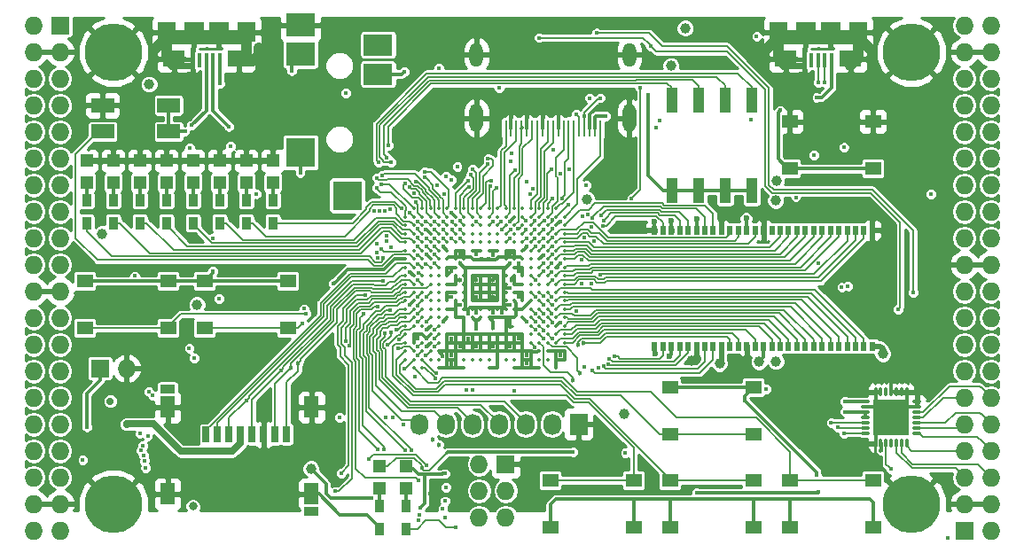
<source format=gtl>
G04 #@! TF.FileFunction,Copper,L1,Top,Signal*
%FSLAX46Y46*%
G04 Gerber Fmt 4.6, Leading zero omitted, Abs format (unit mm)*
G04 Created by KiCad (PCBNEW 4.0.7+dfsg1-1) date Fri Nov 10 21:50:03 2017*
%MOMM*%
%LPD*%
G01*
G04 APERTURE LIST*
%ADD10C,0.100000*%
%ADD11R,1.198880X1.198880*%
%ADD12R,0.560000X0.900000*%
%ADD13R,1.727200X1.727200*%
%ADD14O,1.727200X1.727200*%
%ADD15C,5.500000*%
%ADD16R,2.200000X1.400000*%
%ADD17R,0.900000X1.200000*%
%ADD18R,2.100000X1.600000*%
%ADD19R,1.900000X1.900000*%
%ADD20R,0.400000X1.350000*%
%ADD21R,1.800000X1.900000*%
%ADD22O,0.850000X0.300000*%
%ADD23O,0.300000X0.850000*%
%ADD24R,1.675000X1.675000*%
%ADD25R,1.727200X2.032000*%
%ADD26O,1.727200X2.032000*%
%ADD27R,2.800000X2.200000*%
%ADD28R,2.800000X2.800000*%
%ADD29R,2.800000X2.000000*%
%ADD30O,1.300000X2.700000*%
%ADD31O,1.300000X2.300000*%
%ADD32R,0.250000X1.600000*%
%ADD33R,1.550000X1.300000*%
%ADD34R,1.120000X2.440000*%
%ADD35C,0.350000*%
%ADD36R,0.700000X1.500000*%
%ADD37R,1.450000X0.900000*%
%ADD38R,1.450000X2.000000*%
%ADD39C,0.400000*%
%ADD40C,0.600000*%
%ADD41C,1.000000*%
%ADD42C,0.454000*%
%ADD43C,0.800000*%
%ADD44C,0.700000*%
%ADD45C,0.300000*%
%ADD46C,1.000000*%
%ADD47C,0.600000*%
%ADD48C,0.500000*%
%ADD49C,0.190000*%
%ADD50C,0.200000*%
%ADD51C,0.700000*%
%ADD52C,0.127000*%
%ADD53C,0.254000*%
G04 APERTURE END LIST*
D10*
D11*
X118230000Y-77709020D03*
X118230000Y-75610980D03*
X115690000Y-77709020D03*
X115690000Y-75610980D03*
X113150000Y-77709020D03*
X113150000Y-75610980D03*
X110610000Y-77709020D03*
X110610000Y-75610980D03*
X108070000Y-77709020D03*
X108070000Y-75610980D03*
X105530000Y-77709020D03*
X105530000Y-75610980D03*
X102990000Y-77709020D03*
X102990000Y-75610980D03*
X100450000Y-77709020D03*
X100450000Y-75610980D03*
D12*
X175480000Y-82270000D03*
X154680000Y-93330000D03*
X155480000Y-93330000D03*
X156280000Y-93330000D03*
X157080000Y-93330000D03*
X157880000Y-93330000D03*
X158680000Y-93330000D03*
X159480000Y-93330000D03*
X160280000Y-93330000D03*
X161080000Y-93330000D03*
X161880000Y-93330000D03*
X162680000Y-93330000D03*
X163480000Y-93330000D03*
X164280000Y-93330000D03*
X165080000Y-93330000D03*
X165880000Y-93330000D03*
X166680000Y-93330000D03*
X167480000Y-93330000D03*
X168280000Y-93330000D03*
X169080000Y-93330000D03*
X169880000Y-93330000D03*
X170680000Y-93330000D03*
X171480000Y-93330000D03*
X172280000Y-93330000D03*
X173080000Y-93330000D03*
X173880000Y-93330000D03*
X174680000Y-93330000D03*
X175480000Y-93330000D03*
X174680000Y-82270000D03*
X173880000Y-82270000D03*
X173080000Y-82270000D03*
X172280000Y-82270000D03*
X171480000Y-82270000D03*
X170680000Y-82270000D03*
X169880000Y-82270000D03*
X169080000Y-82270000D03*
X168280000Y-82270000D03*
X167480000Y-82270000D03*
X166680000Y-82270000D03*
X165880000Y-82270000D03*
X165080000Y-82270000D03*
X164280000Y-82270000D03*
X163480000Y-82270000D03*
X162680000Y-82270000D03*
X161880000Y-82270000D03*
X161080000Y-82270000D03*
X160280000Y-82270000D03*
X159480000Y-82270000D03*
X158680000Y-82270000D03*
X157880000Y-82270000D03*
X157080000Y-82270000D03*
X156280000Y-82270000D03*
X155480000Y-82270000D03*
X154680000Y-82270000D03*
D13*
X97910000Y-62690000D03*
D14*
X95370000Y-62690000D03*
X97910000Y-65230000D03*
X95370000Y-65230000D03*
X97910000Y-67770000D03*
X95370000Y-67770000D03*
X97910000Y-70310000D03*
X95370000Y-70310000D03*
X97910000Y-72850000D03*
X95370000Y-72850000D03*
X97910000Y-75390000D03*
X95370000Y-75390000D03*
X97910000Y-77930000D03*
X95370000Y-77930000D03*
X97910000Y-80470000D03*
X95370000Y-80470000D03*
X97910000Y-83010000D03*
X95370000Y-83010000D03*
X97910000Y-85550000D03*
X95370000Y-85550000D03*
X97910000Y-88090000D03*
X95370000Y-88090000D03*
X97910000Y-90630000D03*
X95370000Y-90630000D03*
X97910000Y-93170000D03*
X95370000Y-93170000D03*
X97910000Y-95710000D03*
X95370000Y-95710000D03*
X97910000Y-98250000D03*
X95370000Y-98250000D03*
X97910000Y-100790000D03*
X95370000Y-100790000D03*
X97910000Y-103330000D03*
X95370000Y-103330000D03*
X97910000Y-105870000D03*
X95370000Y-105870000D03*
X97910000Y-108410000D03*
X95370000Y-108410000D03*
X97910000Y-110950000D03*
X95370000Y-110950000D03*
D13*
X184270000Y-110950000D03*
D14*
X186810000Y-110950000D03*
X184270000Y-108410000D03*
X186810000Y-108410000D03*
X184270000Y-105870000D03*
X186810000Y-105870000D03*
X184270000Y-103330000D03*
X186810000Y-103330000D03*
X184270000Y-100790000D03*
X186810000Y-100790000D03*
X184270000Y-98250000D03*
X186810000Y-98250000D03*
X184270000Y-95710000D03*
X186810000Y-95710000D03*
X184270000Y-93170000D03*
X186810000Y-93170000D03*
X184270000Y-90630000D03*
X186810000Y-90630000D03*
X184270000Y-88090000D03*
X186810000Y-88090000D03*
X184270000Y-85550000D03*
X186810000Y-85550000D03*
X184270000Y-83010000D03*
X186810000Y-83010000D03*
X184270000Y-80470000D03*
X186810000Y-80470000D03*
X184270000Y-77930000D03*
X186810000Y-77930000D03*
X184270000Y-75390000D03*
X186810000Y-75390000D03*
X184270000Y-72850000D03*
X186810000Y-72850000D03*
X184270000Y-70310000D03*
X186810000Y-70310000D03*
X184270000Y-67770000D03*
X186810000Y-67770000D03*
X184270000Y-65230000D03*
X186810000Y-65230000D03*
X184270000Y-62690000D03*
X186810000Y-62690000D03*
D15*
X102990000Y-108410000D03*
X179190000Y-108410000D03*
X179190000Y-65230000D03*
X102990000Y-65230000D03*
D16*
X108274000Y-70330000D03*
X101974000Y-70330000D03*
X101974000Y-72830000D03*
X108274000Y-72830000D03*
D13*
X101720000Y-95456000D03*
D14*
X104260000Y-95456000D03*
D11*
X128390000Y-104820980D03*
X128390000Y-106919020D03*
X130930000Y-104820980D03*
X130930000Y-106919020D03*
D17*
X128390000Y-108580000D03*
X128390000Y-110780000D03*
X130930000Y-110780000D03*
X130930000Y-108580000D03*
D18*
X114980000Y-65875000D03*
X108780000Y-65875000D03*
D19*
X113080000Y-63325000D03*
X110680000Y-63325000D03*
D20*
X113180000Y-66000000D03*
X112530000Y-66000000D03*
X111880000Y-66000000D03*
X111230000Y-66000000D03*
X110580000Y-66000000D03*
D21*
X115680000Y-63325000D03*
X108080000Y-63325000D03*
D18*
X173400000Y-65875000D03*
X167200000Y-65875000D03*
D19*
X171500000Y-63325000D03*
X169100000Y-63325000D03*
D20*
X171600000Y-66000000D03*
X170950000Y-66000000D03*
X170300000Y-66000000D03*
X169650000Y-66000000D03*
X169000000Y-66000000D03*
D21*
X174100000Y-63325000D03*
X166500000Y-63325000D03*
D13*
X140455000Y-104600000D03*
D14*
X137915000Y-104600000D03*
X140455000Y-107140000D03*
X137915000Y-107140000D03*
X140455000Y-109680000D03*
X137915000Y-109680000D03*
D17*
X118230000Y-81570000D03*
X118230000Y-79370000D03*
X115690000Y-81570000D03*
X115690000Y-79370000D03*
X113150000Y-81570000D03*
X113150000Y-79370000D03*
X110610000Y-81570000D03*
X110610000Y-79370000D03*
X108070000Y-81570000D03*
X108070000Y-79370000D03*
X105530000Y-81570000D03*
X105530000Y-79370000D03*
X102990000Y-81570000D03*
X102990000Y-79370000D03*
X100450000Y-81570000D03*
X100450000Y-79370000D03*
D22*
X179735000Y-101655000D03*
X179735000Y-101155000D03*
X179735000Y-100655000D03*
X179735000Y-100155000D03*
X179735000Y-99655000D03*
X179735000Y-99155000D03*
X179735000Y-98655000D03*
D23*
X178785000Y-97705000D03*
X178285000Y-97705000D03*
X177785000Y-97705000D03*
X177285000Y-97705000D03*
X176785000Y-97705000D03*
X176285000Y-97705000D03*
X175785000Y-97705000D03*
D22*
X174835000Y-98655000D03*
X174835000Y-99155000D03*
X174835000Y-99655000D03*
X174835000Y-100155000D03*
X174835000Y-100655000D03*
X174835000Y-101155000D03*
X174835000Y-101655000D03*
D23*
X175785000Y-102605000D03*
X176285000Y-102605000D03*
X176785000Y-102605000D03*
X177285000Y-102605000D03*
X177785000Y-102605000D03*
X178285000Y-102605000D03*
X178785000Y-102605000D03*
D24*
X176447500Y-99317500D03*
X176447500Y-100992500D03*
X178122500Y-99317500D03*
X178122500Y-100992500D03*
D25*
X147440000Y-100790000D03*
D26*
X144900000Y-100790000D03*
X142360000Y-100790000D03*
X139820000Y-100790000D03*
X137280000Y-100790000D03*
X134740000Y-100790000D03*
X132200000Y-100790000D03*
D27*
X120880000Y-62640000D03*
X120880000Y-65440000D03*
D28*
X120880000Y-74840000D03*
X125330000Y-78940000D03*
D29*
X128280000Y-67340000D03*
X128280000Y-64540000D03*
D30*
X152280000Y-71550000D03*
X137680000Y-71550000D03*
D31*
X137680000Y-65500000D03*
D32*
X140480000Y-72500000D03*
X140980000Y-72500000D03*
X141480000Y-72500000D03*
X141980000Y-72500000D03*
X142480000Y-72500000D03*
X142980000Y-72500000D03*
X143480000Y-72500000D03*
X143980000Y-72500000D03*
X144480000Y-72500000D03*
X144980000Y-72500000D03*
X145480000Y-72500000D03*
X145980000Y-72500000D03*
X146480000Y-72500000D03*
X146980000Y-72500000D03*
X147480000Y-72500000D03*
X147980000Y-72500000D03*
X148480000Y-72500000D03*
X148980000Y-72500000D03*
X149480000Y-72500000D03*
D31*
X152280000Y-65500000D03*
D33*
X175550000Y-71870000D03*
X175550000Y-76370000D03*
X167590000Y-76370000D03*
X167590000Y-71870000D03*
X100280000Y-91610000D03*
X100280000Y-87110000D03*
X108240000Y-87110000D03*
X108240000Y-91610000D03*
X111710000Y-91610000D03*
X111710000Y-87110000D03*
X119670000Y-87110000D03*
X119670000Y-91610000D03*
X156160000Y-101770000D03*
X156160000Y-97270000D03*
X164120000Y-97270000D03*
X164120000Y-101770000D03*
X164120000Y-106160000D03*
X164120000Y-110660000D03*
X156160000Y-110660000D03*
X156160000Y-106160000D03*
X152690000Y-106160000D03*
X152690000Y-110660000D03*
X144730000Y-110660000D03*
X144730000Y-106160000D03*
X175550000Y-106160000D03*
X175550000Y-110660000D03*
X167590000Y-110660000D03*
X167590000Y-106160000D03*
D34*
X163950000Y-69815000D03*
X156330000Y-78425000D03*
X161410000Y-69815000D03*
X158870000Y-78425000D03*
X158870000Y-69815000D03*
X161410000Y-78425000D03*
X156330000Y-69815000D03*
X163950000Y-78425000D03*
D35*
X131680000Y-80200000D03*
X132480000Y-80200000D03*
X133280000Y-80200000D03*
X134080000Y-80200000D03*
X134880000Y-80200000D03*
X135680000Y-80200000D03*
X136480000Y-80200000D03*
X137280000Y-80200000D03*
X138080000Y-80200000D03*
X138880000Y-80200000D03*
X139680000Y-80200000D03*
X140480000Y-80200000D03*
X141280000Y-80200000D03*
X142080000Y-80200000D03*
X142880000Y-80200000D03*
X143680000Y-80200000D03*
X144480000Y-80200000D03*
X145280000Y-80200000D03*
X130880000Y-81000000D03*
X131680000Y-81000000D03*
X132480000Y-81000000D03*
X133280000Y-81000000D03*
X134080000Y-81000000D03*
X134880000Y-81000000D03*
X135680000Y-81000000D03*
X136480000Y-81000000D03*
X137280000Y-81000000D03*
X138080000Y-81000000D03*
X138880000Y-81000000D03*
X139680000Y-81000000D03*
X140480000Y-81000000D03*
X141280000Y-81000000D03*
X142080000Y-81000000D03*
X142880000Y-81000000D03*
X143680000Y-81000000D03*
X144480000Y-81000000D03*
X145280000Y-81000000D03*
X146080000Y-81000000D03*
X130880000Y-81800000D03*
X131680000Y-81800000D03*
X132480000Y-81800000D03*
X133280000Y-81800000D03*
X134080000Y-81800000D03*
X134880000Y-81800000D03*
X135680000Y-81800000D03*
X136480000Y-81800000D03*
X137280000Y-81800000D03*
X138080000Y-81800000D03*
X138880000Y-81800000D03*
X139680000Y-81800000D03*
X140480000Y-81800000D03*
X141280000Y-81800000D03*
X142080000Y-81800000D03*
X142880000Y-81800000D03*
X143680000Y-81800000D03*
X144480000Y-81800000D03*
X145280000Y-81800000D03*
X146080000Y-81800000D03*
X130880000Y-82600000D03*
X131680000Y-82600000D03*
X132480000Y-82600000D03*
X133280000Y-82600000D03*
X134080000Y-82600000D03*
X134880000Y-82600000D03*
X135680000Y-82600000D03*
X136480000Y-82600000D03*
X137280000Y-82600000D03*
X138080000Y-82600000D03*
X138880000Y-82600000D03*
X139680000Y-82600000D03*
X140480000Y-82600000D03*
X141280000Y-82600000D03*
X142080000Y-82600000D03*
X142880000Y-82600000D03*
X143680000Y-82600000D03*
X144480000Y-82600000D03*
X145280000Y-82600000D03*
X146080000Y-82600000D03*
X130880000Y-83400000D03*
X131680000Y-83400000D03*
X132480000Y-83400000D03*
X133280000Y-83400000D03*
X134080000Y-83400000D03*
X134880000Y-83400000D03*
X135680000Y-83400000D03*
X136480000Y-83400000D03*
X137280000Y-83400000D03*
X138080000Y-83400000D03*
X138880000Y-83400000D03*
X139680000Y-83400000D03*
X140480000Y-83400000D03*
X141280000Y-83400000D03*
X142080000Y-83400000D03*
X142880000Y-83400000D03*
X143680000Y-83400000D03*
X144480000Y-83400000D03*
X145280000Y-83400000D03*
X146080000Y-83400000D03*
X130880000Y-84200000D03*
X131680000Y-84200000D03*
X132480000Y-84200000D03*
X133280000Y-84200000D03*
X134080000Y-84200000D03*
X134880000Y-84200000D03*
X135680000Y-84200000D03*
X136480000Y-84200000D03*
X137280000Y-84200000D03*
X138080000Y-84200000D03*
X138880000Y-84200000D03*
X139680000Y-84200000D03*
X140480000Y-84200000D03*
X141280000Y-84200000D03*
X142080000Y-84200000D03*
X142880000Y-84200000D03*
X143680000Y-84200000D03*
X144480000Y-84200000D03*
X145280000Y-84200000D03*
X146080000Y-84200000D03*
X130880000Y-85000000D03*
X131680000Y-85000000D03*
X132480000Y-85000000D03*
X133280000Y-85000000D03*
X134080000Y-85000000D03*
X134880000Y-85000000D03*
X135680000Y-85000000D03*
X136480000Y-85000000D03*
X137280000Y-85000000D03*
X138080000Y-85000000D03*
X138880000Y-85000000D03*
X139680000Y-85000000D03*
X140480000Y-85000000D03*
X141280000Y-85000000D03*
X142080000Y-85000000D03*
X142880000Y-85000000D03*
X143680000Y-85000000D03*
X144480000Y-85000000D03*
X145280000Y-85000000D03*
X146080000Y-85000000D03*
X130880000Y-85800000D03*
X131680000Y-85800000D03*
X132480000Y-85800000D03*
X133280000Y-85800000D03*
X134080000Y-85800000D03*
X134880000Y-85800000D03*
X135680000Y-85800000D03*
X136480000Y-85800000D03*
X137280000Y-85800000D03*
X138080000Y-85800000D03*
X138880000Y-85800000D03*
X139680000Y-85800000D03*
X140480000Y-85800000D03*
X141280000Y-85800000D03*
X142080000Y-85800000D03*
X142880000Y-85800000D03*
X143680000Y-85800000D03*
X144480000Y-85800000D03*
X145280000Y-85800000D03*
X146080000Y-85800000D03*
X130880000Y-86600000D03*
X131680000Y-86600000D03*
X132480000Y-86600000D03*
X133280000Y-86600000D03*
X134080000Y-86600000D03*
X134880000Y-86600000D03*
X135680000Y-86600000D03*
X136480000Y-86600000D03*
X137280000Y-86600000D03*
X138080000Y-86600000D03*
X138880000Y-86600000D03*
X139680000Y-86600000D03*
X140480000Y-86600000D03*
X141280000Y-86600000D03*
X142080000Y-86600000D03*
X142880000Y-86600000D03*
X143680000Y-86600000D03*
X144480000Y-86600000D03*
X145280000Y-86600000D03*
X146080000Y-86600000D03*
X130880000Y-87400000D03*
X131680000Y-87400000D03*
X132480000Y-87400000D03*
X133280000Y-87400000D03*
X134080000Y-87400000D03*
X134880000Y-87400000D03*
X135680000Y-87400000D03*
X136480000Y-87400000D03*
X137280000Y-87400000D03*
X138080000Y-87400000D03*
X138880000Y-87400000D03*
X139680000Y-87400000D03*
X140480000Y-87400000D03*
X141280000Y-87400000D03*
X142080000Y-87400000D03*
X142880000Y-87400000D03*
X143680000Y-87400000D03*
X144480000Y-87400000D03*
X145280000Y-87400000D03*
X146080000Y-87400000D03*
X130880000Y-88200000D03*
X131680000Y-88200000D03*
X132480000Y-88200000D03*
X133280000Y-88200000D03*
X134080000Y-88200000D03*
X134880000Y-88200000D03*
X135680000Y-88200000D03*
X136480000Y-88200000D03*
X137280000Y-88200000D03*
X138080000Y-88200000D03*
X138880000Y-88200000D03*
X139680000Y-88200000D03*
X140480000Y-88200000D03*
X141280000Y-88200000D03*
X142080000Y-88200000D03*
X142880000Y-88200000D03*
X143680000Y-88200000D03*
X144480000Y-88200000D03*
X145280000Y-88200000D03*
X146080000Y-88200000D03*
X130880000Y-89000000D03*
X131680000Y-89000000D03*
X132480000Y-89000000D03*
X133280000Y-89000000D03*
X134080000Y-89000000D03*
X134880000Y-89000000D03*
X135680000Y-89000000D03*
X136480000Y-89000000D03*
X137280000Y-89000000D03*
X138080000Y-89000000D03*
X138880000Y-89000000D03*
X139680000Y-89000000D03*
X140480000Y-89000000D03*
X141280000Y-89000000D03*
X142080000Y-89000000D03*
X142880000Y-89000000D03*
X143680000Y-89000000D03*
X144480000Y-89000000D03*
X145280000Y-89000000D03*
X146080000Y-89000000D03*
X130880000Y-89800000D03*
X131680000Y-89800000D03*
X132480000Y-89800000D03*
X133280000Y-89800000D03*
X134080000Y-89800000D03*
X134880000Y-89800000D03*
X135680000Y-89800000D03*
X136480000Y-89800000D03*
X137280000Y-89800000D03*
X138080000Y-89800000D03*
X138880000Y-89800000D03*
X139680000Y-89800000D03*
X140480000Y-89800000D03*
X141280000Y-89800000D03*
X142080000Y-89800000D03*
X142880000Y-89800000D03*
X143680000Y-89800000D03*
X144480000Y-89800000D03*
X145280000Y-89800000D03*
X146080000Y-89800000D03*
X130880000Y-90600000D03*
X131680000Y-90600000D03*
X132480000Y-90600000D03*
X133280000Y-90600000D03*
X134080000Y-90600000D03*
X134880000Y-90600000D03*
X135680000Y-90600000D03*
X136480000Y-90600000D03*
X137280000Y-90600000D03*
X138080000Y-90600000D03*
X138880000Y-90600000D03*
X139680000Y-90600000D03*
X140480000Y-90600000D03*
X141280000Y-90600000D03*
X142080000Y-90600000D03*
X142880000Y-90600000D03*
X143680000Y-90600000D03*
X144480000Y-90600000D03*
X145280000Y-90600000D03*
X146080000Y-90600000D03*
X130880000Y-91400000D03*
X131680000Y-91400000D03*
X132480000Y-91400000D03*
X133280000Y-91400000D03*
X134080000Y-91400000D03*
X142880000Y-91400000D03*
X143680000Y-91400000D03*
X144480000Y-91400000D03*
X145280000Y-91400000D03*
X146080000Y-91400000D03*
X130880000Y-92200000D03*
X131680000Y-92200000D03*
X132480000Y-92200000D03*
X133280000Y-92200000D03*
X134080000Y-92200000D03*
X134880000Y-92200000D03*
X135680000Y-92200000D03*
X136480000Y-92200000D03*
X137280000Y-92200000D03*
X138080000Y-92200000D03*
X138880000Y-92200000D03*
X139680000Y-92200000D03*
X140480000Y-92200000D03*
X141280000Y-92200000D03*
X142080000Y-92200000D03*
X142880000Y-92200000D03*
X143680000Y-92200000D03*
X144480000Y-92200000D03*
X145280000Y-92200000D03*
X146080000Y-92200000D03*
X130880000Y-93000000D03*
X131680000Y-93000000D03*
X132480000Y-93000000D03*
X133280000Y-93000000D03*
X134080000Y-93000000D03*
X134880000Y-93000000D03*
X135680000Y-93000000D03*
X136480000Y-93000000D03*
X137280000Y-93000000D03*
X138080000Y-93000000D03*
X138880000Y-93000000D03*
X139680000Y-93000000D03*
X140480000Y-93000000D03*
X141280000Y-93000000D03*
X142080000Y-93000000D03*
X142880000Y-93000000D03*
X143680000Y-93000000D03*
X144480000Y-93000000D03*
X145280000Y-93000000D03*
X146080000Y-93000000D03*
X130880000Y-93800000D03*
X131680000Y-93800000D03*
X132480000Y-93800000D03*
X133280000Y-93800000D03*
X134080000Y-93800000D03*
X134880000Y-93800000D03*
X135680000Y-93800000D03*
X136480000Y-93800000D03*
X137280000Y-93800000D03*
X138080000Y-93800000D03*
X138880000Y-93800000D03*
X139680000Y-93800000D03*
X140480000Y-93800000D03*
X141280000Y-93800000D03*
X142080000Y-93800000D03*
X142880000Y-93800000D03*
X143680000Y-93800000D03*
X144480000Y-93800000D03*
X145280000Y-93800000D03*
X146080000Y-93800000D03*
X130880000Y-94600000D03*
X131680000Y-94600000D03*
X132480000Y-94600000D03*
X133280000Y-94600000D03*
X134080000Y-94600000D03*
X134880000Y-94600000D03*
X135680000Y-94600000D03*
X136480000Y-94600000D03*
X137280000Y-94600000D03*
X138080000Y-94600000D03*
X138880000Y-94600000D03*
X139680000Y-94600000D03*
X140480000Y-94600000D03*
X141280000Y-94600000D03*
X142080000Y-94600000D03*
X142880000Y-94600000D03*
X143680000Y-94600000D03*
X144480000Y-94600000D03*
X145280000Y-94600000D03*
X146080000Y-94600000D03*
X131680000Y-95400000D03*
X132480000Y-95400000D03*
X134080000Y-95400000D03*
X134880000Y-95400000D03*
X135680000Y-95400000D03*
X136480000Y-95400000D03*
X138880000Y-95400000D03*
X139680000Y-95400000D03*
X141280000Y-95400000D03*
X142080000Y-95400000D03*
X142880000Y-95400000D03*
X143680000Y-95400000D03*
X145280000Y-95400000D03*
D36*
X111855000Y-101765000D03*
X112955000Y-101765000D03*
X114055000Y-101765000D03*
X115155000Y-101765000D03*
X116255000Y-101765000D03*
X117355000Y-101765000D03*
X118455000Y-101765000D03*
X119555000Y-101765000D03*
D37*
X108180000Y-97465000D03*
X121930000Y-109115000D03*
D38*
X121930000Y-99165000D03*
X108180000Y-99165000D03*
X108180000Y-107465000D03*
X121930000Y-107465000D03*
D39*
X135281276Y-80583119D03*
X131279502Y-89407325D03*
X132880424Y-84590510D03*
X170309539Y-85441529D03*
X145698456Y-91073766D03*
D40*
X156262773Y-81349374D03*
X154657528Y-81463649D03*
D41*
X158233687Y-94760979D03*
D39*
X145672808Y-85396062D03*
X144103186Y-84622010D03*
X133216000Y-107465000D03*
X137680000Y-88600000D03*
X142480000Y-95000000D03*
X141680000Y-92600000D03*
X140836000Y-84534000D03*
X135284627Y-94985297D03*
X135288625Y-94225619D03*
X134455822Y-94267172D03*
X136095958Y-93369652D03*
D42*
X139264636Y-91615205D03*
D41*
X116880503Y-64802940D03*
X106974809Y-64953974D03*
X175210328Y-64948943D03*
X165417246Y-64954666D03*
D39*
X175495631Y-71457432D03*
X132810347Y-82177990D03*
X145680000Y-94177990D03*
X177285000Y-95710000D03*
D41*
X177229911Y-82281349D03*
D40*
X164741832Y-81130572D03*
X161067993Y-81216119D03*
D41*
X162992748Y-94820185D03*
D39*
X131254529Y-86251357D03*
X140880000Y-81400000D03*
X136085174Y-89394826D03*
X145680000Y-81400000D03*
X140874194Y-91433353D03*
X142480000Y-94200000D03*
X140880000Y-93400000D03*
X139280000Y-93400000D03*
X137680000Y-93400000D03*
X136880000Y-92600000D03*
X135280000Y-92600000D03*
X132880000Y-91800000D03*
X132880000Y-93400000D03*
D42*
X141042859Y-86994997D03*
X139280000Y-87000000D03*
X136110990Y-86995403D03*
X137680000Y-87000000D03*
X136080000Y-84600000D03*
X139280000Y-88600000D03*
D39*
X172564535Y-87722010D03*
D41*
X121861867Y-105030174D03*
D39*
X150030853Y-71331848D03*
X127656639Y-107816792D03*
D41*
X156235582Y-66548363D03*
X166321614Y-77572282D03*
X166248957Y-79408030D03*
X101932065Y-82585048D03*
X106417803Y-68312483D03*
X166280000Y-94800000D03*
X157600000Y-62944000D03*
D43*
X110593913Y-108636458D03*
D41*
X160884708Y-94994498D03*
D40*
X156077107Y-94326957D03*
X154726292Y-94009946D03*
D39*
X173137949Y-87594275D03*
D41*
X148202454Y-79278787D03*
D44*
X102710050Y-98594954D03*
D39*
X148160764Y-77980787D03*
X154794000Y-72426000D03*
X129005202Y-100174798D03*
X137659051Y-91638034D03*
X139820000Y-68665673D03*
X172834633Y-99599920D03*
X172879922Y-98618650D03*
X176305593Y-103279812D03*
X165349214Y-97422919D03*
X164433885Y-63737451D03*
X134079160Y-66786153D03*
X109828000Y-72830000D03*
X116654336Y-78777990D03*
D41*
X176474303Y-94069095D03*
D40*
X163422030Y-81120665D03*
X158680000Y-81210838D03*
D39*
X112515000Y-83010000D03*
X181065000Y-78785000D03*
X100080000Y-104200000D03*
X113080000Y-88800000D03*
D41*
X164653770Y-94825547D03*
D39*
X135273306Y-88618602D03*
X139272517Y-84611349D03*
X137680556Y-84534085D03*
X141680000Y-86200000D03*
X135280000Y-86200000D03*
X132880000Y-92600000D03*
X132080000Y-92600000D03*
X141680000Y-88600000D03*
X141680000Y-85400000D03*
D41*
X151758000Y-99774000D03*
D39*
X136885174Y-90194826D03*
X140094890Y-90122990D03*
X139280000Y-90122990D03*
X140880000Y-89400000D03*
X137680000Y-90172990D03*
X140880000Y-87800000D03*
X140880000Y-85400000D03*
D42*
X136080000Y-85400000D03*
D39*
X121401947Y-90251871D03*
X129988160Y-91721995D03*
X130302262Y-92700329D03*
X121041200Y-91125073D03*
D41*
X110991000Y-89360000D03*
D39*
X142480000Y-91000000D03*
X142480000Y-83800000D03*
X134480000Y-83800000D03*
X134480000Y-91000000D03*
X125193541Y-69156848D03*
X105037711Y-86632990D03*
X155149360Y-71764535D03*
X170182962Y-69571012D03*
X170362901Y-107286196D03*
X158716651Y-107325176D03*
X137295592Y-97538017D03*
X134750646Y-106810513D03*
X133680000Y-91800000D03*
D42*
X134074414Y-102752225D03*
D39*
X136740903Y-97514503D03*
X134675868Y-108131585D03*
D42*
X133449289Y-102232615D03*
D39*
X133680000Y-92600000D03*
X133685482Y-93402296D03*
X127358154Y-104128048D03*
X132936956Y-104698915D03*
X134463998Y-108841973D03*
X130692380Y-100790000D03*
X131808905Y-96227367D03*
X134636872Y-109719950D03*
X132846234Y-94197073D03*
X120834553Y-76779094D03*
X130761990Y-67119621D03*
X147186000Y-71200000D03*
X148477832Y-69619684D03*
X147983153Y-71347080D03*
X149475951Y-69619684D03*
X177926984Y-89812061D03*
X154329326Y-64643767D03*
X152497066Y-79193467D03*
X146481406Y-79819384D03*
X153322343Y-68673419D03*
X143650666Y-63862520D03*
X149134122Y-63424051D03*
X179375977Y-88226957D03*
X140035989Y-81400000D03*
X132103894Y-86323319D03*
X128776655Y-87135140D03*
X115729998Y-98493136D03*
X119008515Y-95662939D03*
D42*
X119978162Y-95412951D03*
X120634035Y-94977604D03*
D39*
X113212238Y-68244401D03*
X144962492Y-79235378D03*
X145834002Y-79198109D03*
X131453853Y-103260518D03*
X149771692Y-81825658D03*
X144080000Y-86200000D03*
X149520824Y-86534121D03*
X144894316Y-86977564D03*
X149549750Y-80868432D03*
X144917291Y-83835368D03*
D42*
X147355672Y-93219294D03*
D39*
X144113248Y-92588762D03*
X144875155Y-86218896D03*
X149846468Y-81303978D03*
X148719886Y-81056015D03*
X144916886Y-82991358D03*
D42*
X147915304Y-93063131D03*
D39*
X144882352Y-92577990D03*
X148747982Y-95669626D03*
X144891634Y-91073766D03*
X149795895Y-95251084D03*
X144867244Y-90229755D03*
X150278898Y-95040253D03*
X144892596Y-89385743D03*
X150345974Y-94517527D03*
X144877648Y-88622010D03*
X150889207Y-94332565D03*
X143280000Y-87000000D03*
X130807074Y-95454141D03*
X130171404Y-93544341D03*
X132080000Y-93400000D03*
X129196652Y-93209125D03*
X133852393Y-95875797D03*
X141280000Y-97600000D03*
X133762848Y-96395146D03*
X132080000Y-94200000D03*
X128606250Y-84075792D03*
X105895603Y-103765816D03*
X132092921Y-89446456D03*
X129449238Y-89926948D03*
X130839486Y-103260518D03*
X128806823Y-103185900D03*
X128251440Y-89564206D03*
X132162861Y-106185868D03*
X132880000Y-88600000D03*
X127040053Y-88481065D03*
X124741825Y-105494691D03*
X132080000Y-87000000D03*
X125499542Y-93250681D03*
X124202418Y-107207639D03*
X110313517Y-74380698D03*
X132146108Y-109940263D03*
X114166000Y-74247000D03*
X132189000Y-109415000D03*
X135360607Y-81398832D03*
X135280062Y-77463305D03*
X134516595Y-81406751D03*
X134758050Y-77130140D03*
X132761172Y-77202673D03*
X132737245Y-76676207D03*
X128644933Y-77050030D03*
X128152012Y-77241956D03*
X128125571Y-78233647D03*
X110718734Y-94451783D03*
X128590544Y-77894041D03*
X110249038Y-93533767D03*
X131253134Y-78134216D03*
X106368514Y-97662752D03*
X132783337Y-81400005D03*
X106741168Y-98035405D03*
X131709326Y-78745875D03*
X129127994Y-82782061D03*
X132081314Y-82968813D03*
X105572759Y-101661319D03*
X129055959Y-83304126D03*
X132886504Y-83790510D03*
X106281049Y-101893466D03*
X132083682Y-83812825D03*
X129521181Y-83853729D03*
X105813763Y-102819336D03*
X132062099Y-84635295D03*
X128165458Y-83528763D03*
X105627254Y-103312241D03*
X128184156Y-84391351D03*
X105992720Y-104283802D03*
X133671942Y-84595200D03*
X128258561Y-84913084D03*
X132845205Y-85455557D03*
X106088753Y-104974041D03*
D42*
X146862501Y-96617499D03*
X147534467Y-95913260D03*
D39*
X147927932Y-95329243D03*
X143280000Y-91000000D03*
X149284391Y-95377990D03*
X144077013Y-90266968D03*
X147207648Y-89973043D03*
X144076240Y-89395301D03*
X143281824Y-90201951D03*
X144102010Y-85397219D03*
X147687522Y-85093328D03*
X144868096Y-85371354D03*
X148610669Y-81900026D03*
X144102010Y-83000000D03*
X144888125Y-82147347D03*
X147695541Y-87377990D03*
X144082832Y-88584510D03*
X148688598Y-87378077D03*
X143278026Y-88595030D03*
X148298275Y-80739810D03*
X144102010Y-82185600D03*
X147802234Y-80917812D03*
X144880004Y-81303335D03*
X139280000Y-81400000D03*
X139578623Y-78205862D03*
X139034115Y-78040948D03*
X139046749Y-77514088D03*
X138775679Y-75942989D03*
X138779198Y-75400762D03*
X137680000Y-81400000D03*
X137308732Y-76415018D03*
X137106948Y-76979922D03*
X136859538Y-77550820D03*
X136922059Y-78097889D03*
X136141618Y-81385046D03*
X135830698Y-76200613D03*
X148878722Y-83261032D03*
X144915665Y-84598743D03*
X148001372Y-82958777D03*
X144103186Y-83777990D03*
X142841210Y-78784254D03*
X142473549Y-82998913D03*
X143057990Y-78303891D03*
X142396423Y-82191394D03*
X145713979Y-76895375D03*
X144146021Y-81374784D03*
X144860423Y-76406173D03*
X146557990Y-76430564D03*
X143257990Y-82207154D03*
X143257990Y-81379632D03*
X145017056Y-74611129D03*
X141657990Y-82130345D03*
X142413979Y-81382236D03*
X140080000Y-82200000D03*
X141342967Y-76554996D03*
X141046643Y-74873804D03*
X140864029Y-83041403D03*
X140980062Y-75681941D03*
X140924011Y-82179283D03*
X132880000Y-83009490D03*
X132082756Y-82124801D03*
X132080000Y-81400000D03*
X131847310Y-79589886D03*
X130856828Y-77786820D03*
X131923295Y-77584853D03*
X133648389Y-82190597D03*
X133672584Y-81414685D03*
X129477855Y-92000822D03*
X132880000Y-91000000D03*
X128879646Y-92111037D03*
X132077648Y-90977990D03*
X131275302Y-80595752D03*
X130489904Y-80167235D03*
X132073622Y-85479307D03*
X128785565Y-84928838D03*
X134476508Y-82180155D03*
X133942383Y-77980766D03*
X163908850Y-71651861D03*
X135656559Y-110610712D03*
X132448438Y-104994496D03*
X146844288Y-103452739D03*
X134707351Y-105508447D03*
X132280000Y-108800000D03*
D44*
X104260000Y-100790000D03*
D39*
X112515000Y-86185000D03*
X169506589Y-107953726D03*
X163277422Y-98501717D03*
X170157734Y-105666345D03*
X169895346Y-75092988D03*
X143257990Y-83000000D03*
X168166438Y-79108038D03*
X151896383Y-103510715D03*
X114039000Y-72342000D03*
X110483000Y-72215000D03*
X143269694Y-93414905D03*
X177274002Y-105079115D03*
X172761273Y-101651681D03*
X143280000Y-91800000D03*
X172193360Y-101105663D03*
X144064831Y-91877646D03*
X171540304Y-100645743D03*
X144080000Y-91000000D03*
X154044000Y-69294000D03*
X128349062Y-75753924D03*
X134613000Y-78819000D03*
X135280000Y-83022010D03*
X135320520Y-82196441D03*
X129493343Y-75737814D03*
X136080000Y-82200000D03*
X129125079Y-75315804D03*
X136080000Y-83000000D03*
X129252218Y-74142461D03*
X172746637Y-74347988D03*
X143280000Y-83800000D03*
X142480000Y-77600000D03*
X170300000Y-68151000D03*
X170950000Y-68125562D03*
X125167387Y-92841517D03*
X121206217Y-89762554D03*
X132082956Y-90210779D03*
X182675150Y-111637626D03*
X124027706Y-87347706D03*
X124027707Y-87347707D03*
X166678914Y-70803555D03*
X129660000Y-100155000D03*
X124580000Y-100155000D03*
X132084049Y-88599484D03*
X126880008Y-90276109D03*
X128280000Y-103200000D03*
X100450000Y-101044000D03*
X120008000Y-67008000D03*
X127889625Y-80407426D03*
X133680000Y-85400000D03*
X128416582Y-80399850D03*
X133680000Y-83800000D03*
X128943593Y-80399729D03*
X133680000Y-83000000D03*
X129457990Y-80285112D03*
X134480000Y-83000000D03*
D45*
X140480000Y-90600000D02*
X140480000Y-92200000D01*
X135281276Y-80601276D02*
X135281276Y-80583119D01*
X135680000Y-81000000D02*
X135281276Y-80601276D01*
X131279502Y-89400498D02*
X131279502Y-89407325D01*
X131680000Y-89000000D02*
X131279502Y-89400498D01*
X133280000Y-85000000D02*
X132880424Y-84600424D01*
X132880424Y-84600424D02*
X132880424Y-84590510D01*
X145280000Y-91400000D02*
X145606234Y-91073766D01*
X145606234Y-91073766D02*
X145698456Y-91073766D01*
X156280000Y-82270000D02*
X156280000Y-81366601D01*
X156280000Y-81366601D02*
X156262773Y-81349374D01*
X154680000Y-81486121D02*
X154657528Y-81463649D01*
X154680000Y-82270000D02*
X154680000Y-81486121D01*
X158680000Y-93330000D02*
X158680000Y-94314666D01*
X158680000Y-94314666D02*
X158233687Y-94760979D01*
X145672808Y-85407192D02*
X145672808Y-85396062D01*
X145280000Y-85800000D02*
X145672808Y-85407192D01*
X143680000Y-85000000D02*
X144057990Y-84622010D01*
X144057990Y-84622010D02*
X144103186Y-84622010D01*
X148480000Y-71200000D02*
X149230000Y-70450000D01*
X148480000Y-72500000D02*
X148480000Y-71200000D01*
X145480000Y-72500000D02*
X145480000Y-71200000D01*
X143980000Y-72500000D02*
X143980000Y-71200000D01*
X142480000Y-72500000D02*
X142480000Y-71450000D01*
X142480000Y-71200000D02*
X142480000Y-71450000D01*
X140980000Y-72500000D02*
X140980000Y-71200000D01*
X121930000Y-107465000D02*
X122619000Y-107465000D01*
X122619000Y-107465000D02*
X124580000Y-109426000D01*
X124580000Y-109426000D02*
X127186000Y-109426000D01*
X127186000Y-109426000D02*
X128390000Y-110630000D01*
X128390000Y-110630000D02*
X128390000Y-110780000D01*
X137280000Y-89000000D02*
X137680000Y-88600000D01*
X142480000Y-94600000D02*
X142880000Y-94600000D01*
X142080000Y-94600000D02*
X142480000Y-94600000D01*
X142480000Y-94600000D02*
X142480000Y-95000000D01*
X141680000Y-92200000D02*
X142080000Y-92200000D01*
X141280000Y-92200000D02*
X141680000Y-92200000D01*
X141680000Y-92200000D02*
X141680000Y-92600000D01*
X141280000Y-84200000D02*
X141170000Y-84200000D01*
X141170000Y-84200000D02*
X140836000Y-84534000D01*
X135284627Y-95395373D02*
X135284627Y-95268139D01*
X135280000Y-95400000D02*
X135284627Y-95395373D01*
X135284627Y-95268139D02*
X135284627Y-94985297D01*
X135288625Y-93942777D02*
X135288625Y-94225619D01*
X135288625Y-93808625D02*
X135288625Y-93942777D01*
X135280000Y-93800000D02*
X135288625Y-93808625D01*
X134455822Y-94175822D02*
X134455822Y-94267172D01*
X134080000Y-93800000D02*
X134455822Y-94175822D01*
X145280000Y-94600000D02*
X145280000Y-95400000D01*
X143498655Y-93891906D02*
X143590561Y-93800000D01*
X143040733Y-93891906D02*
X143498655Y-93891906D01*
X142880000Y-93800000D02*
X142948827Y-93800000D01*
X142948827Y-93800000D02*
X143040733Y-93891906D01*
X143590561Y-93800000D02*
X143680000Y-93800000D01*
X145280000Y-93800000D02*
X144480000Y-93800000D01*
X146080000Y-94600000D02*
X146080000Y-93800000D01*
X145280000Y-94600000D02*
X146080000Y-94600000D01*
X142080000Y-95400000D02*
X142080000Y-94600000D01*
X142880000Y-95400000D02*
X142880000Y-94600000D01*
X142880000Y-95400000D02*
X143680000Y-95400000D01*
X142080000Y-95400000D02*
X142880000Y-95400000D01*
X141280000Y-95400000D02*
X142080000Y-95400000D01*
X142080000Y-93000000D02*
X142080000Y-93800000D01*
X138880000Y-92200000D02*
X138880000Y-93000000D01*
X139680000Y-92200000D02*
X139680000Y-93000000D01*
X140480000Y-93000000D02*
X140480000Y-92200000D01*
X141280000Y-93000000D02*
X141280000Y-92200000D01*
X142080000Y-93000000D02*
X141280000Y-93000000D01*
X142080000Y-92200000D02*
X142080000Y-93000000D01*
X140480000Y-92200000D02*
X141280000Y-92200000D01*
X139680000Y-92200000D02*
X140480000Y-92200000D01*
X138880000Y-92200000D02*
X139680000Y-92200000D01*
X138080000Y-92200000D02*
X138880000Y-92200000D01*
X136095958Y-93086810D02*
X136095958Y-93369652D01*
X136080000Y-93000000D02*
X136095958Y-93015958D01*
X136095958Y-93015958D02*
X136095958Y-93086810D01*
X139264636Y-91294179D02*
X139264636Y-91615205D01*
X139264636Y-90984636D02*
X139264636Y-91294179D01*
X138880000Y-90600000D02*
X139264636Y-90984636D01*
D46*
X116880503Y-65510046D02*
X116880503Y-64802940D01*
X116265561Y-66124988D02*
X116880503Y-65510046D01*
X115680000Y-65910000D02*
X115894988Y-66124988D01*
X115680000Y-63960000D02*
X115680000Y-65910000D01*
X115894988Y-66124988D02*
X116265561Y-66124988D01*
X107474808Y-64453975D02*
X106974809Y-64953974D01*
X107968783Y-63960000D02*
X107474808Y-64453975D01*
X108080000Y-63960000D02*
X107968783Y-63960000D01*
X174710329Y-64448944D02*
X175210328Y-64948943D01*
X174100000Y-63960000D02*
X174221385Y-63960000D01*
X174221385Y-63960000D02*
X174710329Y-64448944D01*
X165917245Y-64454667D02*
X165417246Y-64954666D01*
X166411912Y-63960000D02*
X165917245Y-64454667D01*
X166500000Y-63960000D02*
X166411912Y-63960000D01*
D45*
X175495631Y-71740274D02*
X175495631Y-71457432D01*
X175495631Y-72230631D02*
X175495631Y-71740274D01*
X175535000Y-72270000D02*
X175495631Y-72230631D01*
D47*
X108780000Y-66510000D02*
X110455000Y-66510000D01*
D45*
X110455000Y-66510000D02*
X110580000Y-66635000D01*
D46*
X108080000Y-63960000D02*
X108080000Y-65810000D01*
X108080000Y-65810000D02*
X108780000Y-66510000D01*
X115680000Y-63960000D02*
X115680000Y-65810000D01*
D45*
X115680000Y-65810000D02*
X114980000Y-66510000D01*
D46*
X113080000Y-63960000D02*
X115680000Y-63960000D01*
X110680000Y-63960000D02*
X113080000Y-63960000D01*
X108080000Y-63960000D02*
X110680000Y-63960000D01*
D47*
X167200000Y-66510000D02*
X168875000Y-66510000D01*
D45*
X168875000Y-66510000D02*
X169000000Y-66635000D01*
D46*
X174100000Y-63960000D02*
X174100000Y-65810000D01*
X174100000Y-65810000D02*
X173400000Y-66510000D01*
X166500000Y-63960000D02*
X166500000Y-65810000D01*
X166500000Y-65810000D02*
X167200000Y-66510000D01*
X171500000Y-63960000D02*
X174100000Y-63960000D01*
X169100000Y-63960000D02*
X171500000Y-63960000D01*
X166500000Y-63960000D02*
X169100000Y-63960000D01*
D45*
X132857990Y-82177990D02*
X132810347Y-82177990D01*
X133280000Y-82600000D02*
X132857990Y-82177990D01*
X145680000Y-93800000D02*
X145680000Y-94177990D01*
X178785000Y-97705000D02*
X178785000Y-98655000D01*
X178785000Y-98655000D02*
X178122500Y-99317500D01*
X176285000Y-97705000D02*
X175785000Y-97705000D01*
X175785000Y-102605000D02*
X175785000Y-101655000D01*
X175785000Y-101655000D02*
X176447500Y-100992500D01*
X178122500Y-99317500D02*
X178122500Y-100992500D01*
X176447500Y-99317500D02*
X178122500Y-99317500D01*
X176447500Y-100992500D02*
X178122500Y-100992500D01*
X177285000Y-97705000D02*
X177285000Y-95710000D01*
X178122500Y-99317500D02*
X178285000Y-99155000D01*
X178285000Y-99155000D02*
X179735000Y-99155000D01*
X179735000Y-98655000D02*
X179735000Y-99155000D01*
X177785000Y-97705000D02*
X177920000Y-97705000D01*
X177920000Y-97705000D02*
X178285000Y-97705000D01*
X178285000Y-97705000D02*
X178785000Y-97705000D01*
X177285000Y-97705000D02*
X177785000Y-97705000D01*
X175785000Y-97705000D02*
X175785000Y-98655000D01*
X175785000Y-98655000D02*
X176447500Y-99317500D01*
X174835000Y-99155000D02*
X176285000Y-99155000D01*
X176285000Y-99155000D02*
X176447500Y-99317500D01*
X177241260Y-82270000D02*
X177229911Y-82281349D01*
X164941831Y-81330571D02*
X164741832Y-81130572D01*
X165080000Y-81468740D02*
X164941831Y-81330571D01*
X165080000Y-82270000D02*
X165080000Y-81468740D01*
X161080000Y-81228126D02*
X161067993Y-81216119D01*
X161080000Y-82270000D02*
X161080000Y-81228126D01*
D48*
X175480000Y-82270000D02*
X177241260Y-82270000D01*
D45*
X163192747Y-94620186D02*
X162992748Y-94820185D01*
X163480000Y-94332933D02*
X163192747Y-94620186D01*
X163480000Y-93330000D02*
X163480000Y-94332933D01*
X131331357Y-86251357D02*
X131254529Y-86251357D01*
X131680000Y-86600000D02*
X131331357Y-86251357D01*
X141280000Y-81000000D02*
X140880000Y-81400000D01*
X135685174Y-89394826D02*
X135802332Y-89394826D01*
X135680000Y-89400000D02*
X135685174Y-89394826D01*
X135802332Y-89394826D02*
X136085174Y-89394826D01*
X135054999Y-84825001D02*
X137080000Y-84825001D01*
X137280000Y-85000000D02*
X137105001Y-84825001D01*
X137105001Y-84825001D02*
X137080000Y-84825001D01*
X138280000Y-85088351D02*
X137368351Y-85088351D01*
X137368351Y-85088351D02*
X137280000Y-85000000D01*
X139680000Y-86600000D02*
X139280000Y-87000000D01*
X139680000Y-88200000D02*
X139680000Y-89000000D01*
X139680000Y-87400000D02*
X139680000Y-88200000D01*
X139680000Y-86600000D02*
X139680000Y-87400000D01*
X137280000Y-88200000D02*
X137280000Y-89000000D01*
X137280000Y-87400000D02*
X137280000Y-88200000D01*
X137280000Y-86600000D02*
X137280000Y-87400000D01*
X138880000Y-87400000D02*
X138880000Y-88200000D01*
X138880000Y-86600000D02*
X138880000Y-87400000D01*
X138080000Y-87400000D02*
X138080000Y-86600000D01*
X138080000Y-88200000D02*
X138080000Y-87400000D01*
X138080000Y-89000000D02*
X138080000Y-88200000D01*
X138080000Y-88200000D02*
X138880000Y-88200000D01*
X138080000Y-87400000D02*
X138880000Y-87400000D01*
X137280000Y-87400000D02*
X138080000Y-87400000D01*
X145454999Y-81625001D02*
X145680000Y-81400000D01*
X145280000Y-81800000D02*
X145454999Y-81625001D01*
X141480000Y-89800000D02*
X141480000Y-89200000D01*
X141480000Y-89200000D02*
X141280000Y-89000000D01*
X141280000Y-89800000D02*
X141480000Y-89800000D01*
X141480000Y-89800000D02*
X142080000Y-89800000D01*
X141454999Y-90425001D02*
X141454999Y-89825001D01*
X141454999Y-89825001D02*
X141480000Y-89800000D01*
X140874194Y-90605806D02*
X140874194Y-91150511D01*
X140880000Y-90600000D02*
X140874194Y-90605806D01*
X140874194Y-91150511D02*
X140874194Y-91433353D01*
X140480000Y-90600000D02*
X140880000Y-90600000D01*
X140880000Y-90600000D02*
X141280000Y-90600000D01*
X139680000Y-90600000D02*
X140480000Y-90600000D01*
X138880000Y-90600000D02*
X139680000Y-90600000D01*
X141280000Y-85000000D02*
X141280000Y-84800000D01*
X141280000Y-84200000D02*
X141280000Y-85000000D01*
X140480000Y-84200000D02*
X141280000Y-84200000D01*
X141280000Y-84800000D02*
X141280000Y-84200000D01*
X141905001Y-84825001D02*
X141305001Y-84825001D01*
X141305001Y-84825001D02*
X141280000Y-84800000D01*
X140480000Y-85000000D02*
X140480000Y-84200000D01*
X139680000Y-85000000D02*
X139680000Y-84898347D01*
X139680000Y-84898347D02*
X139753346Y-84825001D01*
X138280000Y-85088351D02*
X138680000Y-85088351D01*
X138280000Y-85088351D02*
X139489996Y-85088351D01*
X138080000Y-85000000D02*
X138191649Y-85000000D01*
X138191649Y-85000000D02*
X138280000Y-85088351D01*
X138880000Y-85000000D02*
X138768351Y-85000000D01*
X138768351Y-85000000D02*
X138680000Y-85088351D01*
X135680000Y-84200000D02*
X135680000Y-84800000D01*
X135680000Y-84800000D02*
X135680000Y-85000000D01*
X135054999Y-84825001D02*
X135654999Y-84825001D01*
X135654999Y-84825001D02*
X135680000Y-84800000D01*
X136480000Y-85000000D02*
X136480000Y-84200000D01*
X134880000Y-85000000D02*
X135054999Y-84825001D01*
X138880000Y-87400000D02*
X139680000Y-87400000D01*
X138880000Y-88200000D02*
X138880000Y-89000000D01*
X138880000Y-88200000D02*
X139680000Y-88200000D01*
X137280000Y-88200000D02*
X138080000Y-88200000D01*
X141280000Y-90600000D02*
X141454999Y-90425001D01*
D48*
X115690000Y-75610980D02*
X118230000Y-75610980D01*
X113150000Y-75610980D02*
X115690000Y-75610980D01*
X110610000Y-75610980D02*
X113150000Y-75610980D01*
X108070000Y-75610980D02*
X110610000Y-75610980D01*
X105530000Y-75610980D02*
X108070000Y-75610980D01*
X102990000Y-75610980D02*
X105530000Y-75610980D01*
X100450000Y-75610980D02*
X102990000Y-75610980D01*
D45*
X142080000Y-89800000D02*
X142880000Y-89000000D01*
X145680000Y-93800000D02*
X145280000Y-93800000D01*
X146080000Y-93800000D02*
X145680000Y-93800000D01*
X135680000Y-89400000D02*
X135680000Y-89800000D01*
X135680000Y-89000000D02*
X135680000Y-89400000D01*
X135280000Y-95400000D02*
X135680000Y-95400000D01*
X134880000Y-95400000D02*
X135280000Y-95400000D01*
X135280000Y-93800000D02*
X135680000Y-93800000D01*
X134880000Y-93800000D02*
X135280000Y-93800000D01*
X142480000Y-93800000D02*
X142080000Y-93800000D01*
X142880000Y-93800000D02*
X142480000Y-93800000D01*
X142480000Y-93800000D02*
X142480000Y-94200000D01*
X140880000Y-93000000D02*
X141280000Y-93000000D01*
X140480000Y-93000000D02*
X140880000Y-93000000D01*
X140880000Y-93000000D02*
X140880000Y-93400000D01*
X139280000Y-93000000D02*
X138880000Y-93000000D01*
X139680000Y-93000000D02*
X139280000Y-93000000D01*
X139280000Y-93000000D02*
X139280000Y-93400000D01*
X137680000Y-93000000D02*
X137280000Y-93000000D01*
X137680000Y-93000000D02*
X137680000Y-93400000D01*
X138080000Y-93000000D02*
X137680000Y-93000000D01*
X136080000Y-93000000D02*
X135680000Y-93000000D01*
X136480000Y-93000000D02*
X136080000Y-93000000D01*
X136880000Y-93000000D02*
X136480000Y-93000000D01*
X137280000Y-93000000D02*
X136880000Y-93000000D01*
X136880000Y-93000000D02*
X136880000Y-92600000D01*
X135280000Y-93000000D02*
X135680000Y-93000000D01*
X134880000Y-93000000D02*
X135280000Y-93000000D01*
X135280000Y-93000000D02*
X135280000Y-92600000D01*
X133280000Y-91400000D02*
X132880000Y-91800000D01*
X133280000Y-93000000D02*
X132880000Y-93400000D01*
X139753346Y-84825001D02*
X141905001Y-84825001D01*
X139489996Y-85088351D02*
X139753346Y-84825001D01*
X141905001Y-84825001D02*
X142080000Y-85000000D01*
X141042859Y-86837141D02*
X141042859Y-86994997D01*
X141280000Y-86600000D02*
X141042859Y-86837141D01*
X135684597Y-86995403D02*
X135789964Y-86995403D01*
X135680000Y-87000000D02*
X135684597Y-86995403D01*
X135789964Y-86995403D02*
X136110990Y-86995403D01*
X135680000Y-87000000D02*
X135680000Y-86600000D01*
X135680000Y-87400000D02*
X135680000Y-87000000D01*
X136480000Y-90600000D02*
X136480000Y-92200000D01*
X139680000Y-89000000D02*
X139280000Y-88600000D01*
X137280000Y-86600000D02*
X137680000Y-87000000D01*
X136480000Y-84200000D02*
X136080000Y-84600000D01*
X141280000Y-86600000D02*
X141280000Y-87400000D01*
X142080000Y-87400000D02*
X141280000Y-87400000D01*
X135680000Y-84200000D02*
X136480000Y-84200000D01*
X134880000Y-87400000D02*
X135680000Y-87400000D01*
X138880000Y-86600000D02*
X139680000Y-86600000D01*
X138080000Y-86600000D02*
X138880000Y-86600000D01*
X137280000Y-86600000D02*
X138080000Y-86600000D01*
X138880000Y-89000000D02*
X139680000Y-89000000D01*
X138080000Y-89000000D02*
X138880000Y-89000000D01*
X137280000Y-89000000D02*
X138080000Y-89000000D01*
X135680000Y-89800000D02*
X134880000Y-89800000D01*
X135680000Y-90600000D02*
X135680000Y-89800000D01*
X135680000Y-90600000D02*
X136480000Y-90600000D01*
X140480000Y-93000000D02*
X139680000Y-93000000D01*
X139680000Y-93800000D02*
X140480000Y-93800000D01*
X139680000Y-93800000D02*
X139680000Y-94600000D01*
X139680000Y-95400000D02*
X139680000Y-94600000D01*
X138880000Y-95400000D02*
X139680000Y-95400000D01*
X135680000Y-95400000D02*
X136480000Y-95400000D01*
X135680000Y-95400000D02*
X135680000Y-94600000D01*
X134880000Y-95400000D02*
X134080000Y-95400000D01*
X134880000Y-94600000D02*
X134880000Y-95400000D01*
X134080000Y-93800000D02*
X134880000Y-93800000D01*
X134880000Y-94600000D02*
X134880000Y-93800000D01*
X135680000Y-94600000D02*
X134880000Y-94600000D01*
X135680000Y-93800000D02*
X135680000Y-94600000D01*
X134880000Y-93000000D02*
X134880000Y-93800000D01*
X134880000Y-92200000D02*
X134880000Y-93000000D01*
X135680000Y-92200000D02*
X134880000Y-92200000D01*
X135680000Y-93800000D02*
X136480000Y-93800000D01*
X135680000Y-93000000D02*
X135680000Y-93800000D01*
X135680000Y-92200000D02*
X135680000Y-93000000D01*
X135680000Y-92200000D02*
X136480000Y-92200000D01*
X136480000Y-92200000D02*
X137280000Y-92200000D01*
X137280000Y-93800000D02*
X137280000Y-93000000D01*
X136480000Y-93800000D02*
X137280000Y-93800000D01*
X136480000Y-93000000D02*
X136480000Y-93800000D01*
X136480000Y-92200000D02*
X136480000Y-93000000D01*
X137280000Y-92200000D02*
X138080000Y-92200000D01*
X137280000Y-93800000D02*
X138080000Y-93800000D01*
X137280000Y-92200000D02*
X137280000Y-93000000D01*
X138080000Y-92200000D02*
X138080000Y-93000000D01*
X138080000Y-93000000D02*
X138880000Y-93000000D01*
X138080000Y-93800000D02*
X138080000Y-93000000D01*
X138880000Y-93800000D02*
X138080000Y-93800000D01*
X138880000Y-93000000D02*
X138880000Y-93800000D01*
X139680000Y-93800000D02*
X139680000Y-93000000D01*
X138880000Y-93800000D02*
X139680000Y-93800000D01*
X140480000Y-93000000D02*
X140480000Y-93800000D01*
X141280000Y-93000000D02*
X141280000Y-93800000D01*
X141280000Y-93800000D02*
X142080000Y-93800000D01*
X140480000Y-93800000D02*
X141280000Y-93800000D01*
X142080000Y-93800000D02*
X142080000Y-94600000D01*
X142880000Y-94600000D02*
X142880000Y-93800000D01*
X145280000Y-93800000D02*
X145280000Y-94600000D01*
X123322573Y-106490880D02*
X122361866Y-105530173D01*
X122361866Y-105530173D02*
X121861867Y-105030174D01*
X123322573Y-107394274D02*
X123322573Y-106490880D01*
X123745091Y-107816792D02*
X123322573Y-107394274D01*
X127656639Y-107816792D02*
X123745091Y-107816792D01*
X149048152Y-71331848D02*
X149748011Y-71331848D01*
X148980000Y-72500000D02*
X148980000Y-71400000D01*
X148980000Y-71400000D02*
X149048152Y-71331848D01*
X149748011Y-71331848D02*
X150030853Y-71331848D01*
X186810000Y-62877865D02*
X186810000Y-62690000D01*
D48*
X161080000Y-94799206D02*
X160884708Y-94994498D01*
X161080000Y-93330000D02*
X161080000Y-94799206D01*
D45*
X154726292Y-93376292D02*
X154726292Y-93585682D01*
X154680000Y-93330000D02*
X154726292Y-93376292D01*
X156280000Y-94124064D02*
X156077107Y-94326957D01*
X154726292Y-93585682D02*
X154726292Y-94009946D01*
X156280000Y-93330000D02*
X156280000Y-94124064D01*
X137659051Y-91355192D02*
X137659051Y-91638034D01*
X137659051Y-90820949D02*
X137659051Y-91355192D01*
X137680000Y-90800000D02*
X137659051Y-90820949D01*
X172889713Y-99655000D02*
X172834633Y-99599920D01*
X174835000Y-99655000D02*
X172889713Y-99655000D01*
X172916272Y-98655000D02*
X172879922Y-98618650D01*
X174835000Y-98655000D02*
X172916272Y-98655000D01*
X176305593Y-102996970D02*
X176305593Y-103279812D01*
X176285000Y-102605000D02*
X176305593Y-102625593D01*
X176285000Y-103300405D02*
X176305593Y-103279812D01*
X176285000Y-103330000D02*
X176285000Y-103300405D01*
X176305593Y-102625593D02*
X176305593Y-102996970D01*
X176280000Y-103335000D02*
X176285000Y-103330000D01*
X108274000Y-72830000D02*
X109828000Y-72830000D01*
X108274000Y-70330000D02*
X108274000Y-72830000D01*
X174835000Y-99655000D02*
X174835000Y-100155000D01*
D48*
X176260000Y-93330000D02*
X176474303Y-93544303D01*
X176474303Y-93544303D02*
X176474303Y-94069095D01*
X175480000Y-93330000D02*
X176260000Y-93330000D01*
D45*
X163480000Y-81178635D02*
X163422030Y-81120665D01*
X163480000Y-82270000D02*
X163480000Y-81178635D01*
X158680000Y-82270000D02*
X158680000Y-81210838D01*
X134880000Y-86600000D02*
X135280000Y-86200000D01*
X135280000Y-85800000D02*
X135280000Y-86200000D01*
X134880000Y-85800000D02*
X134880000Y-86600000D01*
X164853769Y-94625548D02*
X164653770Y-94825547D01*
X165080000Y-94399317D02*
X164853769Y-94625548D01*
X165080000Y-93330000D02*
X165080000Y-94399317D01*
X137680000Y-90800000D02*
X137880000Y-90800000D01*
X137480000Y-90800000D02*
X137680000Y-90800000D01*
X137880000Y-90800000D02*
X138080000Y-90600000D01*
X137280000Y-90600000D02*
X137480000Y-90800000D01*
X132880000Y-92600000D02*
X133280000Y-92200000D01*
X132480000Y-92200000D02*
X132880000Y-92600000D01*
X134990464Y-88618602D02*
X135273306Y-88618602D01*
X134898602Y-88618602D02*
X134990464Y-88618602D01*
X134880000Y-88600000D02*
X134898602Y-88618602D01*
X139272517Y-84328507D02*
X139272517Y-84611349D01*
X139272517Y-84207483D02*
X139272517Y-84328507D01*
X139280000Y-84200000D02*
X139272517Y-84207483D01*
X137680556Y-84200556D02*
X137680556Y-84251243D01*
X137680000Y-84200000D02*
X137680556Y-84200556D01*
X137680556Y-84251243D02*
X137680556Y-84534085D01*
X142080000Y-88600000D02*
X142080000Y-89000000D01*
X142080000Y-88200000D02*
X142080000Y-88600000D01*
X141680000Y-85800000D02*
X141680000Y-86200000D01*
X135280000Y-85800000D02*
X135680000Y-85800000D01*
X134880000Y-85800000D02*
X135280000Y-85800000D01*
X132080000Y-92200000D02*
X132480000Y-92200000D01*
X131680000Y-92200000D02*
X132080000Y-92200000D01*
X132080000Y-92200000D02*
X132080000Y-92600000D01*
X131680000Y-93000000D02*
X131680000Y-92200000D01*
X134880000Y-88600000D02*
X134880000Y-89000000D01*
X134880000Y-88200000D02*
X134880000Y-88600000D01*
X141680000Y-88200000D02*
X142080000Y-88200000D01*
X141280000Y-88200000D02*
X141680000Y-88200000D01*
X141680000Y-88200000D02*
X141680000Y-88600000D01*
X141680000Y-85800000D02*
X142080000Y-85800000D01*
X141280000Y-85800000D02*
X141680000Y-85800000D01*
X141680000Y-85800000D02*
X141680000Y-85400000D01*
X139280000Y-84200000D02*
X139680000Y-84200000D01*
X138880000Y-84200000D02*
X139280000Y-84200000D01*
X137680000Y-84200000D02*
X138080000Y-84200000D01*
X137280000Y-84200000D02*
X137680000Y-84200000D01*
X142080000Y-85800000D02*
X142080000Y-86600000D01*
X134880000Y-88200000D02*
X135680000Y-88200000D01*
X136654999Y-86800000D02*
X136654999Y-87200000D01*
X136654999Y-86600000D02*
X136654999Y-86800000D01*
X136654999Y-86800000D02*
X136654999Y-86774999D01*
X136654999Y-86774999D02*
X136480000Y-86600000D01*
X136654999Y-87200000D02*
X136654999Y-88200000D01*
X136480000Y-87400000D02*
X136654999Y-87225001D01*
X136654999Y-87225001D02*
X136654999Y-87200000D01*
X136885174Y-89911984D02*
X136885174Y-90194826D01*
X136880000Y-89800000D02*
X136885174Y-89805174D01*
X136885174Y-89805174D02*
X136885174Y-89911984D01*
X138080000Y-89625001D02*
X138880000Y-89625001D01*
X138880000Y-89625001D02*
X139280000Y-89625001D01*
X138880000Y-89800000D02*
X138880000Y-89625001D01*
X138080000Y-89800000D02*
X138080000Y-89625001D01*
X137054999Y-89625001D02*
X137280000Y-89625001D01*
X137280000Y-89625001D02*
X137680000Y-89625001D01*
X137280000Y-89800000D02*
X137280000Y-89625001D01*
X137680000Y-89625001D02*
X138080000Y-89625001D01*
X136480000Y-89000000D02*
X136654999Y-89000000D01*
X136654999Y-88200000D02*
X136654999Y-89000000D01*
X136480000Y-88200000D02*
X136654999Y-88200000D01*
X140094890Y-89840148D02*
X140094890Y-90122990D01*
X140094890Y-89639891D02*
X140094890Y-89840148D01*
X140080000Y-89625001D02*
X140094890Y-89639891D01*
X139280000Y-89625001D02*
X139280000Y-90122990D01*
X139280000Y-89625001D02*
X139680000Y-89625001D01*
X139680000Y-89625001D02*
X140080000Y-89625001D01*
X140080000Y-89625001D02*
X140305001Y-89625001D01*
X139680000Y-89800000D02*
X139680000Y-89625001D01*
X140305001Y-89400000D02*
X140305001Y-89000000D01*
X140305001Y-89000000D02*
X140305001Y-88200000D01*
X140480000Y-89000000D02*
X140305001Y-89000000D01*
X140305001Y-88200000D02*
X140305001Y-87800000D01*
X140480000Y-88200000D02*
X140305001Y-88200000D01*
X140305001Y-87800000D02*
X140305001Y-87400000D01*
X140305001Y-87400000D02*
X140305001Y-86600000D01*
X140480000Y-87400000D02*
X140305001Y-87400000D01*
X140305001Y-86600000D02*
X140305001Y-85974999D01*
X140480000Y-86600000D02*
X140305001Y-86600000D01*
X140480000Y-85800000D02*
X139480000Y-85800000D01*
X139480000Y-85800000D02*
X138680000Y-85800000D01*
X139680000Y-85800000D02*
X139480000Y-85800000D01*
X138680000Y-85800000D02*
X137880000Y-85800000D01*
X138880000Y-85800000D02*
X138680000Y-85800000D01*
X137880000Y-85800000D02*
X137080000Y-85800000D01*
X138080000Y-85800000D02*
X137880000Y-85800000D01*
X137080000Y-85800000D02*
X136480000Y-85800000D01*
X137280000Y-85800000D02*
X137080000Y-85800000D01*
X136654999Y-85974999D02*
X136654999Y-86600000D01*
X136654999Y-89000000D02*
X136654999Y-89625001D01*
X140305001Y-89400000D02*
X140880000Y-89400000D01*
X137680000Y-89625001D02*
X137680000Y-90172990D01*
X136880000Y-89800000D02*
X137054999Y-89625001D01*
X140305001Y-89625001D02*
X140480000Y-89800000D01*
X140305001Y-87800000D02*
X140880000Y-87800000D01*
X140305001Y-89625001D02*
X140305001Y-89400000D01*
X140480000Y-85800000D02*
X140880000Y-85400000D01*
X136480000Y-89800000D02*
X136880000Y-89800000D01*
X136480000Y-85800000D02*
X136080000Y-85400000D01*
X140305001Y-85974999D02*
X140480000Y-85800000D01*
X136480000Y-85800000D02*
X136654999Y-85974999D01*
X136654999Y-89625001D02*
X136480000Y-89800000D01*
D49*
X131724127Y-97719012D02*
X130041550Y-96036435D01*
X133960188Y-97719012D02*
X131724127Y-97719012D01*
X134706633Y-96972567D02*
X133960188Y-97719012D01*
X130041550Y-96036435D02*
X130041550Y-94638450D01*
X145675905Y-96972567D02*
X134706633Y-96972567D01*
X156690000Y-106560000D02*
X148488969Y-98358968D01*
X130705001Y-93974999D02*
X130880000Y-93800000D01*
X130041550Y-94638450D02*
X130705001Y-93974999D01*
X148488969Y-98358968D02*
X147062304Y-98358968D01*
X147062304Y-98358968D02*
X145675905Y-96972567D01*
X156160000Y-106160000D02*
X164120000Y-106160000D01*
X121119105Y-90251871D02*
X121401947Y-90251871D01*
X108450000Y-91210000D02*
X109408129Y-90251871D01*
X109408129Y-90251871D02*
X121119105Y-90251871D01*
X130880000Y-91400000D02*
X130489025Y-91400000D01*
X130489025Y-91400000D02*
X130167030Y-91721995D01*
X130167030Y-91721995D02*
X129988160Y-91721995D01*
X108240000Y-91610000D02*
X100280000Y-91610000D01*
X130379671Y-92700329D02*
X130302262Y-92700329D01*
X130880000Y-92200000D02*
X130379671Y-92700329D01*
X121041200Y-91203800D02*
X121041200Y-91125073D01*
X119670000Y-91610000D02*
X120635000Y-91610000D01*
X120635000Y-91610000D02*
X121041200Y-91203800D01*
X119670000Y-91610000D02*
X111710000Y-91610000D01*
X119425148Y-91210000D02*
X119484873Y-91269725D01*
X129702002Y-93375102D02*
X129702002Y-96145208D01*
X152690000Y-103008320D02*
X152690000Y-105320000D01*
X146930994Y-98675979D02*
X148357659Y-98675979D01*
X146291038Y-98036023D02*
X146930994Y-98675979D01*
X131592817Y-98036023D02*
X146291038Y-98036023D01*
X130627155Y-93000000D02*
X130504824Y-93122331D01*
X130880000Y-93000000D02*
X130627155Y-93000000D01*
X148357659Y-98675979D02*
X152690000Y-103008320D01*
X129954773Y-93122331D02*
X129702002Y-93375102D01*
X152690000Y-105320000D02*
X152690000Y-106160000D01*
X129702002Y-96145208D02*
X131592817Y-98036023D01*
X130504824Y-93122331D02*
X129954773Y-93122331D01*
X144730000Y-106160000D02*
X152690000Y-106160000D01*
X154317487Y-97724946D02*
X147324924Y-97724946D01*
X164359767Y-100175838D02*
X156768379Y-100175838D01*
X145938523Y-96338545D02*
X134444013Y-96338545D01*
X131854999Y-95574999D02*
X131680000Y-95400000D01*
X156768379Y-100175838D02*
X154317487Y-97724946D01*
X134444013Y-96338545D02*
X133965410Y-96817148D01*
X167590000Y-103406071D02*
X164359767Y-100175838D01*
X167590000Y-106160000D02*
X167590000Y-103406071D01*
X147324924Y-97724946D02*
X145938523Y-96338545D01*
X133965410Y-96817148D02*
X133097148Y-96817148D01*
X133097148Y-96817148D02*
X131854999Y-95574999D01*
X167590000Y-106160000D02*
X175550000Y-106160000D01*
X134575323Y-96655556D02*
X133828878Y-97402001D01*
X145807214Y-96655556D02*
X134575323Y-96655556D01*
X130358561Y-95121439D02*
X130705001Y-94774999D01*
X130705001Y-94774999D02*
X130880000Y-94600000D01*
X131855437Y-97402001D02*
X130358561Y-95905125D01*
X151466957Y-98041957D02*
X147193614Y-98041957D01*
X147193614Y-98041957D02*
X145807214Y-96655556D01*
X155195000Y-101770000D02*
X151466957Y-98041957D01*
X156160000Y-101770000D02*
X155195000Y-101770000D01*
X133828878Y-97402001D02*
X131855437Y-97402001D01*
X130358561Y-95905125D02*
X130358561Y-95121439D01*
X164120000Y-101770000D02*
X156160000Y-101770000D01*
D45*
X142080000Y-90600000D02*
X142480000Y-91000000D01*
X142254999Y-84025001D02*
X142480000Y-83800000D01*
X142080000Y-84200000D02*
X142254999Y-84025001D01*
X134880000Y-84200000D02*
X134480000Y-83800000D01*
X134880000Y-90600000D02*
X134480000Y-91000000D01*
X171600000Y-66635000D02*
X171600000Y-68605136D01*
X170634556Y-69570580D02*
X170183394Y-69570580D01*
X171600000Y-68605136D02*
X170634556Y-69570580D01*
X170183394Y-69570580D02*
X170182962Y-69571012D01*
X170323921Y-107325176D02*
X170362901Y-107286196D01*
X158716651Y-107325176D02*
X170323921Y-107325176D01*
D49*
X134080000Y-91400000D02*
X133680000Y-91800000D01*
X134080000Y-92200000D02*
X133680000Y-92600000D01*
X134080000Y-93000000D02*
X133685482Y-93394518D01*
X133685482Y-93394518D02*
X133685482Y-93402296D01*
X127558153Y-103928049D02*
X127358154Y-104128048D01*
X127803674Y-103682528D02*
X127558153Y-103928049D01*
X131920569Y-103682528D02*
X127803674Y-103682528D01*
X132936956Y-104698915D02*
X131920569Y-103682528D01*
X133280000Y-93800000D02*
X132882927Y-94197073D01*
X132882927Y-94197073D02*
X132846234Y-94197073D01*
D45*
X120880000Y-76733647D02*
X120834553Y-76779094D01*
X120880000Y-76647734D02*
X120880000Y-76733647D01*
X120880000Y-76647734D02*
X120885889Y-76653623D01*
X120880000Y-74840000D02*
X120880000Y-76647734D01*
X128280000Y-67340000D02*
X130541611Y-67340000D01*
X130541611Y-67340000D02*
X130761990Y-67119621D01*
D49*
X147480000Y-71450000D02*
X147230000Y-71200000D01*
X147230000Y-71200000D02*
X147186000Y-71200000D01*
X147480000Y-72500000D02*
X147480000Y-71450000D01*
X148480000Y-69621852D02*
X148477832Y-69619684D01*
X149475951Y-69619684D02*
X149346123Y-69619684D01*
X149346123Y-69619684D02*
X147983153Y-70982654D01*
X147983153Y-70982654D02*
X147983153Y-71347080D01*
X147980000Y-72500000D02*
X147980000Y-71350233D01*
X147980000Y-71350233D02*
X147983153Y-71347080D01*
X165918477Y-78686028D02*
X175330120Y-78686028D01*
X178126983Y-81482891D02*
X178126983Y-89612062D01*
X165282602Y-78050153D02*
X165918477Y-78686028D01*
X165282602Y-68818878D02*
X165282602Y-78050153D01*
X178126983Y-89612062D02*
X177926984Y-89812061D01*
X161633939Y-65170215D02*
X165282602Y-68818878D01*
X154855774Y-65170215D02*
X161633939Y-65170215D01*
X175330120Y-78686028D02*
X178126983Y-81482891D01*
X154329326Y-64643767D02*
X154855774Y-65170215D01*
X153548079Y-63862520D02*
X154129327Y-64443768D01*
X143650666Y-63862520D02*
X153548079Y-63862520D01*
X154129327Y-64443768D02*
X154329326Y-64643767D01*
X146460616Y-79819384D02*
X146481406Y-79819384D01*
X145280000Y-81000000D02*
X146460616Y-79819384D01*
X152497066Y-79193467D02*
X153322343Y-78368190D01*
X153322343Y-78368190D02*
X153322343Y-68956261D01*
X153322343Y-68956261D02*
X153322343Y-68673419D01*
X155402809Y-64655106D02*
X154171754Y-63424051D01*
X165599613Y-68687568D02*
X161567151Y-64655106D01*
X161567151Y-64655106D02*
X155402809Y-64655106D01*
X165599613Y-77918843D02*
X165599613Y-68687568D01*
X166049787Y-78369017D02*
X165599613Y-77918843D01*
X179375977Y-88226957D02*
X179375977Y-82283564D01*
X154171754Y-63424051D02*
X149416964Y-63424051D01*
X179375977Y-82283564D02*
X175461430Y-78369017D01*
X149416964Y-63424051D02*
X149134122Y-63424051D01*
X175461430Y-78369017D02*
X166049787Y-78369017D01*
X139680000Y-81800000D02*
X140035989Y-81444011D01*
X140035989Y-81444011D02*
X140035989Y-81400000D01*
X132203319Y-86323319D02*
X132103894Y-86323319D01*
X132480000Y-86600000D02*
X132203319Y-86323319D01*
X115729998Y-98493136D02*
X115929997Y-98293137D01*
X123416913Y-89451957D02*
X125769902Y-87098968D01*
X128457641Y-87098968D02*
X128493813Y-87135140D01*
X115929997Y-98144645D02*
X123416913Y-90657729D01*
X128493813Y-87135140D02*
X128776655Y-87135140D01*
X115929997Y-98293137D02*
X115929997Y-98144645D01*
X125769902Y-87098968D02*
X128457641Y-87098968D01*
X123416913Y-90657729D02*
X123416913Y-89451957D01*
X114055000Y-101765000D02*
X114055000Y-100168134D01*
X115529999Y-98693135D02*
X115729998Y-98493136D01*
X114055000Y-100168134D02*
X115529999Y-98693135D01*
X129340526Y-87225686D02*
X129009062Y-87557150D01*
X127951501Y-87557150D02*
X127819384Y-87425033D01*
X123733924Y-90789039D02*
X119208514Y-95314449D01*
X129845335Y-87225686D02*
X129340526Y-87225686D01*
X129009062Y-87557150D02*
X127951501Y-87557150D01*
X130880000Y-86600000D02*
X130471021Y-86600000D01*
X119208514Y-95462940D02*
X119008515Y-95662939D01*
X130471021Y-86600000D02*
X129845335Y-87225686D01*
X123733924Y-89583267D02*
X123733924Y-90789039D01*
X119208514Y-95314449D02*
X119208514Y-95462940D01*
X127819384Y-87425033D02*
X125892158Y-87425033D01*
X125892158Y-87425033D02*
X123733924Y-89583267D01*
X118808516Y-95862938D02*
X119008515Y-95662939D01*
X116255000Y-98416454D02*
X118808516Y-95862938D01*
X116255000Y-101765000D02*
X116255000Y-98416454D01*
X119978162Y-94993122D02*
X119978162Y-95091925D01*
X129500323Y-87874161D02*
X127820191Y-87874161D01*
X127820191Y-87874161D02*
X127688074Y-87742044D01*
X129976645Y-87542697D02*
X129831787Y-87542697D01*
X126023468Y-87742044D02*
X124050935Y-89714577D01*
X129831787Y-87542697D02*
X129500323Y-87874161D01*
X124050935Y-90920349D02*
X119978162Y-94993122D01*
X131680000Y-87400000D02*
X131280000Y-87000000D01*
X130519342Y-87000000D02*
X129976645Y-87542697D01*
X124050935Y-89714577D02*
X124050935Y-90920349D01*
X131280000Y-87000000D02*
X130519342Y-87000000D01*
X119978162Y-95091925D02*
X119978162Y-95412951D01*
X127688074Y-87742044D02*
X126023468Y-87742044D01*
X118455000Y-101765000D02*
X118455000Y-96936113D01*
X118455000Y-96936113D02*
X119978162Y-95412951D01*
X127688881Y-88191172D02*
X127556764Y-88059055D01*
X129963097Y-87859708D02*
X129631633Y-88191172D01*
X124367946Y-91051659D02*
X120861034Y-94558571D01*
X120861034Y-94750605D02*
X120634035Y-94977604D01*
X129631633Y-88191172D02*
X127688881Y-88191172D01*
X120861034Y-94558571D02*
X120861034Y-94750605D01*
X127556764Y-88059055D02*
X126154778Y-88059055D01*
X130567663Y-87400000D02*
X130107955Y-87859708D01*
X130107955Y-87859708D02*
X129963097Y-87859708D01*
X130880000Y-87400000D02*
X130567663Y-87400000D01*
X126154778Y-88059055D02*
X124367946Y-89845887D01*
X124367946Y-89845887D02*
X124367946Y-91051659D01*
X119555000Y-101765000D02*
X119555000Y-96794459D01*
X120634035Y-95298630D02*
X120634035Y-94977604D01*
X119555000Y-96794459D02*
X120634035Y-95715424D01*
X120634035Y-95715424D02*
X120634035Y-95298630D01*
D45*
X113180000Y-68212163D02*
X113212238Y-68244401D01*
X113180000Y-66635000D02*
X113180000Y-68212163D01*
D49*
X144480000Y-80200000D02*
X144480000Y-79717870D01*
X144480000Y-79717870D02*
X144962492Y-79235378D01*
X146480000Y-75450000D02*
X146135989Y-75794011D01*
X146135989Y-78896122D02*
X146034001Y-78998110D01*
X146135989Y-75794011D02*
X146135989Y-78896122D01*
X146480000Y-72500000D02*
X146480000Y-75450000D01*
X146034001Y-78998110D02*
X145834002Y-79198109D01*
X127189596Y-94068236D02*
X127431034Y-94309676D01*
X127431034Y-99237699D02*
X131253854Y-103060519D01*
X127189596Y-92264900D02*
X127189596Y-94068236D01*
X130880000Y-89800000D02*
X130286783Y-89800000D01*
X131253854Y-103060519D02*
X131453853Y-103260518D01*
X128371075Y-90650083D02*
X127506612Y-91514546D01*
X127506612Y-91947884D02*
X127189596Y-92264900D01*
X128740829Y-90650083D02*
X128371075Y-90650083D01*
X130286783Y-89800000D02*
X129737825Y-90348958D01*
X127431034Y-94309676D02*
X127431034Y-99237699D01*
X127506612Y-91514546D02*
X127506612Y-91947884D01*
X129041954Y-90348958D02*
X128740829Y-90650083D01*
X129737825Y-90348958D02*
X129041954Y-90348958D01*
X147151181Y-84014809D02*
X148102461Y-84014809D01*
X146080000Y-84200000D02*
X146965990Y-84200000D01*
X168280000Y-82910000D02*
X168280000Y-82270000D01*
X148102461Y-84014809D02*
X148614703Y-84527051D01*
X146965990Y-84200000D02*
X147151181Y-84014809D01*
X148614703Y-84527051D02*
X166662949Y-84527051D01*
X166662949Y-84527051D02*
X168280000Y-82910000D01*
X146952327Y-86600000D02*
X146327487Y-86600000D01*
X149888711Y-86112111D02*
X148824733Y-86112111D01*
X148614877Y-86321967D02*
X147230360Y-86321967D01*
X169014334Y-86112172D02*
X149888772Y-86112172D01*
X146327487Y-86600000D02*
X146080000Y-86600000D01*
X172280000Y-82846506D02*
X169014334Y-86112172D01*
X147230360Y-86321967D02*
X146952327Y-86600000D01*
X172280000Y-82270000D02*
X172280000Y-82846506D01*
X149888772Y-86112172D02*
X149888711Y-86112111D01*
X148824733Y-86112111D02*
X148614877Y-86321967D01*
X154866009Y-80933893D02*
X150946299Y-80933893D01*
X150054534Y-81825658D02*
X149771692Y-81825658D01*
X155480000Y-82270000D02*
X155480000Y-81547884D01*
X150946299Y-80933893D02*
X150054534Y-81825658D01*
X155480000Y-81547884D02*
X154866009Y-80933893D01*
X143680000Y-86600000D02*
X144080000Y-86200000D01*
X170680000Y-92690000D02*
X170680000Y-93330000D01*
X146873931Y-89551033D02*
X167661915Y-89551033D01*
X167661915Y-89551033D02*
X170680000Y-92569118D01*
X170680000Y-92569118D02*
X170680000Y-92690000D01*
X146080000Y-89800000D02*
X146624962Y-89800000D01*
X146624962Y-89800000D02*
X146873931Y-89551033D01*
X164280000Y-92690000D02*
X164280000Y-93330000D01*
X163360106Y-91770106D02*
X164280000Y-92690000D01*
X149864296Y-91770106D02*
X163360106Y-91770106D01*
X146881538Y-93000000D02*
X147584428Y-92297110D01*
X146080000Y-93000000D02*
X146881538Y-93000000D01*
X147584428Y-92297110D02*
X149337293Y-92297110D01*
X149337293Y-92297110D02*
X149864296Y-91770106D01*
X173080000Y-82270000D02*
X173080000Y-83267881D01*
X173080000Y-83267881D02*
X169883561Y-86464320D01*
X169883561Y-86464320D02*
X149590625Y-86464320D01*
X149590625Y-86464320D02*
X149520824Y-86534121D01*
X144894316Y-86985684D02*
X144894316Y-86977564D01*
X144480000Y-87400000D02*
X144894316Y-86985684D01*
X148746013Y-84210040D02*
X166179960Y-84210040D01*
X167480000Y-82910000D02*
X167480000Y-82270000D01*
X166179960Y-84210040D02*
X167480000Y-82910000D01*
X146917669Y-83800000D02*
X147019871Y-83697798D01*
X145680000Y-83800000D02*
X146917669Y-83800000D01*
X145280000Y-84200000D02*
X145680000Y-83800000D01*
X147019871Y-83697798D02*
X148233771Y-83697798D01*
X148233771Y-83697798D02*
X148746013Y-84210040D01*
X157880000Y-82270000D02*
X157880000Y-81334541D01*
X149749749Y-80668433D02*
X149549750Y-80868432D01*
X157880000Y-81334541D02*
X157046481Y-80501022D01*
X157046481Y-80501022D02*
X155329777Y-80501022D01*
X155329777Y-80501022D02*
X155128628Y-80299871D01*
X155128628Y-80299871D02*
X150118311Y-80299871D01*
X150118311Y-80299871D02*
X149749749Y-80668433D01*
D50*
X144480000Y-84200000D02*
X144844632Y-83835368D01*
X144844632Y-83835368D02*
X144917291Y-83835368D01*
D49*
X149076436Y-89868042D02*
X167058044Y-89868044D01*
X147005087Y-90395044D02*
X148549435Y-90395044D01*
X146811439Y-90201396D02*
X147005087Y-90395044D01*
X145678604Y-90201396D02*
X146811439Y-90201396D01*
X145280000Y-90600000D02*
X145678604Y-90201396D01*
X167058044Y-89868044D02*
X169880000Y-92690000D01*
X148549435Y-90395044D02*
X149076436Y-89868042D01*
X169880000Y-92690000D02*
X169880000Y-93330000D01*
X149468603Y-92614121D02*
X147715738Y-92614121D01*
X162077117Y-92087117D02*
X149995606Y-92087117D01*
X149995606Y-92087117D02*
X149468603Y-92614121D01*
X162680000Y-93330000D02*
X162680000Y-92690000D01*
X147355672Y-92974187D02*
X147355672Y-93219294D01*
X162680000Y-92690000D02*
X162077117Y-92087117D01*
X147715738Y-92614121D02*
X147355672Y-92974187D01*
X144068762Y-92588762D02*
X144113248Y-92588762D01*
X143680000Y-92200000D02*
X144068762Y-92588762D01*
X145280000Y-87400000D02*
X145680000Y-87000000D01*
X145680000Y-87000000D02*
X147000648Y-87000000D01*
X147000648Y-87000000D02*
X147361670Y-86638978D01*
X147361670Y-86638978D02*
X149001119Y-86638978D01*
X149001119Y-86638978D02*
X149318263Y-86956122D01*
X149318263Y-86956122D02*
X149803881Y-86956122D01*
X149803881Y-86956122D02*
X149969205Y-86790798D01*
X149969205Y-86790798D02*
X170301690Y-86790798D01*
X170301690Y-86790798D02*
X173880000Y-83212488D01*
X173880000Y-83212488D02*
X173880000Y-82910000D01*
X173880000Y-82910000D02*
X173880000Y-82270000D01*
X150533564Y-80616882D02*
X150046467Y-81103979D01*
X154997318Y-80616882D02*
X150533564Y-80616882D01*
X150046467Y-81103979D02*
X149846468Y-81303978D01*
X155198465Y-80818031D02*
X154997318Y-80616882D01*
X156588793Y-80818033D02*
X155198465Y-80818031D01*
X157080000Y-81309240D02*
X156588793Y-80818033D01*
X157080000Y-82270000D02*
X157080000Y-81309240D01*
X144861104Y-86218896D02*
X144875155Y-86218896D01*
X144480000Y-86600000D02*
X144861104Y-86218896D01*
X169880000Y-82910000D02*
X169880000Y-82270000D01*
X147839841Y-84648831D02*
X148352083Y-85161073D01*
X148352083Y-85161073D02*
X167628927Y-85161073D01*
X147062632Y-85000000D02*
X147413801Y-84648831D01*
X167628927Y-85161073D02*
X169880000Y-82910000D01*
X147413801Y-84648831D02*
X147839841Y-84648831D01*
X146080000Y-85000000D02*
X147062632Y-85000000D01*
X158664012Y-80184012D02*
X155461089Y-80184012D01*
X159480000Y-81000000D02*
X158664012Y-80184012D01*
X149793041Y-79982860D02*
X148919885Y-80856016D01*
X155461089Y-80184012D02*
X155259938Y-79982860D01*
X148919885Y-80856016D02*
X148719886Y-81056015D01*
X155259938Y-79982860D02*
X149793041Y-79982860D01*
X159480000Y-82270000D02*
X159480000Y-81000000D01*
D50*
X144480000Y-83400000D02*
X144888642Y-82991358D01*
X144888642Y-82991358D02*
X144916886Y-82991358D01*
D49*
X161880000Y-93330000D02*
X161880000Y-92690000D01*
X161594128Y-92404128D02*
X150126916Y-92404128D01*
X150126916Y-92404128D02*
X149467913Y-93063131D01*
X149467913Y-93063131D02*
X148236330Y-93063131D01*
X161880000Y-92690000D02*
X161594128Y-92404128D01*
X148236330Y-93063131D02*
X147915304Y-93063131D01*
X144857990Y-92577990D02*
X144882352Y-92577990D01*
X144480000Y-92200000D02*
X144857990Y-92577990D01*
X146080000Y-87400000D02*
X147048969Y-87400000D01*
X149186953Y-87273133D02*
X149935191Y-87273133D01*
X170609307Y-87134712D02*
X174680000Y-83064019D01*
X147048969Y-87400000D02*
X147492980Y-86955989D01*
X147492980Y-86955989D02*
X148869809Y-86955989D01*
X149935191Y-87273133D02*
X150073612Y-87134712D01*
X148869809Y-86955989D02*
X149186953Y-87273133D01*
X150073612Y-87134712D02*
X170609307Y-87134712D01*
X174680000Y-83064019D02*
X174680000Y-82910000D01*
X174680000Y-82910000D02*
X174680000Y-82270000D01*
X145280000Y-89800000D02*
X145680000Y-89400000D01*
X168144706Y-89234022D02*
X171480000Y-92569316D01*
X171480000Y-92569316D02*
X171480000Y-92690000D01*
X171480000Y-92690000D02*
X171480000Y-93330000D01*
X145680000Y-89400000D02*
X146576643Y-89400001D01*
X146576643Y-89400001D02*
X146742622Y-89234022D01*
X146742622Y-89234022D02*
X168144706Y-89234022D01*
X148363480Y-80317809D02*
X149015440Y-79665849D01*
X160280000Y-81630000D02*
X160280000Y-82270000D01*
X149015440Y-79665849D02*
X155391248Y-79665849D01*
X147562191Y-80317809D02*
X148363480Y-80317809D01*
X160280000Y-80700000D02*
X160280000Y-81630000D01*
X146080000Y-81800000D02*
X147562191Y-80317809D01*
X155592399Y-79867001D02*
X159447001Y-79867001D01*
X155391248Y-79665849D02*
X155592399Y-79867001D01*
X159447001Y-79867001D02*
X160280000Y-80700000D01*
X174680000Y-93330000D02*
X174680000Y-92622471D01*
X174680000Y-92622471D02*
X170023507Y-87965978D01*
X145680000Y-87800000D02*
X145280000Y-88200000D01*
X170023507Y-87965978D02*
X148742620Y-87965978D01*
X148742620Y-87965978D02*
X148576642Y-87800000D01*
X148576642Y-87800000D02*
X145680000Y-87800000D01*
X159010375Y-95869625D02*
X148947981Y-95869625D01*
X160280000Y-94600000D02*
X159010375Y-95869625D01*
X160280000Y-93330000D02*
X160280000Y-94600000D01*
X148947981Y-95869625D02*
X148747982Y-95669626D01*
X144480000Y-90600000D02*
X144891634Y-91011634D01*
X144891634Y-91011634D02*
X144891634Y-91073766D01*
X161537601Y-82942001D02*
X161880000Y-82599602D01*
X145280000Y-82600000D02*
X145682999Y-82197001D01*
X145682999Y-82197001D02*
X147241945Y-82197001D01*
X148813230Y-81478025D02*
X150277206Y-82942001D01*
X150277206Y-82942001D02*
X161537601Y-82942001D01*
X147241945Y-82197001D02*
X147960921Y-81478025D01*
X147960921Y-81478025D02*
X148813230Y-81478025D01*
X161880000Y-82599602D02*
X161880000Y-82270000D01*
X148637498Y-82522020D02*
X149408904Y-82522020D01*
X150145896Y-83259012D02*
X162330988Y-83259012D01*
X162680000Y-82910000D02*
X162680000Y-82270000D01*
X149408904Y-82522020D02*
X150145896Y-83259012D01*
X148335243Y-82219765D02*
X148637498Y-82522020D01*
X146080000Y-82600000D02*
X147287266Y-82600000D01*
X147667501Y-82219765D02*
X148335243Y-82219765D01*
X162330988Y-83259012D02*
X162680000Y-82910000D01*
X147287266Y-82600000D02*
X147667501Y-82219765D01*
X148562118Y-85478084D02*
X168111916Y-85478084D01*
X148415201Y-85625001D02*
X148562118Y-85478084D01*
X170680000Y-82910000D02*
X170680000Y-82270000D01*
X146080000Y-85800000D02*
X146254999Y-85625001D01*
X168111916Y-85478084D02*
X170680000Y-82910000D01*
X146254999Y-85625001D02*
X148415201Y-85625001D01*
X150027800Y-95482989D02*
X149995894Y-95451083D01*
X149995894Y-95451083D02*
X149795895Y-95251084D01*
X158797011Y-95482989D02*
X150027800Y-95482989D01*
X159480000Y-94800000D02*
X158797011Y-95482989D01*
X159480000Y-93330000D02*
X159480000Y-94800000D01*
X144867244Y-90187244D02*
X144867244Y-90229755D01*
X144480000Y-89800000D02*
X144867244Y-90187244D01*
X149078513Y-82839031D02*
X149815500Y-83576018D01*
X148203933Y-82536776D02*
X148506188Y-82839031D01*
X149815500Y-83576018D02*
X163613982Y-83576018D01*
X163613982Y-83576018D02*
X164280000Y-82910000D01*
X148506188Y-82839031D02*
X149078513Y-82839031D01*
X145677001Y-83002999D02*
X147332588Y-83002999D01*
X145280000Y-83400000D02*
X145677001Y-83002999D01*
X164280000Y-82910000D02*
X164280000Y-82270000D01*
X147332588Y-83002999D02*
X147798811Y-82536776D01*
X147798811Y-82536776D02*
X148203933Y-82536776D01*
X168594905Y-85795095D02*
X171480000Y-82910000D01*
X148693428Y-85795095D02*
X168594905Y-85795095D01*
X148483567Y-86004956D02*
X148693428Y-85795095D01*
X145682999Y-86197001D02*
X146907005Y-86197001D01*
X145280000Y-86600000D02*
X145682999Y-86197001D01*
X171480000Y-82910000D02*
X171480000Y-82270000D01*
X147099050Y-86004956D02*
X148483567Y-86004956D01*
X146907005Y-86197001D02*
X147099050Y-86004956D01*
X173880000Y-93330000D02*
X173880000Y-92533049D01*
X173880000Y-92533049D02*
X169629940Y-88282989D01*
X169629940Y-88282989D02*
X146410476Y-88282989D01*
X146410476Y-88282989D02*
X146327487Y-88200000D01*
X146327487Y-88200000D02*
X146080000Y-88200000D01*
X145280000Y-89000000D02*
X145680000Y-88600000D01*
X169280000Y-88600000D02*
X173080000Y-92400000D01*
X145680000Y-88600000D02*
X169280000Y-88600000D01*
X173080000Y-92400000D02*
X173080000Y-93330000D01*
X146080000Y-89000000D02*
X146327487Y-89000000D01*
X172280000Y-92465340D02*
X172280000Y-93330000D01*
X146327487Y-89000000D02*
X146410476Y-88917011D01*
X146410476Y-88917011D02*
X168731671Y-88917011D01*
X168731671Y-88917011D02*
X172280000Y-92465340D01*
X150404623Y-95165978D02*
X150278898Y-95040253D01*
X157880000Y-93330000D02*
X157880000Y-93970000D01*
X156684022Y-95165978D02*
X150404623Y-95165978D01*
X157880000Y-93970000D02*
X156684022Y-95165978D01*
X144865743Y-89385743D02*
X144892596Y-89385743D01*
X144480000Y-89000000D02*
X144865743Y-89385743D01*
X150369460Y-94517527D02*
X150345974Y-94517527D01*
X157080000Y-94250000D02*
X156481033Y-94848967D01*
X156481033Y-94848967D02*
X150700900Y-94848967D01*
X150700900Y-94848967D02*
X150369460Y-94517527D01*
X157080000Y-93330000D02*
X157080000Y-94250000D01*
X144877648Y-88597648D02*
X144877648Y-88622010D01*
X144480000Y-88200000D02*
X144877648Y-88597648D01*
X155480000Y-94200000D02*
X155148044Y-94531956D01*
X155148044Y-94531956D02*
X151371440Y-94531956D01*
X155480000Y-93330000D02*
X155480000Y-94200000D01*
X151371440Y-94531956D02*
X151172049Y-94332565D01*
X151172049Y-94332565D02*
X150889207Y-94332565D01*
X142880000Y-86600000D02*
X143280000Y-87000000D01*
X149732986Y-91453095D02*
X164643095Y-91453095D01*
X164643095Y-91453095D02*
X165880000Y-92690000D01*
X147453118Y-91980099D02*
X149205983Y-91980099D01*
X146833217Y-92600000D02*
X147453118Y-91980099D01*
X165880000Y-92690000D02*
X165880000Y-93330000D01*
X145680000Y-92600000D02*
X146833217Y-92600000D01*
X149205983Y-91980099D02*
X149732986Y-91453095D01*
X145280000Y-93000000D02*
X145680000Y-92600000D01*
X148680744Y-90712055D02*
X149207746Y-90185053D01*
X146439542Y-90712055D02*
X148680744Y-90712055D01*
X169080000Y-92690000D02*
X169080000Y-93330000D01*
X166575053Y-90185053D02*
X169080000Y-92690000D01*
X149207746Y-90185053D02*
X166575053Y-90185053D01*
X146327487Y-90600000D02*
X146439542Y-90712055D01*
X146080000Y-90600000D02*
X146327487Y-90600000D01*
X168280000Y-92690000D02*
X168280000Y-93330000D01*
X166092064Y-90502064D02*
X168280000Y-92690000D01*
X149339056Y-90502063D02*
X166092064Y-90502064D01*
X146450934Y-91029066D02*
X148812053Y-91029066D01*
X146080000Y-91400000D02*
X146450934Y-91029066D01*
X148812053Y-91029066D02*
X149339056Y-90502063D01*
X165696971Y-83893029D02*
X166680000Y-82910000D01*
X148877323Y-83893029D02*
X165696971Y-83893029D01*
X148365081Y-83380787D02*
X148877323Y-83893029D01*
X146080000Y-83400000D02*
X146327487Y-83400000D01*
X166680000Y-82910000D02*
X166680000Y-82270000D01*
X146346700Y-83380787D02*
X148365081Y-83380787D01*
X146327487Y-83400000D02*
X146346700Y-83380787D01*
X148943363Y-91346077D02*
X149470366Y-90819073D01*
X145280000Y-92200000D02*
X145680000Y-91800000D01*
X167480000Y-92690000D02*
X167480000Y-93330000D01*
X165609075Y-90819075D02*
X167480000Y-92690000D01*
X149470366Y-90819073D02*
X165609075Y-90819075D01*
X145680000Y-91800000D02*
X146736576Y-91800000D01*
X146736576Y-91800000D02*
X147190498Y-91346077D01*
X147190498Y-91346077D02*
X148943363Y-91346077D01*
X149601676Y-91136084D02*
X165126084Y-91136084D01*
X166680000Y-92690000D02*
X166680000Y-93330000D01*
X146080000Y-92200000D02*
X146784897Y-92200000D01*
X146784897Y-92200000D02*
X147321808Y-91663088D01*
X147321808Y-91663088D02*
X149074673Y-91663088D01*
X149074673Y-91663088D02*
X149601676Y-91136084D01*
X165126084Y-91136084D02*
X166680000Y-92690000D01*
X131680000Y-94600000D02*
X130825859Y-95454141D01*
X130825859Y-95454141D02*
X130807074Y-95454141D01*
X130675476Y-93400000D02*
X130531135Y-93544341D01*
X131280000Y-93400000D02*
X130675476Y-93400000D01*
X131680000Y-93800000D02*
X131280000Y-93400000D01*
X130531135Y-93544341D02*
X130454246Y-93544341D01*
X130454246Y-93544341D02*
X130171404Y-93544341D01*
X132080000Y-93400000D02*
X132480000Y-93000000D01*
X130352159Y-92239272D02*
X130166505Y-92239272D01*
X130692438Y-91800000D02*
X130482999Y-92009439D01*
X131280000Y-91800000D02*
X130692438Y-91800000D01*
X130482999Y-92009439D02*
X130482999Y-92108432D01*
X130482999Y-92108432D02*
X130352159Y-92239272D01*
X130166505Y-92239272D02*
X129396651Y-93009126D01*
X131680000Y-91400000D02*
X131280000Y-91800000D01*
X129396651Y-93009126D02*
X129196652Y-93209125D01*
X132480000Y-94600000D02*
X133755797Y-95875797D01*
X133755797Y-95875797D02*
X133852393Y-95875797D01*
X133562849Y-96195147D02*
X133762848Y-96395146D01*
X132767702Y-95400000D02*
X133562849Y-96195147D01*
X132480000Y-95400000D02*
X132767702Y-95400000D01*
X132480000Y-93800000D02*
X132080000Y-94200000D01*
X128382067Y-96495655D02*
X128382067Y-93915746D01*
X137280000Y-100637600D02*
X135877379Y-99234979D01*
X131505001Y-90774999D02*
X131680000Y-90600000D01*
X131121391Y-99234979D02*
X128382067Y-96495655D01*
X128140629Y-93674306D02*
X128140629Y-92658834D01*
X135877379Y-99234979D02*
X131121391Y-99234979D01*
X129134759Y-91601116D02*
X129435884Y-91299991D01*
X137280000Y-100790000D02*
X137280000Y-100637600D01*
X130131755Y-91299991D02*
X130434659Y-90997087D01*
X128457645Y-91933511D02*
X128790040Y-91601116D01*
X131282913Y-90997087D02*
X131505001Y-90774999D01*
X128382067Y-93915746D02*
X128140629Y-93674306D01*
X129435884Y-91299991D02*
X130131755Y-91299991D01*
X130434659Y-90997087D02*
X131282913Y-90997087D01*
X128790040Y-91601116D02*
X129134759Y-91601116D01*
X128457645Y-92341818D02*
X128457645Y-91933511D01*
X128140629Y-92658834D02*
X128457645Y-92341818D01*
X127823618Y-93805616D02*
X127823618Y-92527524D01*
X128140634Y-92210508D02*
X128140634Y-91777166D01*
X128065056Y-97091692D02*
X128065056Y-94047056D01*
X130383425Y-90600000D02*
X130632513Y-90600000D01*
X130632513Y-90600000D02*
X130880000Y-90600000D01*
X130525354Y-99551990D02*
X128065056Y-97091692D01*
X128140634Y-91777166D02*
X128633695Y-91284105D01*
X127823618Y-92527524D02*
X128140634Y-92210508D01*
X128065056Y-94047056D02*
X127823618Y-93805616D01*
X134740000Y-100790000D02*
X134740000Y-100637600D01*
X134740000Y-100637600D02*
X133654390Y-99551990D01*
X129003449Y-91284105D02*
X129304574Y-90982980D01*
X130000444Y-90982980D02*
X130383425Y-90600000D01*
X128633695Y-91284105D02*
X129003449Y-91284105D01*
X133654390Y-99551990D02*
X130525354Y-99551990D01*
X129304574Y-90982980D02*
X130000444Y-90982980D01*
X129173264Y-90665969D02*
X128872139Y-90967094D01*
X131777999Y-100367999D02*
X132200000Y-100790000D01*
X131680000Y-89800000D02*
X131277001Y-90202999D01*
X130537584Y-100367999D02*
X131777999Y-100367999D01*
X127506607Y-92396214D02*
X127506607Y-93936926D01*
X127823623Y-91645856D02*
X127823623Y-92079198D01*
X131277001Y-90202999D02*
X130332105Y-90202999D01*
X130332105Y-90202999D02*
X129869134Y-90665969D01*
X129869134Y-90665969D02*
X129173264Y-90665969D01*
X127748045Y-97578460D02*
X130537584Y-100367999D01*
X127823623Y-92079198D02*
X127506607Y-92396214D01*
X128502385Y-90967094D02*
X127823623Y-91645856D01*
X128872139Y-90967094D02*
X128502385Y-90967094D01*
X127748045Y-94178366D02*
X127748045Y-97578460D01*
X127506607Y-93936926D02*
X127748045Y-94178366D01*
X130556722Y-84275791D02*
X128806249Y-84275791D01*
X128806249Y-84275791D02*
X128606250Y-84075792D01*
X130632513Y-84200000D02*
X130556722Y-84275791D01*
X130880000Y-84200000D02*
X130632513Y-84200000D01*
X132092921Y-89387079D02*
X132092921Y-89446456D01*
X132480000Y-89000000D02*
X132092921Y-89387079D01*
X129166396Y-89926948D02*
X129449238Y-89926948D01*
X126872585Y-92133589D02*
X127189601Y-91816573D01*
X127189601Y-91383236D02*
X128239765Y-90333072D01*
X126872585Y-94199546D02*
X126872585Y-92133589D01*
X130839486Y-103260518D02*
X127114023Y-99535055D01*
X128239765Y-90333072D02*
X128609519Y-90333072D01*
X128609519Y-90333072D02*
X129015643Y-89926948D01*
X127114023Y-94440986D02*
X126872585Y-94199546D01*
X127189601Y-91816573D02*
X127189601Y-91383236D01*
X129015643Y-89926948D02*
X129166396Y-89926948D01*
X127114023Y-99535055D02*
X127114023Y-94440986D01*
X130457514Y-89174999D02*
X130127566Y-89504947D01*
X126555574Y-92002279D02*
X126555574Y-94330856D01*
X128989323Y-89504947D02*
X128478209Y-90016061D01*
X128806823Y-102903058D02*
X128806823Y-103185900D01*
X126797012Y-94572296D02*
X126797012Y-100893247D01*
X126555574Y-94330856D02*
X126797012Y-94572296D01*
X126872590Y-91251926D02*
X126872590Y-91685263D01*
X130127566Y-89504947D02*
X128989323Y-89504947D01*
X126872590Y-91685263D02*
X126555574Y-92002279D01*
X130705001Y-89174999D02*
X130457514Y-89174999D01*
X130880000Y-89000000D02*
X130705001Y-89174999D01*
X126797012Y-100893247D02*
X128806823Y-102903058D01*
X128108455Y-90016061D02*
X126872590Y-91251926D01*
X128478209Y-90016061D02*
X128108455Y-90016061D01*
X132162861Y-106185868D02*
X131846993Y-105870000D01*
X131846993Y-105870000D02*
X127019867Y-105870000D01*
X127019867Y-105870000D02*
X126162989Y-105013122D01*
X126107253Y-94779177D02*
X125921552Y-94593476D01*
X126162989Y-105013122D02*
X126162989Y-94834914D01*
X126162989Y-94834914D02*
X126107253Y-94779177D01*
X125921552Y-94593476D02*
X125921552Y-91739658D01*
X126238568Y-91422642D02*
X126238568Y-90216870D01*
X127968598Y-89564206D02*
X128251440Y-89564206D01*
X125921552Y-91739658D02*
X126238568Y-91422642D01*
X127926437Y-89564206D02*
X127968598Y-89564206D01*
X126238568Y-90216870D02*
X126601339Y-89854099D01*
X126601339Y-89854099D02*
X127636544Y-89854099D01*
X127636544Y-89854099D02*
X127926437Y-89564206D01*
X133280000Y-88200000D02*
X132880000Y-88600000D01*
X124741825Y-105494691D02*
X125486323Y-104750193D01*
X125486323Y-104750193D02*
X125486323Y-95142280D01*
X124970524Y-90897402D02*
X124970524Y-89691630D01*
X125486323Y-95142280D02*
X124684956Y-94340913D01*
X124684956Y-94340913D02*
X124684956Y-93469289D01*
X124684956Y-93469289D02*
X124428375Y-93212708D01*
X124428375Y-93212708D02*
X124428375Y-91439551D01*
X124428375Y-91439551D02*
X124970524Y-90897402D01*
X124970524Y-89691630D02*
X126181089Y-88481065D01*
X126181089Y-88481065D02*
X126757211Y-88481065D01*
X126757211Y-88481065D02*
X127040053Y-88481065D01*
X132480000Y-87400000D02*
X132080000Y-87000000D01*
X131680000Y-88200000D02*
X131280204Y-88599796D01*
X125921557Y-90085560D02*
X125921557Y-91291332D01*
X127505234Y-89537088D02*
X126470029Y-89537088D01*
X130501885Y-88810741D02*
X130357027Y-88810741D01*
X125604541Y-93145682D02*
X125499542Y-93250681D01*
X126470029Y-89537088D02*
X125921557Y-90085560D01*
X125604541Y-91608348D02*
X125604541Y-93145682D01*
X130025563Y-89142205D02*
X127900117Y-89142205D01*
X131280204Y-88599796D02*
X130712830Y-88599796D01*
X125921557Y-91291332D02*
X125604541Y-91608348D01*
X130712830Y-88599796D02*
X130501885Y-88810741D01*
X130357027Y-88810741D02*
X130025563Y-89142205D01*
X127900117Y-89142205D02*
X127505234Y-89537088D01*
X125803334Y-94934284D02*
X125803334Y-105955181D01*
X130239264Y-88176719D02*
X130094407Y-88176719D01*
X127637497Y-88508183D02*
X127242614Y-88903066D01*
X130615983Y-87800000D02*
X130239264Y-88176719D01*
X124485260Y-107207639D02*
X124202418Y-107207639D01*
X125082889Y-94213839D02*
X125803334Y-94934284D01*
X127242614Y-88903066D02*
X126207409Y-88903066D01*
X125287535Y-91028712D02*
X124745386Y-91570861D01*
X133280000Y-87400000D02*
X132880000Y-87800000D01*
X125803334Y-105955181D02*
X124550876Y-107207639D01*
X129762943Y-88508183D02*
X127637497Y-88508183D01*
X124550876Y-107207639D02*
X124485260Y-107207639D01*
X125287535Y-89822940D02*
X125287535Y-91028712D01*
X124745386Y-93081398D02*
X125082889Y-93418901D01*
X132880000Y-87800000D02*
X130615983Y-87800000D01*
X126207409Y-88903066D02*
X125287535Y-89822940D01*
X125082889Y-93418901D02*
X125082889Y-94213839D01*
X130094407Y-88176719D02*
X129762943Y-88508183D01*
X124745386Y-91570861D02*
X124745386Y-93081398D01*
X146080000Y-81000000D02*
X147325702Y-79754298D01*
X147325702Y-79754298D02*
X147325702Y-77354298D01*
X147325702Y-77354298D02*
X149480000Y-75200000D01*
X149480000Y-75200000D02*
X149480000Y-72500000D01*
X145280000Y-80200000D02*
X145708528Y-79771472D01*
X145708528Y-79771472D02*
X145885201Y-79771472D01*
X145885201Y-79771472D02*
X146980000Y-78676673D01*
X146980000Y-78676673D02*
X146980000Y-73490000D01*
X146980000Y-73490000D02*
X146980000Y-72500000D01*
X139680000Y-80200000D02*
X140000633Y-79879367D01*
X140000633Y-79879367D02*
X140000633Y-74697267D01*
X140000633Y-74697267D02*
X140480000Y-74217900D01*
X140480000Y-74217900D02*
X140480000Y-72500000D01*
X140317644Y-77760384D02*
X140324129Y-77753899D01*
X140324129Y-77753899D02*
X140324129Y-74855871D01*
X140480000Y-79952513D02*
X140317644Y-79790157D01*
X141480000Y-73700000D02*
X141480000Y-73490000D01*
X140480000Y-80200000D02*
X140480000Y-79952513D01*
X141480000Y-73490000D02*
X141480000Y-72500000D01*
X140317644Y-79790157D02*
X140317644Y-77760384D01*
X140324129Y-74855871D02*
X141480000Y-73700000D01*
X141280000Y-80200000D02*
X141280000Y-77278796D01*
X141280000Y-77278796D02*
X141764977Y-76793819D01*
X141764977Y-76793819D02*
X141764977Y-74213750D01*
X141764977Y-74213750D02*
X141980000Y-73998727D01*
X141980000Y-73998727D02*
X141980000Y-73490000D01*
X141980000Y-73490000D02*
X141980000Y-72500000D01*
D45*
X142000564Y-72479436D02*
X141980000Y-72500000D01*
D49*
X141280000Y-81800000D02*
X141678144Y-81401856D01*
X141678144Y-81401856D02*
X141678144Y-77328973D01*
X141678144Y-77328973D02*
X142081988Y-76925129D01*
X142081988Y-76925129D02*
X142081988Y-74431026D01*
X142081988Y-74431026D02*
X142980000Y-73533014D01*
X142980000Y-73533014D02*
X142980000Y-73490000D01*
X142980000Y-73490000D02*
X142980000Y-72500000D01*
X143480000Y-78812689D02*
X142880000Y-79412689D01*
X143480000Y-72500000D02*
X143480000Y-78812689D01*
X142880000Y-79412689D02*
X142880000Y-79400000D01*
X142880000Y-80200000D02*
X142880000Y-79412689D01*
X143800459Y-74514538D02*
X144480000Y-73834997D01*
X143280000Y-79572908D02*
X143800459Y-79052449D01*
X142880000Y-81000000D02*
X143280000Y-80600000D01*
X144480000Y-73490000D02*
X144480000Y-72500000D01*
X143800459Y-79052449D02*
X143800459Y-74514538D01*
X143280000Y-80600000D02*
X143280000Y-79572908D01*
X144480000Y-73834997D02*
X144480000Y-73490000D01*
X144117470Y-74752431D02*
X144980000Y-73889901D01*
X144117470Y-79183759D02*
X144117470Y-74752431D01*
X143680000Y-79621229D02*
X144117470Y-79183759D01*
X143680000Y-80200000D02*
X143680000Y-79621229D01*
X144980000Y-73490000D02*
X144980000Y-72500000D01*
X144980000Y-73889901D02*
X144980000Y-73490000D01*
X145980000Y-73490000D02*
X145980000Y-72500000D01*
X145980000Y-74608013D02*
X145980000Y-73490000D01*
X145291978Y-77097936D02*
X145291978Y-75296035D01*
X145411992Y-79480446D02*
X145411992Y-77217950D01*
X145411992Y-77217950D02*
X145291978Y-77097936D01*
X144882999Y-80597001D02*
X144882999Y-80009439D01*
X145291978Y-75296035D02*
X145980000Y-74608013D01*
X144882999Y-80009439D02*
X145411992Y-79480446D01*
X144480000Y-81000000D02*
X144882999Y-80597001D01*
X146025720Y-72782904D02*
X145980000Y-72737184D01*
X135360607Y-81480607D02*
X135360607Y-81398832D01*
X135680000Y-81800000D02*
X135360607Y-81480607D01*
X134880000Y-81800000D02*
X134516595Y-81436595D01*
X134516595Y-81436595D02*
X134516595Y-81406751D01*
X134190999Y-79021561D02*
X134190999Y-78980693D01*
X134480099Y-80600099D02*
X134480099Y-79310661D01*
X132961171Y-77402672D02*
X132761172Y-77202673D01*
X133481433Y-78271127D02*
X133481433Y-77922934D01*
X134190999Y-78980693D02*
X133481433Y-78271127D01*
X134880000Y-81000000D02*
X134480099Y-80600099D01*
X134480099Y-79310661D02*
X134190999Y-79021561D01*
X133481433Y-77922934D02*
X132961171Y-77402672D01*
X134880000Y-80200000D02*
X135054999Y-80025001D01*
X135054999Y-78370199D02*
X133361007Y-76676207D01*
X133361007Y-76676207D02*
X133020087Y-76676207D01*
X135054999Y-80025001D02*
X135054999Y-78370199D01*
X133020087Y-76676207D02*
X132737245Y-76676207D01*
X134080000Y-80200000D02*
X134080000Y-79358883D01*
X133164422Y-78402437D02*
X133164422Y-78229167D01*
X133873988Y-79152871D02*
X133873988Y-79112003D01*
X133873988Y-79112003D02*
X133164422Y-78402437D01*
X128844932Y-76850031D02*
X128644933Y-77050030D01*
X134080000Y-79358883D02*
X133873988Y-79152871D01*
X133164422Y-78229167D02*
X131785286Y-76850031D01*
X131785286Y-76850031D02*
X128844932Y-76850031D01*
X132530400Y-78665057D02*
X132530400Y-78491786D01*
X132530400Y-78491786D02*
X132045468Y-78006854D01*
X132045468Y-78006854D02*
X131729266Y-78006854D01*
X128352011Y-77441955D02*
X128152012Y-77241956D01*
X128382096Y-77472040D02*
X128352011Y-77441955D01*
X133280000Y-80200000D02*
X133280000Y-79952513D01*
X131729266Y-78006854D02*
X131087222Y-77364810D01*
X129086828Y-77472040D02*
X128382096Y-77472040D01*
X129194058Y-77364810D02*
X129086828Y-77472040D01*
X131087222Y-77364810D02*
X129194058Y-77364810D01*
X133280000Y-79952513D02*
X133239966Y-79912479D01*
X133239966Y-79912479D02*
X133239966Y-79374624D01*
X133239966Y-79374624D02*
X132530400Y-78665057D01*
X130853300Y-80381795D02*
X130923201Y-80311894D01*
X130853300Y-80725813D02*
X130853300Y-80381795D01*
X129544172Y-78611692D02*
X128503616Y-78611692D01*
X130880000Y-80752513D02*
X130853300Y-80725813D01*
X130880000Y-81000000D02*
X130880000Y-80752513D01*
X128503616Y-78611692D02*
X128325570Y-78433646D01*
X128325570Y-78433646D02*
X128125571Y-78233647D01*
X130923201Y-79990721D02*
X129544172Y-78611692D01*
X130923201Y-80311894D02*
X130923201Y-79990721D01*
X131680000Y-80200000D02*
X129374041Y-77894041D01*
X129374041Y-77894041D02*
X128873386Y-77894041D01*
X128873386Y-77894041D02*
X128590544Y-77894041D01*
X132213389Y-78796367D02*
X132213389Y-78623097D01*
X131914158Y-78323865D02*
X131442783Y-78323865D01*
X133280000Y-81000000D02*
X132877001Y-80597001D01*
X132213389Y-78623097D02*
X131914158Y-78323865D01*
X132877001Y-79459978D02*
X132213389Y-78796367D01*
X132877001Y-80597001D02*
X132877001Y-79459978D01*
X131442783Y-78323865D02*
X131253134Y-78134216D01*
D50*
X132880005Y-81400005D02*
X132783337Y-81400005D01*
X133280000Y-81800000D02*
X132880005Y-81400005D01*
D49*
X132081314Y-83001314D02*
X132081314Y-82968813D01*
X132480000Y-83400000D02*
X132081314Y-83001314D01*
X133280000Y-84200000D02*
X132886504Y-83806504D01*
X132886504Y-83806504D02*
X132886504Y-83790510D01*
D50*
X132480000Y-84200000D02*
X132092825Y-83812825D01*
X132092825Y-83812825D02*
X132083682Y-83812825D01*
X132480000Y-85000000D02*
X132115295Y-84635295D01*
X132115295Y-84635295D02*
X132062099Y-84635295D01*
X133675200Y-84595200D02*
X133671942Y-84595200D01*
X134080000Y-85000000D02*
X133675200Y-84595200D01*
X132935557Y-85455557D02*
X132845205Y-85455557D01*
X133280000Y-85800000D02*
X132935557Y-85455557D01*
D49*
X143680000Y-93000000D02*
X144082999Y-93402999D01*
X144082999Y-93402999D02*
X144082999Y-95146999D01*
X144082999Y-95146999D02*
X144733001Y-95797001D01*
X144733001Y-95797001D02*
X146363029Y-95797001D01*
X146363029Y-95797001D02*
X146862501Y-96296473D01*
X146862501Y-96296473D02*
X146862501Y-96617499D01*
X183406401Y-105006401D02*
X184270000Y-105870000D01*
X179287017Y-105006401D02*
X183406401Y-105006401D01*
X177785000Y-103504384D02*
X179287017Y-105006401D01*
X177785000Y-102605000D02*
X177785000Y-103504384D01*
X146280000Y-93400000D02*
X147307468Y-94427468D01*
X147307468Y-94427468D02*
X147307468Y-95686261D01*
X147307468Y-95686261D02*
X147534467Y-95913260D01*
X144880000Y-93400000D02*
X146280000Y-93400000D01*
X144480000Y-93000000D02*
X144880000Y-93400000D01*
X178285000Y-102605000D02*
X178285000Y-103556063D01*
X178285000Y-103556063D02*
X179328937Y-104600000D01*
X179328937Y-104600000D02*
X185540000Y-104600000D01*
X185540000Y-104600000D02*
X186810000Y-105870000D01*
X178785000Y-102605000D02*
X178785000Y-102880000D01*
X178785000Y-102880000D02*
X179235000Y-103330000D01*
X179235000Y-103330000D02*
X183048686Y-103330000D01*
X183048686Y-103330000D02*
X184270000Y-103330000D01*
X143280000Y-91000000D02*
X142880000Y-90600000D01*
X144077013Y-90197013D02*
X144077013Y-90266968D01*
X143680000Y-89800000D02*
X144077013Y-90197013D01*
X179735000Y-101655000D02*
X180010000Y-101655000D01*
X180010000Y-101655000D02*
X180350000Y-101995000D01*
X185475000Y-101995000D02*
X185946401Y-102466401D01*
X180350000Y-101995000D02*
X185475000Y-101995000D01*
X185946401Y-102466401D02*
X186810000Y-103330000D01*
X144075301Y-89395301D02*
X144076240Y-89395301D01*
X143680000Y-89000000D02*
X144075301Y-89395301D01*
X179735000Y-101155000D02*
X183905000Y-101155000D01*
X183905000Y-101155000D02*
X184270000Y-100790000D01*
X179735000Y-100655000D02*
X182460641Y-100655000D01*
X182460641Y-100655000D02*
X183411242Y-99704399D01*
X183411242Y-99704399D02*
X185724399Y-99704399D01*
X185724399Y-99704399D02*
X185946401Y-99926401D01*
X185946401Y-99926401D02*
X186810000Y-100790000D01*
X143281824Y-90201824D02*
X143281824Y-90201951D01*
X142880000Y-89800000D02*
X143281824Y-90201824D01*
X143680000Y-85800000D02*
X144082781Y-85397219D01*
X144082781Y-85397219D02*
X144102010Y-85397219D01*
X144868096Y-85411904D02*
X144868096Y-85371354D01*
X144480000Y-85800000D02*
X144868096Y-85411904D01*
X143680000Y-83400000D02*
X144080000Y-83000000D01*
X144080000Y-83000000D02*
X144102010Y-83000000D01*
X144480000Y-82600000D02*
X144888125Y-82191875D01*
X144888125Y-82191875D02*
X144888125Y-82147347D01*
X179735000Y-100155000D02*
X180350000Y-100155000D01*
X180350000Y-100155000D02*
X182255000Y-98250000D01*
X182255000Y-98250000D02*
X183048686Y-98250000D01*
X183048686Y-98250000D02*
X184270000Y-98250000D01*
X144064510Y-88584510D02*
X144082832Y-88584510D01*
X143680000Y-88200000D02*
X144064510Y-88584510D01*
X179735000Y-99655000D02*
X180350000Y-99655000D01*
X180350000Y-99655000D02*
X182840601Y-97164399D01*
X182840601Y-97164399D02*
X185724399Y-97164399D01*
X185724399Y-97164399D02*
X185946401Y-97386401D01*
X185946401Y-97386401D02*
X186810000Y-98250000D01*
X143275030Y-88595030D02*
X143278026Y-88595030D01*
X142880000Y-88200000D02*
X143275030Y-88595030D01*
X144094400Y-82185600D02*
X144102010Y-82185600D01*
X143680000Y-82600000D02*
X144094400Y-82185600D01*
X144880004Y-81399996D02*
X144880004Y-81303335D01*
X144480000Y-81800000D02*
X144880004Y-81399996D01*
X139280000Y-81400000D02*
X138880000Y-81800000D01*
X139280000Y-80600000D02*
X139280000Y-78504485D01*
X138880000Y-81000000D02*
X139280000Y-80600000D01*
X139280000Y-78504485D02*
X139378624Y-78405861D01*
X139378624Y-78405861D02*
X139578623Y-78205862D01*
X138880000Y-80200000D02*
X138880000Y-79952513D01*
X138880000Y-79952513D02*
X138929116Y-79903397D01*
X138929116Y-79903397D02*
X138929116Y-78145947D01*
X138929116Y-78145947D02*
X139034115Y-78040948D01*
X138080000Y-80200000D02*
X138612105Y-79667895D01*
X138612105Y-79667895D02*
X138612105Y-77665890D01*
X138612105Y-77665890D02*
X138763907Y-77514088D01*
X138763907Y-77514088D02*
X139046749Y-77514088D01*
X137978083Y-78563071D02*
X137978083Y-76740585D01*
X137978083Y-76740585D02*
X138575680Y-76142988D01*
X137280000Y-80200000D02*
X137280000Y-79261154D01*
X137280000Y-79261154D02*
X137978083Y-78563071D01*
X138575680Y-76142988D02*
X138775679Y-75942989D01*
X137682630Y-79306845D02*
X138295094Y-78694381D01*
X138295094Y-78694381D02*
X138295094Y-77072793D01*
X139062040Y-75400762D02*
X138779198Y-75400762D01*
X138080000Y-81000000D02*
X137682630Y-80602630D01*
X139243247Y-75581969D02*
X139062040Y-75400762D01*
X139243247Y-76124640D02*
X139243247Y-75581969D01*
X138295094Y-77072793D02*
X139243247Y-76124640D01*
X137682630Y-80602630D02*
X137682630Y-79306845D01*
X137680000Y-81400000D02*
X138080000Y-81800000D01*
X137661072Y-78431761D02*
X137661072Y-76767358D01*
X137508731Y-76615017D02*
X137308732Y-76415018D01*
X137661072Y-76767358D02*
X137508731Y-76615017D01*
X137280000Y-81000000D02*
X136880000Y-80600000D01*
X136880000Y-79212833D02*
X137661072Y-78431761D01*
X136880000Y-80600000D02*
X136880000Y-79212833D01*
X136480000Y-80200000D02*
X136480000Y-79164512D01*
X137306947Y-77179921D02*
X137106948Y-76979922D01*
X137344061Y-77217035D02*
X137306947Y-77179921D01*
X137344061Y-78300451D02*
X137344061Y-77217035D01*
X136480000Y-79164512D02*
X137344061Y-78300451D01*
X136659539Y-77750819D02*
X136859538Y-77550820D01*
X135680000Y-78730358D02*
X136659539Y-77750819D01*
X135680000Y-80200000D02*
X135680000Y-78730358D01*
X136722060Y-78297888D02*
X136922059Y-78097889D01*
X136077561Y-78942387D02*
X136722060Y-78297888D01*
X136077561Y-80597561D02*
X136077561Y-78942387D01*
X136480000Y-81000000D02*
X136077561Y-80597561D01*
X136480000Y-81800000D02*
X136141618Y-81461618D01*
X136141618Y-81461618D02*
X136141618Y-81385046D01*
X144881257Y-84598743D02*
X144915665Y-84598743D01*
X144480000Y-85000000D02*
X144881257Y-84598743D01*
X144102010Y-83777990D02*
X144103186Y-83777990D01*
X143680000Y-84200000D02*
X144102010Y-83777990D01*
X142473549Y-83006451D02*
X142473549Y-82998913D01*
X142080000Y-83400000D02*
X142473549Y-83006451D01*
X142080000Y-82600000D02*
X142396423Y-82283577D01*
X142396423Y-82283577D02*
X142396423Y-82191394D01*
X144105216Y-81374784D02*
X144146021Y-81374784D01*
X143680000Y-81800000D02*
X144105216Y-81374784D01*
X144434481Y-79315069D02*
X144434481Y-76832115D01*
X144082999Y-79666551D02*
X144434481Y-79315069D01*
X144434481Y-76832115D02*
X144660424Y-76606172D01*
X144082999Y-80597001D02*
X144082999Y-79666551D01*
X143680000Y-81000000D02*
X144082999Y-80597001D01*
X144660424Y-76606172D02*
X144860423Y-76406173D01*
X143257990Y-82222010D02*
X143257990Y-82207154D01*
X142880000Y-82600000D02*
X143257990Y-82222010D01*
X142880000Y-81800000D02*
X143257990Y-81422010D01*
X143257990Y-81422010D02*
X143257990Y-81379632D01*
X142080000Y-81800000D02*
X141749655Y-82130345D01*
X141749655Y-82130345D02*
X141657990Y-82130345D01*
X142413979Y-81333979D02*
X142413979Y-81382236D01*
X142080000Y-81000000D02*
X142413979Y-81333979D01*
X140480000Y-81800000D02*
X140080000Y-82200000D01*
X140480000Y-81000000D02*
X140878407Y-80601593D01*
X140878407Y-80601593D02*
X140878407Y-77019556D01*
X140878407Y-77019556D02*
X141142968Y-76754995D01*
X141142968Y-76754995D02*
X141342967Y-76554996D01*
X140838597Y-83041403D02*
X140864029Y-83041403D01*
X140480000Y-83400000D02*
X140838597Y-83041403D01*
X140900717Y-82179283D02*
X140924011Y-82179283D01*
X140480000Y-82600000D02*
X140900717Y-82179283D01*
X123099902Y-90526419D02*
X123099902Y-89320647D01*
X112955000Y-101765000D02*
X112955000Y-100671321D01*
X129719375Y-86713138D02*
X130632513Y-85800000D01*
X112955000Y-100671321D02*
X123099902Y-90526419D01*
X130632513Y-85800000D02*
X130880000Y-85800000D01*
X123099902Y-89320647D02*
X125707411Y-86713138D01*
X125707411Y-86713138D02*
X129719375Y-86713138D01*
X132889490Y-83009490D02*
X132880000Y-83009490D01*
X133280000Y-83400000D02*
X132889490Y-83009490D01*
X132082756Y-82202756D02*
X132082756Y-82124801D01*
X132480000Y-82600000D02*
X132082756Y-82202756D01*
X132480000Y-81800000D02*
X132080000Y-81400000D01*
X132047309Y-79789885D02*
X131847310Y-79589886D01*
X132082999Y-79825575D02*
X132047309Y-79789885D01*
X132082999Y-80602999D02*
X132082999Y-79825575D01*
X132480000Y-81000000D02*
X132082999Y-80602999D01*
X130656829Y-78313674D02*
X130656829Y-77986819D01*
X132136579Y-79167876D02*
X131511031Y-79167876D01*
X132480000Y-79511298D02*
X132136579Y-79167876D01*
X131511031Y-79167876D02*
X130656829Y-78313674D01*
X130656829Y-77986819D02*
X130856828Y-77786820D01*
X132480000Y-80200000D02*
X132480000Y-79511298D01*
X132071787Y-77584853D02*
X131923295Y-77584853D01*
X132847411Y-78360477D02*
X132071787Y-77584853D01*
X132847411Y-78533747D02*
X132847411Y-78360477D01*
X133556977Y-79243313D02*
X132847411Y-78533747D01*
X133677001Y-80597001D02*
X133677001Y-79404206D01*
X134080000Y-81000000D02*
X133677001Y-80597001D01*
X133556977Y-79284181D02*
X133556977Y-79243313D01*
X133677001Y-79404206D02*
X133556977Y-79284181D01*
X133670597Y-82190597D02*
X133648389Y-82190597D01*
X134080000Y-82600000D02*
X133670597Y-82190597D01*
X133694685Y-81414685D02*
X133672584Y-81414685D01*
X134080000Y-81800000D02*
X133694685Y-81414685D01*
X129477855Y-92331012D02*
X129477855Y-92283664D01*
X128774651Y-93034216D02*
X129477855Y-92331012D01*
X128774651Y-93411686D02*
X128774651Y-93034216D01*
X129016089Y-96233035D02*
X129016089Y-93653126D01*
X142360000Y-100790000D02*
X142360000Y-100637600D01*
X129016089Y-93653126D02*
X128774651Y-93411686D01*
X131384011Y-98600957D02*
X129016089Y-96233035D01*
X140323357Y-98600957D02*
X131384011Y-98600957D01*
X142360000Y-100637600D02*
X140323357Y-98600957D01*
X129477855Y-92283664D02*
X129477855Y-92000822D01*
X133280000Y-90600000D02*
X132880000Y-91000000D01*
X128879646Y-92393879D02*
X128879646Y-92111037D01*
X128879646Y-92450481D02*
X128879646Y-92393879D01*
X128699078Y-93784436D02*
X128457640Y-93542996D01*
X138100368Y-98917968D02*
X131252701Y-98917968D01*
X128457640Y-93542996D02*
X128457640Y-92872487D01*
X139820000Y-100790000D02*
X139820000Y-100637600D01*
X131252701Y-98917968D02*
X128699078Y-96364345D01*
X139820000Y-100637600D02*
X138100368Y-98917968D01*
X128699078Y-96364345D02*
X128699078Y-93784436D01*
X128457640Y-92872487D02*
X128879646Y-92450481D01*
X132102010Y-90977990D02*
X132077648Y-90977990D01*
X132480000Y-90600000D02*
X132102010Y-90977990D01*
X139820000Y-100790000D02*
X139820000Y-100942400D01*
X131275752Y-80595752D02*
X131275302Y-80595752D01*
X127150613Y-80073555D02*
X127678068Y-79546100D01*
X130289905Y-79966081D02*
X130289905Y-79967236D01*
X125836503Y-81570000D02*
X127150613Y-80255890D01*
X118230000Y-81570000D02*
X125836503Y-81570000D01*
X127678068Y-79546100D02*
X129869924Y-79546100D01*
X131680000Y-81000000D02*
X131275752Y-80595752D01*
X130289905Y-79967236D02*
X130489904Y-80167235D01*
X129869924Y-79546100D02*
X130289905Y-79966081D01*
X127150613Y-80255890D02*
X127150613Y-80073555D01*
X131280000Y-81400000D02*
X131505001Y-81625001D01*
X127467624Y-80452951D02*
X127467624Y-80204865D01*
X130003020Y-80127517D02*
X130003020Y-80689867D01*
X115690000Y-81570000D02*
X116330000Y-81570000D01*
X130003020Y-80689867D02*
X130713153Y-81400000D01*
X129738614Y-79863111D02*
X130003020Y-80127517D01*
X116330000Y-81570000D02*
X117598917Y-82838917D01*
X125081658Y-82838917D02*
X127467624Y-80452951D01*
X127809378Y-79863111D02*
X129738614Y-79863111D01*
X117598917Y-82838917D02*
X125081658Y-82838917D01*
X130713153Y-81400000D02*
X131280000Y-81400000D01*
X127467624Y-80204865D02*
X127809378Y-79863111D01*
X131505001Y-81625001D02*
X131680000Y-81800000D01*
X128066272Y-81092016D02*
X129936133Y-81092016D01*
X115387596Y-83167596D02*
X125990692Y-83167596D01*
X113790000Y-81570000D02*
X115387596Y-83167596D01*
X125990692Y-83167596D02*
X128066272Y-81092016D01*
X129936133Y-81092016D02*
X130644117Y-81800000D01*
X130644117Y-81800000D02*
X130880000Y-81800000D01*
X113150000Y-81570000D02*
X113790000Y-81570000D01*
X131505001Y-82425001D02*
X131680000Y-82600000D01*
X112375472Y-83485472D02*
X126219090Y-83485472D01*
X131282047Y-82202047D02*
X131505001Y-82425001D01*
X130597843Y-82202047D02*
X131282047Y-82202047D01*
X128295535Y-81409027D02*
X129804823Y-81409027D01*
X110610000Y-81720000D02*
X112375472Y-83485472D01*
X110610000Y-81570000D02*
X110610000Y-81720000D01*
X126219090Y-83485472D02*
X128295535Y-81409027D01*
X129804823Y-81409027D02*
X130597843Y-82202047D01*
X130547475Y-82600000D02*
X129673513Y-81726038D01*
X126335872Y-83817011D02*
X112515000Y-83817011D01*
X130880000Y-82600000D02*
X130547475Y-82600000D01*
X128426845Y-81726038D02*
X126335872Y-83817011D01*
X129673513Y-81726038D02*
X128426845Y-81726038D01*
X108070000Y-81570000D02*
X108070000Y-81808518D01*
X108070000Y-81808518D02*
X110078493Y-83817011D01*
X110078493Y-83817011D02*
X112515000Y-83817011D01*
X112515000Y-83817011D02*
X112427431Y-83817011D01*
X106170000Y-81570000D02*
X108734022Y-84134022D01*
X131277001Y-82997001D02*
X131505001Y-83225001D01*
X108734022Y-84134022D02*
X126467182Y-84134022D01*
X128558155Y-82043049D02*
X129542203Y-82043049D01*
X131505001Y-83225001D02*
X131680000Y-83400000D01*
X130496155Y-82997001D02*
X131277001Y-82997001D01*
X129542203Y-82043049D02*
X130496155Y-82997001D01*
X126467182Y-84134022D02*
X128558155Y-82043049D01*
X105530000Y-81570000D02*
X106170000Y-81570000D01*
X126617402Y-84451033D02*
X128708375Y-82360060D01*
X129330555Y-82360060D02*
X130370495Y-83400000D01*
X130632513Y-83400000D02*
X130880000Y-83400000D01*
X130370495Y-83400000D02*
X130632513Y-83400000D01*
X128708375Y-82360060D02*
X129330555Y-82360060D01*
X103630000Y-81570000D02*
X106511033Y-84451033D01*
X106511033Y-84451033D02*
X126617402Y-84451033D01*
X102990000Y-81570000D02*
X103630000Y-81570000D01*
X132159307Y-85479307D02*
X132073622Y-85479307D01*
X132480000Y-85800000D02*
X132159307Y-85479307D01*
X100450000Y-82360000D02*
X102862985Y-84772985D01*
X127464046Y-84772985D02*
X128026155Y-85335094D01*
X128026155Y-85335094D02*
X128558001Y-85335094D01*
X102862985Y-84772985D02*
X127464046Y-84772985D01*
X128785565Y-85107530D02*
X128785565Y-84928838D01*
X128558001Y-85335094D02*
X128785565Y-85107530D01*
X100450000Y-81570000D02*
X100450000Y-82360000D01*
X134476508Y-82196508D02*
X134476508Y-82180155D01*
X134880000Y-82600000D02*
X134476508Y-82196508D01*
X130930000Y-110780000D02*
X132020398Y-110780000D01*
X132842399Y-109957999D02*
X134097601Y-109957999D01*
X134750314Y-110610712D02*
X135373717Y-110610712D01*
X132020398Y-110780000D02*
X132842399Y-109957999D01*
X134097601Y-109957999D02*
X134750314Y-110610712D01*
X135373717Y-110610712D02*
X135656559Y-110610712D01*
X128390000Y-104820980D02*
X129179440Y-104820980D01*
X129179440Y-104820980D02*
X130000881Y-103999539D01*
X130000881Y-103999539D02*
X131736323Y-103999539D01*
X131736323Y-103999539D02*
X132448438Y-104711654D01*
X132448438Y-104711654D02*
X132448438Y-104994496D01*
X132634249Y-105180307D02*
X132448438Y-104994496D01*
X133193574Y-105180307D02*
X132634249Y-105180307D01*
X134805677Y-103568204D02*
X133193574Y-105180307D01*
D45*
X134921142Y-103452739D02*
X134805677Y-103568204D01*
X146844288Y-103452739D02*
X134921142Y-103452739D01*
X128390000Y-106919020D02*
X128390000Y-108580000D01*
X130930000Y-108580000D02*
X130930000Y-107173020D01*
X132280000Y-108800000D02*
X132698095Y-108381905D01*
X132698095Y-108381905D02*
X132698095Y-105689223D01*
X132698095Y-105689223D02*
X132835000Y-105552318D01*
X132115703Y-105552318D02*
X132835000Y-105552318D01*
X132835000Y-105552318D02*
X134380638Y-105552318D01*
X134380638Y-105552318D02*
X134424509Y-105508447D01*
X130930000Y-105074980D02*
X131638365Y-105074980D01*
X131638365Y-105074980D02*
X132115703Y-105552318D01*
X134424509Y-105508447D02*
X134707351Y-105508447D01*
D51*
X106026401Y-100766851D02*
X106803383Y-100766851D01*
X106803383Y-100766851D02*
X109417708Y-103381176D01*
X106026401Y-100766851D02*
X104283149Y-100766851D01*
X104283149Y-100766851D02*
X104260000Y-100790000D01*
X109417708Y-103381176D02*
X114368824Y-103381176D01*
X114368824Y-103381176D02*
X115155000Y-102595000D01*
X115155000Y-102595000D02*
X115155000Y-101765000D01*
D49*
X125576101Y-86396127D02*
X129005198Y-86396127D01*
X111855000Y-101765000D02*
X111855000Y-101365000D01*
X111855000Y-101365000D02*
X112395000Y-100825000D01*
X129005198Y-86396127D02*
X130001325Y-85400000D01*
X130001325Y-85400000D02*
X131280000Y-85400000D01*
X122782891Y-90395109D02*
X122782891Y-89189337D01*
X131280000Y-85400000D02*
X131505001Y-85625001D01*
X112395000Y-100825000D02*
X112395000Y-100783000D01*
X112395000Y-100783000D02*
X122782891Y-90395109D01*
X122782891Y-89189337D02*
X125576101Y-86396127D01*
X131505001Y-85625001D02*
X131680000Y-85800000D01*
X99391404Y-75012596D02*
X101574000Y-72830000D01*
X129749119Y-84600000D02*
X128697014Y-85652105D01*
X131680000Y-85000000D02*
X131280000Y-84600000D01*
X127882581Y-85652105D02*
X127332810Y-85102334D01*
X127332810Y-85102334D02*
X101452173Y-85102334D01*
X128697014Y-85652105D02*
X127882581Y-85652105D01*
X99391404Y-83041565D02*
X99391404Y-75012596D01*
X101452173Y-85102334D02*
X99391404Y-83041565D01*
X131280000Y-84600000D02*
X129749119Y-84600000D01*
X101574000Y-72830000D02*
X101974000Y-72830000D01*
D45*
X112515000Y-86185000D02*
X112515000Y-86305000D01*
X112515000Y-86305000D02*
X111710000Y-87110000D01*
X108240000Y-87110000D02*
X100280000Y-87110000D01*
X111710000Y-87110000D02*
X110635000Y-87110000D01*
X110635000Y-87110000D02*
X108240000Y-87110000D01*
X119670000Y-87110000D02*
X111710000Y-87110000D01*
X167590000Y-110660000D02*
X167590000Y-108063726D01*
X167590000Y-108063726D02*
X167480000Y-107953726D01*
X164120000Y-110660000D02*
X164120000Y-108093726D01*
X164120000Y-108093726D02*
X163980000Y-107953726D01*
X156160000Y-110660000D02*
X156160000Y-108023726D01*
X156160000Y-108023726D02*
X156230000Y-107953726D01*
X152690000Y-110660000D02*
X152690000Y-107993726D01*
X152690000Y-107993726D02*
X152730000Y-107953726D01*
X169506589Y-107953726D02*
X167480000Y-107953726D01*
X167480000Y-107953726D02*
X163980000Y-107953726D01*
X163980000Y-107953726D02*
X156230000Y-107953726D01*
X156230000Y-107953726D02*
X152730000Y-107953726D01*
X152730000Y-107953726D02*
X148447328Y-107953726D01*
X145230000Y-107950000D02*
X144730000Y-108450000D01*
X144730000Y-108450000D02*
X144730000Y-110660000D01*
X148443602Y-107950000D02*
X145230000Y-107950000D01*
X148447328Y-107953726D02*
X148443602Y-107950000D01*
X175233726Y-107953726D02*
X175550000Y-108270000D01*
X175550000Y-108270000D02*
X175550000Y-110660000D01*
X169506589Y-107953726D02*
X175233726Y-107953726D01*
X163277422Y-98501717D02*
X163277422Y-98112578D01*
X163277422Y-98112578D02*
X164120000Y-97270000D01*
X164120000Y-97270000D02*
X156160000Y-97270000D01*
X163477421Y-98701716D02*
X163277422Y-98501717D01*
X170157734Y-105666345D02*
X170157734Y-105382029D01*
X170157734Y-105382029D02*
X163477421Y-98701716D01*
D49*
X143257990Y-83022010D02*
X143257990Y-83000000D01*
X142880000Y-83400000D02*
X143257990Y-83022010D01*
D45*
X118230000Y-77709020D02*
X118230000Y-79370000D01*
X115690000Y-77709020D02*
X115690000Y-79370000D01*
X113150000Y-77709020D02*
X113150000Y-79370000D01*
X110610000Y-77709020D02*
X110610000Y-79370000D01*
X108070000Y-77709020D02*
X108070000Y-79370000D01*
X105530000Y-77709020D02*
X105530000Y-79370000D01*
X102990000Y-77709020D02*
X102990000Y-79370000D01*
X100450000Y-77709020D02*
X100450000Y-79370000D01*
X112515000Y-70818000D02*
X114039000Y-72342000D01*
X112530000Y-67610000D02*
X112515000Y-67625000D01*
X112530000Y-66635000D02*
X112530000Y-67610000D01*
X112515000Y-67625000D02*
X112515000Y-70818000D01*
X111880000Y-66635000D02*
X111880000Y-67610000D01*
X111880000Y-67610000D02*
X111880000Y-70818000D01*
X111880000Y-70818000D02*
X110483000Y-72215000D01*
D49*
X142880000Y-93000000D02*
X143269694Y-93389694D01*
X143269694Y-93389694D02*
X143269694Y-93414905D01*
X176785000Y-104590113D02*
X177074003Y-104879116D01*
X177074003Y-104879116D02*
X177274002Y-105079115D01*
X176785000Y-102605000D02*
X176785000Y-104590113D01*
X172764592Y-101655000D02*
X172761273Y-101651681D01*
X174835000Y-101655000D02*
X172764592Y-101655000D01*
X142880000Y-91400000D02*
X143280000Y-91800000D01*
X172242697Y-101155000D02*
X172193360Y-101105663D01*
X174835000Y-101155000D02*
X172242697Y-101155000D01*
X144064831Y-91784831D02*
X144064831Y-91877646D01*
X143680000Y-91400000D02*
X144064831Y-91784831D01*
X171549561Y-100655000D02*
X171540304Y-100645743D01*
X174835000Y-100655000D02*
X171549561Y-100655000D01*
X143680000Y-90600000D02*
X144080000Y-91000000D01*
D45*
X156330000Y-78425000D02*
X155470000Y-78425000D01*
X155470000Y-78425000D02*
X154044000Y-76999000D01*
X154044000Y-76999000D02*
X154044000Y-76579000D01*
X161410000Y-78425000D02*
X163950000Y-78425000D01*
X158870000Y-78425000D02*
X161410000Y-78425000D01*
X156330000Y-78425000D02*
X158870000Y-78425000D01*
X154044000Y-69294000D02*
X154044000Y-76579000D01*
D49*
X152613558Y-67292630D02*
X132915231Y-67292630D01*
X128126736Y-75531598D02*
X128149063Y-75553925D01*
X162598931Y-67270373D02*
X152635815Y-67270373D01*
X164014181Y-68685623D02*
X162598931Y-67270373D01*
X128126736Y-72081125D02*
X128126736Y-75531598D01*
X128149063Y-75553925D02*
X128349062Y-75753924D01*
X132915231Y-67292630D02*
X128126736Y-72081125D01*
X152635815Y-67270373D02*
X152613558Y-67292630D01*
X163950000Y-69815000D02*
X163950000Y-68621442D01*
X135302010Y-83022010D02*
X135280000Y-83022010D01*
X135680000Y-83400000D02*
X135302010Y-83022010D01*
X135680000Y-82600000D02*
X135320520Y-82240520D01*
X135320520Y-82240520D02*
X135320520Y-82196441D01*
X129493343Y-75737814D02*
X128843816Y-75737814D01*
X152744868Y-67609641D02*
X152767125Y-67587384D01*
X128443747Y-75226658D02*
X128443747Y-72212435D01*
X128443747Y-72212435D02*
X133046541Y-67609641D01*
X160619467Y-67587384D02*
X161410000Y-68377917D01*
X161410000Y-69780391D02*
X161382213Y-69808178D01*
X161410000Y-68377917D02*
X161410000Y-69780391D01*
X128771064Y-75553975D02*
X128443747Y-75226658D01*
X133046541Y-67609641D02*
X152744868Y-67609641D01*
X128771064Y-75665062D02*
X128771064Y-75553975D01*
X128843816Y-75737814D02*
X128771064Y-75665062D01*
X152767125Y-67587384D02*
X160619467Y-67587384D01*
X136480000Y-82600000D02*
X136080000Y-82200000D01*
X128925080Y-75115805D02*
X129125079Y-75315804D01*
X128810253Y-75000978D02*
X128925080Y-75115805D01*
X152898435Y-67904395D02*
X152876178Y-67926652D01*
X158870000Y-68509080D02*
X158265315Y-67904395D01*
X158265315Y-67904395D02*
X152898435Y-67904395D01*
X128810253Y-72294250D02*
X128810253Y-75000978D01*
X158870000Y-69702255D02*
X158870000Y-68509080D01*
X158880218Y-69712473D02*
X158870000Y-69702255D01*
X133177851Y-67926652D02*
X128810253Y-72294250D01*
X152876178Y-67926652D02*
X133177851Y-67926652D01*
X136480000Y-83400000D02*
X136080000Y-83000000D01*
X153029745Y-68221406D02*
X153007488Y-68243663D01*
X156309863Y-69685129D02*
X156309863Y-68668453D01*
X133360390Y-68243663D02*
X129239970Y-72364083D01*
X129239970Y-74130213D02*
X129252218Y-74142461D01*
X155862816Y-68221406D02*
X153029745Y-68221406D01*
X129239970Y-72364083D02*
X129239970Y-74130213D01*
X153007488Y-68243663D02*
X133360390Y-68243663D01*
X156309863Y-68668453D02*
X155862816Y-68221406D01*
X142880000Y-84200000D02*
X143280000Y-83800000D01*
X170300000Y-66635000D02*
X170300000Y-68151000D01*
X170950000Y-66635000D02*
X170950000Y-68125562D01*
X129894253Y-88825194D02*
X127768807Y-88825194D01*
X126338719Y-89220077D02*
X125604546Y-89954250D01*
X125167387Y-92558675D02*
X125167387Y-92841517D01*
X125167387Y-91597181D02*
X125167387Y-92558675D01*
X130225717Y-88493730D02*
X129894253Y-88825194D01*
X127373924Y-89220077D02*
X126338719Y-89220077D01*
X130370575Y-88493730D02*
X130225717Y-88493730D01*
X130664304Y-88200000D02*
X130370575Y-88493730D01*
X127768807Y-88825194D02*
X127373924Y-89220077D01*
X125604546Y-89954250D02*
X125604546Y-91160022D01*
X125604546Y-91160022D02*
X125167387Y-91597181D01*
X130880000Y-88200000D02*
X130664304Y-88200000D01*
X132082956Y-90197044D02*
X132082956Y-90210779D01*
X132480000Y-89800000D02*
X132082956Y-90197044D01*
D45*
X129875222Y-85000000D02*
X128851106Y-86024116D01*
X128851106Y-86024116D02*
X125351298Y-86024116D01*
X130880000Y-85000000D02*
X129875222Y-85000000D01*
X124227706Y-87147708D02*
X124027707Y-87347707D01*
X125351298Y-86024116D02*
X124227706Y-87147708D01*
X167590000Y-76370000D02*
X167394757Y-76370000D01*
X167394757Y-76370000D02*
X166478915Y-75454158D01*
X166478915Y-75454158D02*
X166478915Y-71003554D01*
X166478915Y-71003554D02*
X166678914Y-70803555D01*
X175550000Y-76370000D02*
X167590000Y-76370000D01*
X167590000Y-76370000D02*
X167524219Y-76370000D01*
X167590000Y-76370000D02*
X167715000Y-76370000D01*
D49*
X132480000Y-88200000D02*
X132084049Y-88595951D01*
X132084049Y-88595951D02*
X132084049Y-88599484D01*
X126480001Y-94703606D02*
X126238563Y-94462166D01*
X128280000Y-103200000D02*
X126480001Y-101400001D01*
X126238563Y-94462166D02*
X126238563Y-91870968D01*
X126555579Y-90600538D02*
X126680009Y-90476108D01*
X126680009Y-90476108D02*
X126880008Y-90276109D01*
X126555579Y-91553952D02*
X126555579Y-90600538D01*
X126238563Y-91870968D02*
X126555579Y-91553952D01*
X126480001Y-101400001D02*
X126480001Y-94703606D01*
D45*
X100450000Y-97889600D02*
X100450000Y-101044000D01*
X101720000Y-95456000D02*
X101720000Y-96619600D01*
X101720000Y-96619600D02*
X100450000Y-97889600D01*
D49*
X145280000Y-85000000D02*
X145680000Y-84600000D01*
X148483393Y-84844062D02*
X167145938Y-84844062D01*
X147014311Y-84600000D02*
X147282491Y-84331820D01*
X167145938Y-84844062D02*
X169080000Y-82910000D01*
X145680000Y-84600000D02*
X147014311Y-84600000D01*
X147971151Y-84331820D02*
X148483393Y-84844062D01*
X169080000Y-82910000D02*
X169080000Y-82270000D01*
X147282491Y-84331820D02*
X147971151Y-84331820D01*
D45*
X120008000Y-67008000D02*
X120008000Y-66312000D01*
X120008000Y-66312000D02*
X120880000Y-65440000D01*
D49*
X134080000Y-85800000D02*
X133680000Y-85400000D01*
X134080000Y-84200000D02*
X133680000Y-83800000D01*
X134080000Y-83400000D02*
X133680000Y-83000000D01*
D52*
X134880000Y-83400000D02*
X134480000Y-83000000D01*
D53*
G36*
X101079629Y-62355620D02*
X101065487Y-62365068D01*
X100753339Y-62813734D01*
X102990000Y-65050395D01*
X105226661Y-62813734D01*
X104914513Y-62365068D01*
X103921789Y-61951000D01*
X106705974Y-61951000D01*
X106641673Y-62015301D01*
X106545000Y-62248690D01*
X106545000Y-63039250D01*
X106703750Y-63198000D01*
X107953000Y-63198000D01*
X107953000Y-63178000D01*
X108207000Y-63178000D01*
X108207000Y-63198000D01*
X110553000Y-63198000D01*
X110553000Y-63178000D01*
X110807000Y-63178000D01*
X110807000Y-63198000D01*
X112953000Y-63198000D01*
X112953000Y-63178000D01*
X113207000Y-63178000D01*
X113207000Y-63198000D01*
X115553000Y-63198000D01*
X115553000Y-63178000D01*
X115807000Y-63178000D01*
X115807000Y-63198000D01*
X117056250Y-63198000D01*
X117215000Y-63039250D01*
X117215000Y-62925750D01*
X118845000Y-62925750D01*
X118845000Y-63866309D01*
X118941673Y-64099698D01*
X119106766Y-64264792D01*
X119091536Y-64340000D01*
X119091536Y-66540000D01*
X119118103Y-66681190D01*
X119201546Y-66810865D01*
X119328866Y-66897859D01*
X119427079Y-66917747D01*
X119426900Y-67123061D01*
X119515165Y-67336680D01*
X119678460Y-67500260D01*
X119891925Y-67588898D01*
X120123061Y-67589100D01*
X120336680Y-67500835D01*
X120500260Y-67337540D01*
X120588898Y-67124075D01*
X120589069Y-66928464D01*
X122280000Y-66928464D01*
X122421190Y-66901897D01*
X122550865Y-66818454D01*
X122554795Y-66812701D01*
X123202762Y-66812701D01*
X123411956Y-67318989D01*
X123798974Y-67706683D01*
X124304896Y-67916760D01*
X124852701Y-67917238D01*
X125358989Y-67708044D01*
X125746683Y-67321026D01*
X125956760Y-66815104D01*
X125957174Y-66340000D01*
X126491536Y-66340000D01*
X126491536Y-68340000D01*
X126518103Y-68481190D01*
X126601546Y-68610865D01*
X126728866Y-68697859D01*
X126880000Y-68728464D01*
X129680000Y-68728464D01*
X129821190Y-68701897D01*
X129950865Y-68618454D01*
X130037859Y-68491134D01*
X130068464Y-68340000D01*
X130068464Y-67871000D01*
X130541611Y-67871000D01*
X130744816Y-67830580D01*
X130917085Y-67715474D01*
X130970415Y-67662144D01*
X131090670Y-67612456D01*
X131254250Y-67449161D01*
X131342888Y-67235696D01*
X131343090Y-67004560D01*
X131254825Y-66790941D01*
X131091530Y-66627361D01*
X130878065Y-66538723D01*
X130646929Y-66538521D01*
X130433310Y-66626786D01*
X130269730Y-66790081D01*
X130261874Y-66809000D01*
X130068464Y-66809000D01*
X130068464Y-66340000D01*
X130041897Y-66198810D01*
X129958454Y-66069135D01*
X129831134Y-65982141D01*
X129680000Y-65951536D01*
X126880000Y-65951536D01*
X126738810Y-65978103D01*
X126609135Y-66061546D01*
X126522141Y-66188866D01*
X126491536Y-66340000D01*
X125957174Y-66340000D01*
X125957238Y-66267299D01*
X125748044Y-65761011D01*
X125361026Y-65373317D01*
X124855104Y-65163240D01*
X124307299Y-65162762D01*
X123801011Y-65371956D01*
X123413317Y-65758974D01*
X123203240Y-66264896D01*
X123202762Y-66812701D01*
X122554795Y-66812701D01*
X122637859Y-66691134D01*
X122668464Y-66540000D01*
X122668464Y-64340000D01*
X122654142Y-64263884D01*
X122818327Y-64099698D01*
X122915000Y-63866309D01*
X122915000Y-63540000D01*
X126491536Y-63540000D01*
X126491536Y-65540000D01*
X126518103Y-65681190D01*
X126601546Y-65810865D01*
X126728866Y-65897859D01*
X126880000Y-65928464D01*
X129680000Y-65928464D01*
X129821190Y-65901897D01*
X129950865Y-65818454D01*
X130037859Y-65691134D01*
X130068464Y-65540000D01*
X130068464Y-64873000D01*
X136395000Y-64873000D01*
X136395000Y-65373000D01*
X137553000Y-65373000D01*
X137553000Y-63880933D01*
X137807000Y-63880933D01*
X137807000Y-65373000D01*
X138965000Y-65373000D01*
X138965000Y-64873000D01*
X138818584Y-64390919D01*
X138498829Y-64001565D01*
X138054415Y-63764214D01*
X138005471Y-63756901D01*
X137807000Y-63880933D01*
X137553000Y-63880933D01*
X137354529Y-63756901D01*
X137305585Y-63764214D01*
X136861171Y-64001565D01*
X136541416Y-64390919D01*
X136395000Y-64873000D01*
X130068464Y-64873000D01*
X130068464Y-63540000D01*
X130041897Y-63398810D01*
X129958454Y-63269135D01*
X129831134Y-63182141D01*
X129680000Y-63151536D01*
X126880000Y-63151536D01*
X126738810Y-63178103D01*
X126609135Y-63261546D01*
X126522141Y-63388866D01*
X126491536Y-63540000D01*
X122915000Y-63540000D01*
X122915000Y-62925750D01*
X122756250Y-62767000D01*
X121007000Y-62767000D01*
X121007000Y-62787000D01*
X120753000Y-62787000D01*
X120753000Y-62767000D01*
X119003750Y-62767000D01*
X118845000Y-62925750D01*
X117215000Y-62925750D01*
X117215000Y-62248690D01*
X117118327Y-62015301D01*
X117054026Y-61951000D01*
X118845000Y-61951000D01*
X118845000Y-62354250D01*
X119003750Y-62513000D01*
X120753000Y-62513000D01*
X120753000Y-62493000D01*
X121007000Y-62493000D01*
X121007000Y-62513000D01*
X122756250Y-62513000D01*
X122915000Y-62354250D01*
X122915000Y-61951000D01*
X165125974Y-61951000D01*
X165061673Y-62015301D01*
X164965000Y-62248690D01*
X164965000Y-63039250D01*
X165123750Y-63198000D01*
X166373000Y-63198000D01*
X166373000Y-63178000D01*
X166627000Y-63178000D01*
X166627000Y-63198000D01*
X168973000Y-63198000D01*
X168973000Y-63178000D01*
X169227000Y-63178000D01*
X169227000Y-63198000D01*
X171373000Y-63198000D01*
X171373000Y-63178000D01*
X171627000Y-63178000D01*
X171627000Y-63198000D01*
X173973000Y-63198000D01*
X173973000Y-63178000D01*
X174227000Y-63178000D01*
X174227000Y-63198000D01*
X175476250Y-63198000D01*
X175635000Y-63039250D01*
X175635000Y-62248690D01*
X175538327Y-62015301D01*
X175474026Y-61951000D01*
X178263317Y-61951000D01*
X177279629Y-62355620D01*
X177265487Y-62365068D01*
X176953339Y-62813734D01*
X179190000Y-65050395D01*
X181426661Y-62813734D01*
X181114513Y-62365068D01*
X180121789Y-61951000D01*
X183279386Y-61951000D01*
X183120140Y-62189329D01*
X183025400Y-62665617D01*
X183025400Y-62714383D01*
X183120140Y-63190671D01*
X183389935Y-63594448D01*
X183756172Y-63839159D01*
X183495053Y-63947312D01*
X183063179Y-64341510D01*
X182815032Y-64870973D01*
X182935531Y-65103000D01*
X184143000Y-65103000D01*
X184143000Y-65083000D01*
X184397000Y-65083000D01*
X184397000Y-65103000D01*
X186683000Y-65103000D01*
X186683000Y-65083000D01*
X186937000Y-65083000D01*
X186937000Y-65103000D01*
X186957000Y-65103000D01*
X186957000Y-65357000D01*
X186937000Y-65357000D01*
X186937000Y-65377000D01*
X186683000Y-65377000D01*
X186683000Y-65357000D01*
X184397000Y-65357000D01*
X184397000Y-65377000D01*
X184143000Y-65377000D01*
X184143000Y-65357000D01*
X182935531Y-65357000D01*
X182815032Y-65589027D01*
X183063179Y-66118490D01*
X183495053Y-66512688D01*
X183756172Y-66620841D01*
X183389935Y-66865552D01*
X183120140Y-67269329D01*
X183025400Y-67745617D01*
X183025400Y-67794383D01*
X183120140Y-68270671D01*
X183389935Y-68674448D01*
X183793712Y-68944243D01*
X184270000Y-69038983D01*
X184746288Y-68944243D01*
X185150065Y-68674448D01*
X185419860Y-68270671D01*
X185514600Y-67794383D01*
X185514600Y-67745617D01*
X185419860Y-67269329D01*
X185150065Y-66865552D01*
X184783828Y-66620841D01*
X185044947Y-66512688D01*
X185476821Y-66118490D01*
X185540000Y-65983687D01*
X185603179Y-66118490D01*
X186035053Y-66512688D01*
X186296172Y-66620841D01*
X185929935Y-66865552D01*
X185660140Y-67269329D01*
X185565400Y-67745617D01*
X185565400Y-67794383D01*
X185660140Y-68270671D01*
X185929935Y-68674448D01*
X186333712Y-68944243D01*
X186810000Y-69038983D01*
X187286288Y-68944243D01*
X187549000Y-68768705D01*
X187549000Y-69311295D01*
X187286288Y-69135757D01*
X186810000Y-69041017D01*
X186333712Y-69135757D01*
X185929935Y-69405552D01*
X185660140Y-69809329D01*
X185565400Y-70285617D01*
X185565400Y-70334383D01*
X185660140Y-70810671D01*
X185929935Y-71214448D01*
X186333712Y-71484243D01*
X186810000Y-71578983D01*
X187286288Y-71484243D01*
X187549000Y-71308705D01*
X187549000Y-71851295D01*
X187286288Y-71675757D01*
X186810000Y-71581017D01*
X186333712Y-71675757D01*
X185929935Y-71945552D01*
X185660140Y-72349329D01*
X185565400Y-72825617D01*
X185565400Y-72874383D01*
X185660140Y-73350671D01*
X185929935Y-73754448D01*
X186333712Y-74024243D01*
X186810000Y-74118983D01*
X187286288Y-74024243D01*
X187549000Y-73848705D01*
X187549000Y-74391295D01*
X187286288Y-74215757D01*
X186810000Y-74121017D01*
X186333712Y-74215757D01*
X185929935Y-74485552D01*
X185660140Y-74889329D01*
X185565400Y-75365617D01*
X185565400Y-75414383D01*
X185660140Y-75890671D01*
X185929935Y-76294448D01*
X186333712Y-76564243D01*
X186810000Y-76658983D01*
X187286288Y-76564243D01*
X187549000Y-76388705D01*
X187549000Y-76931295D01*
X187286288Y-76755757D01*
X186810000Y-76661017D01*
X186333712Y-76755757D01*
X185929935Y-77025552D01*
X185660140Y-77429329D01*
X185565400Y-77905617D01*
X185565400Y-77954383D01*
X185660140Y-78430671D01*
X185929935Y-78834448D01*
X186333712Y-79104243D01*
X186810000Y-79198983D01*
X187286288Y-79104243D01*
X187549000Y-78928705D01*
X187549000Y-79471295D01*
X187286288Y-79295757D01*
X186810000Y-79201017D01*
X186333712Y-79295757D01*
X185929935Y-79565552D01*
X185660140Y-79969329D01*
X185565400Y-80445617D01*
X185565400Y-80494383D01*
X185660140Y-80970671D01*
X185929935Y-81374448D01*
X186333712Y-81644243D01*
X186810000Y-81738983D01*
X187286288Y-81644243D01*
X187549000Y-81468705D01*
X187549000Y-82011295D01*
X187286288Y-81835757D01*
X186810000Y-81741017D01*
X186333712Y-81835757D01*
X185929935Y-82105552D01*
X185660140Y-82509329D01*
X185565400Y-82985617D01*
X185565400Y-83034383D01*
X185660140Y-83510671D01*
X185929935Y-83914448D01*
X186296172Y-84159159D01*
X186035053Y-84267312D01*
X185603179Y-84661510D01*
X185540000Y-84796313D01*
X185476821Y-84661510D01*
X185044947Y-84267312D01*
X184783828Y-84159159D01*
X185150065Y-83914448D01*
X185419860Y-83510671D01*
X185514600Y-83034383D01*
X185514600Y-82985617D01*
X185419860Y-82509329D01*
X185150065Y-82105552D01*
X184746288Y-81835757D01*
X184270000Y-81741017D01*
X183793712Y-81835757D01*
X183389935Y-82105552D01*
X183120140Y-82509329D01*
X183025400Y-82985617D01*
X183025400Y-83034383D01*
X183120140Y-83510671D01*
X183389935Y-83914448D01*
X183756172Y-84159159D01*
X183495053Y-84267312D01*
X183063179Y-84661510D01*
X182815032Y-85190973D01*
X182935531Y-85423000D01*
X184143000Y-85423000D01*
X184143000Y-85403000D01*
X184397000Y-85403000D01*
X184397000Y-85423000D01*
X186683000Y-85423000D01*
X186683000Y-85403000D01*
X186937000Y-85403000D01*
X186937000Y-85423000D01*
X186957000Y-85423000D01*
X186957000Y-85677000D01*
X186937000Y-85677000D01*
X186937000Y-85697000D01*
X186683000Y-85697000D01*
X186683000Y-85677000D01*
X184397000Y-85677000D01*
X184397000Y-85697000D01*
X184143000Y-85697000D01*
X184143000Y-85677000D01*
X182935531Y-85677000D01*
X182815032Y-85909027D01*
X183063179Y-86438490D01*
X183495053Y-86832688D01*
X183756172Y-86940841D01*
X183389935Y-87185552D01*
X183120140Y-87589329D01*
X183025400Y-88065617D01*
X183025400Y-88114383D01*
X183120140Y-88590671D01*
X183389935Y-88994448D01*
X183793712Y-89264243D01*
X184270000Y-89358983D01*
X184746288Y-89264243D01*
X185150065Y-88994448D01*
X185419860Y-88590671D01*
X185514600Y-88114383D01*
X185514600Y-88065617D01*
X185419860Y-87589329D01*
X185150065Y-87185552D01*
X184783828Y-86940841D01*
X185044947Y-86832688D01*
X185476821Y-86438490D01*
X185540000Y-86303687D01*
X185603179Y-86438490D01*
X186035053Y-86832688D01*
X186296172Y-86940841D01*
X185929935Y-87185552D01*
X185660140Y-87589329D01*
X185565400Y-88065617D01*
X185565400Y-88114383D01*
X185660140Y-88590671D01*
X185929935Y-88994448D01*
X186333712Y-89264243D01*
X186810000Y-89358983D01*
X187286288Y-89264243D01*
X187549000Y-89088705D01*
X187549000Y-89631295D01*
X187286288Y-89455757D01*
X186810000Y-89361017D01*
X186333712Y-89455757D01*
X185929935Y-89725552D01*
X185660140Y-90129329D01*
X185565400Y-90605617D01*
X185565400Y-90654383D01*
X185660140Y-91130671D01*
X185929935Y-91534448D01*
X186333712Y-91804243D01*
X186810000Y-91898983D01*
X187286288Y-91804243D01*
X187549000Y-91628705D01*
X187549000Y-92171295D01*
X187286288Y-91995757D01*
X186810000Y-91901017D01*
X186333712Y-91995757D01*
X185929935Y-92265552D01*
X185660140Y-92669329D01*
X185565400Y-93145617D01*
X185565400Y-93194383D01*
X185660140Y-93670671D01*
X185929935Y-94074448D01*
X186333712Y-94344243D01*
X186810000Y-94438983D01*
X187286288Y-94344243D01*
X187549000Y-94168705D01*
X187549000Y-94711295D01*
X187286288Y-94535757D01*
X186810000Y-94441017D01*
X186333712Y-94535757D01*
X185929935Y-94805552D01*
X185660140Y-95209329D01*
X185565400Y-95685617D01*
X185565400Y-95734383D01*
X185660140Y-96210671D01*
X185929935Y-96614448D01*
X186333712Y-96884243D01*
X186810000Y-96978983D01*
X187286288Y-96884243D01*
X187549000Y-96708705D01*
X187549000Y-97251295D01*
X187286288Y-97075757D01*
X186810000Y-96981017D01*
X186333712Y-97075757D01*
X186318852Y-97085686D01*
X186060982Y-96827816D01*
X185906557Y-96724632D01*
X185724399Y-96688399D01*
X185039389Y-96688399D01*
X185150065Y-96614448D01*
X185419860Y-96210671D01*
X185514600Y-95734383D01*
X185514600Y-95685617D01*
X185419860Y-95209329D01*
X185150065Y-94805552D01*
X184746288Y-94535757D01*
X184270000Y-94441017D01*
X183793712Y-94535757D01*
X183389935Y-94805552D01*
X183120140Y-95209329D01*
X183025400Y-95685617D01*
X183025400Y-95734383D01*
X183120140Y-96210671D01*
X183389935Y-96614448D01*
X183500611Y-96688399D01*
X182840601Y-96688399D01*
X182658443Y-96724632D01*
X182504018Y-96827816D01*
X180795000Y-98536834D01*
X180795000Y-98527998D01*
X180691031Y-98527998D01*
X180770056Y-98458684D01*
X180654881Y-98189723D01*
X180427739Y-97978355D01*
X180137000Y-97870000D01*
X179862000Y-97870000D01*
X179862000Y-98802000D01*
X179608000Y-98802000D01*
X179608000Y-97870000D01*
X179570000Y-97870000D01*
X179570000Y-97832000D01*
X177638000Y-97832000D01*
X177638000Y-97578000D01*
X179570000Y-97578000D01*
X179570000Y-97303000D01*
X179461645Y-97012261D01*
X179250277Y-96785119D01*
X178981316Y-96669944D01*
X178860000Y-96808257D01*
X178860000Y-96903030D01*
X178750277Y-96785119D01*
X178653269Y-96743578D01*
X178588684Y-96669944D01*
X178535000Y-96692933D01*
X178481316Y-96669944D01*
X178416731Y-96743578D01*
X178319723Y-96785119D01*
X178285000Y-96822433D01*
X178250277Y-96785119D01*
X178153269Y-96743578D01*
X178088684Y-96669944D01*
X178035000Y-96692933D01*
X177981316Y-96669944D01*
X177916731Y-96743578D01*
X177819723Y-96785119D01*
X177785000Y-96822433D01*
X177750277Y-96785119D01*
X177653269Y-96743578D01*
X177588684Y-96669944D01*
X177535000Y-96692933D01*
X177481316Y-96669944D01*
X177416731Y-96743578D01*
X177319723Y-96785119D01*
X177210000Y-96903030D01*
X177210000Y-96808257D01*
X177088684Y-96669944D01*
X176819723Y-96785119D01*
X176785000Y-96822433D01*
X176750277Y-96785119D01*
X176481316Y-96669944D01*
X176360000Y-96808257D01*
X176360000Y-96903030D01*
X176250277Y-96785119D01*
X176153269Y-96743578D01*
X176088684Y-96669944D01*
X176035000Y-96692933D01*
X175981316Y-96669944D01*
X175916731Y-96743578D01*
X175819723Y-96785119D01*
X175710000Y-96903030D01*
X175710000Y-96808257D01*
X175588684Y-96669944D01*
X175319723Y-96785119D01*
X175108355Y-97012261D01*
X175000000Y-97303000D01*
X175000000Y-97578000D01*
X175932000Y-97578000D01*
X175932000Y-97832000D01*
X175000000Y-97832000D01*
X175000000Y-98107000D01*
X175006336Y-98124000D01*
X173203706Y-98124000D01*
X172995997Y-98037752D01*
X172764861Y-98037550D01*
X172551242Y-98125815D01*
X172387662Y-98289110D01*
X172299024Y-98502575D01*
X172298822Y-98733711D01*
X172387087Y-98947330D01*
X172534705Y-99095205D01*
X172505953Y-99107085D01*
X172342373Y-99270380D01*
X172253735Y-99483845D01*
X172253533Y-99714981D01*
X172341798Y-99928600D01*
X172505093Y-100092180D01*
X172714180Y-100179000D01*
X171895317Y-100179000D01*
X171869844Y-100153483D01*
X171656379Y-100064845D01*
X171425243Y-100064643D01*
X171211624Y-100152908D01*
X171048044Y-100316203D01*
X170959406Y-100529668D01*
X170959204Y-100760804D01*
X171047469Y-100974423D01*
X171210764Y-101138003D01*
X171424229Y-101226641D01*
X171614774Y-101226808D01*
X171700525Y-101434343D01*
X171863820Y-101597923D01*
X172077285Y-101686561D01*
X172180243Y-101686651D01*
X172180173Y-101766742D01*
X172268438Y-101980361D01*
X172431733Y-102143941D01*
X172645198Y-102232579D01*
X172876334Y-102232781D01*
X173089953Y-102144516D01*
X173103493Y-102131000D01*
X174319184Y-102131000D01*
X174341005Y-102145580D01*
X174544210Y-102186000D01*
X175006336Y-102186000D01*
X175000000Y-102203000D01*
X175000000Y-102478000D01*
X175710000Y-102478000D01*
X175710000Y-102465000D01*
X175754000Y-102465000D01*
X175754000Y-102895790D01*
X175774593Y-102999318D01*
X175774593Y-103043569D01*
X175724695Y-103163737D01*
X175724493Y-103394873D01*
X175812758Y-103608492D01*
X175884210Y-103680068D01*
X175904526Y-103710474D01*
X175934666Y-103730613D01*
X175976053Y-103772072D01*
X176030632Y-103794735D01*
X176076795Y-103825580D01*
X176130772Y-103836317D01*
X176189518Y-103860710D01*
X176253687Y-103860766D01*
X176280000Y-103866000D01*
X176306082Y-103860812D01*
X176309000Y-103860814D01*
X176309000Y-104590113D01*
X176345233Y-104772271D01*
X176448417Y-104926696D01*
X176692922Y-105171201D01*
X176692902Y-105194176D01*
X176781167Y-105407795D01*
X176944462Y-105571375D01*
X177157927Y-105660013D01*
X177185500Y-105660037D01*
X176953339Y-105993734D01*
X179190000Y-108230395D01*
X181426661Y-105993734D01*
X181114513Y-105545068D01*
X180964270Y-105482401D01*
X183097648Y-105482401D01*
X183025400Y-105845617D01*
X183025400Y-105894383D01*
X183120140Y-106370671D01*
X183389935Y-106774448D01*
X183756172Y-107019159D01*
X183495053Y-107127312D01*
X183063179Y-107521510D01*
X182815032Y-108050973D01*
X182935531Y-108283000D01*
X184143000Y-108283000D01*
X184143000Y-108263000D01*
X184397000Y-108263000D01*
X184397000Y-108283000D01*
X186683000Y-108283000D01*
X186683000Y-108263000D01*
X186937000Y-108263000D01*
X186937000Y-108283000D01*
X186957000Y-108283000D01*
X186957000Y-108537000D01*
X186937000Y-108537000D01*
X186937000Y-108557000D01*
X186683000Y-108557000D01*
X186683000Y-108537000D01*
X184397000Y-108537000D01*
X184397000Y-108557000D01*
X184143000Y-108557000D01*
X184143000Y-108537000D01*
X182935531Y-108537000D01*
X182815032Y-108769027D01*
X182944374Y-109045000D01*
X182573446Y-109045000D01*
X182576648Y-107745024D01*
X182064380Y-106499629D01*
X182054932Y-106485487D01*
X181606266Y-106173339D01*
X179369605Y-108410000D01*
X179383748Y-108424143D01*
X179204143Y-108603748D01*
X179190000Y-108589605D01*
X179175858Y-108603748D01*
X178996253Y-108424143D01*
X179010395Y-108410000D01*
X176773734Y-106173339D01*
X176713464Y-106215270D01*
X176713464Y-105510000D01*
X176686897Y-105368810D01*
X176603454Y-105239135D01*
X176476134Y-105152141D01*
X176325000Y-105121536D01*
X174775000Y-105121536D01*
X174633810Y-105148103D01*
X174504135Y-105231546D01*
X174417141Y-105358866D01*
X174386536Y-105510000D01*
X174386536Y-105684000D01*
X170738718Y-105684000D01*
X170738834Y-105551284D01*
X170688734Y-105430032D01*
X170688734Y-105382029D01*
X170648314Y-105178824D01*
X170533208Y-105006555D01*
X168258653Y-102732000D01*
X175000000Y-102732000D01*
X175000000Y-103007000D01*
X175108355Y-103297739D01*
X175319723Y-103524881D01*
X175588684Y-103640056D01*
X175710000Y-103501743D01*
X175710000Y-102732000D01*
X175000000Y-102732000D01*
X168258653Y-102732000D01*
X163852895Y-98326242D01*
X163852892Y-98326240D01*
X163835116Y-98308464D01*
X164895000Y-98308464D01*
X165036190Y-98281897D01*
X165165865Y-98198454D01*
X165252859Y-98071134D01*
X165266485Y-98003846D01*
X165464275Y-98004019D01*
X165677894Y-97915754D01*
X165841474Y-97752459D01*
X165930112Y-97538994D01*
X165930314Y-97307858D01*
X165842049Y-97094239D01*
X165678754Y-96930659D01*
X165465289Y-96842021D01*
X165283464Y-96841862D01*
X165283464Y-96620000D01*
X165256897Y-96478810D01*
X165173454Y-96349135D01*
X165046134Y-96262141D01*
X164895000Y-96231536D01*
X163345000Y-96231536D01*
X163203810Y-96258103D01*
X163074135Y-96341546D01*
X162987141Y-96468866D01*
X162956536Y-96620000D01*
X162956536Y-96739000D01*
X157323464Y-96739000D01*
X157323464Y-96620000D01*
X157296897Y-96478810D01*
X157213454Y-96349135D01*
X157208317Y-96345625D01*
X159010375Y-96345625D01*
X159192533Y-96309392D01*
X159346958Y-96206208D01*
X160114847Y-95438319D01*
X160137397Y-95492893D01*
X160385010Y-95740938D01*
X160708697Y-95875345D01*
X161059181Y-95875651D01*
X161383103Y-95741809D01*
X161631148Y-95494196D01*
X161765555Y-95170509D01*
X161765861Y-94820025D01*
X161711000Y-94687251D01*
X161711000Y-94168464D01*
X162160000Y-94168464D01*
X162284404Y-94145056D01*
X162400000Y-94168464D01*
X162690439Y-94168464D01*
X162840301Y-94318327D01*
X163073690Y-94415000D01*
X163194250Y-94415000D01*
X163353000Y-94256250D01*
X163353000Y-93457000D01*
X163348464Y-93457000D01*
X163348464Y-93203000D01*
X163353000Y-93203000D01*
X163353000Y-93183000D01*
X163607000Y-93183000D01*
X163607000Y-93203000D01*
X163611536Y-93203000D01*
X163611536Y-93457000D01*
X163607000Y-93457000D01*
X163607000Y-94256250D01*
X163765750Y-94415000D01*
X163870311Y-94415000D01*
X163772923Y-94649536D01*
X163772617Y-95000020D01*
X163906459Y-95323942D01*
X164154072Y-95571987D01*
X164477759Y-95706394D01*
X164828243Y-95706700D01*
X165152165Y-95572858D01*
X165400210Y-95325245D01*
X165472174Y-95151937D01*
X165532689Y-95298395D01*
X165780302Y-95546440D01*
X166103989Y-95680847D01*
X166454473Y-95681153D01*
X166778395Y-95547311D01*
X167026440Y-95299698D01*
X167160847Y-94976011D01*
X167161153Y-94625527D01*
X167027311Y-94301605D01*
X166894402Y-94168464D01*
X166960000Y-94168464D01*
X167084404Y-94145056D01*
X167200000Y-94168464D01*
X167760000Y-94168464D01*
X167884404Y-94145056D01*
X168000000Y-94168464D01*
X168560000Y-94168464D01*
X168684404Y-94145056D01*
X168800000Y-94168464D01*
X169360000Y-94168464D01*
X169484404Y-94145056D01*
X169600000Y-94168464D01*
X170160000Y-94168464D01*
X170284404Y-94145056D01*
X170400000Y-94168464D01*
X170960000Y-94168464D01*
X171084404Y-94145056D01*
X171200000Y-94168464D01*
X171760000Y-94168464D01*
X171884404Y-94145056D01*
X172000000Y-94168464D01*
X172560000Y-94168464D01*
X172684404Y-94145056D01*
X172800000Y-94168464D01*
X173360000Y-94168464D01*
X173484404Y-94145056D01*
X173600000Y-94168464D01*
X174160000Y-94168464D01*
X174284404Y-94145056D01*
X174400000Y-94168464D01*
X174960000Y-94168464D01*
X175084404Y-94145056D01*
X175200000Y-94168464D01*
X175593216Y-94168464D01*
X175593150Y-94243568D01*
X175726992Y-94567490D01*
X175974605Y-94815535D01*
X176298292Y-94949942D01*
X176648776Y-94950248D01*
X176972698Y-94816406D01*
X177220743Y-94568793D01*
X177355150Y-94245106D01*
X177355456Y-93894622D01*
X177221614Y-93570700D01*
X177082917Y-93431761D01*
X177063427Y-93333777D01*
X177057271Y-93302829D01*
X176952225Y-93145617D01*
X183025400Y-93145617D01*
X183025400Y-93194383D01*
X183120140Y-93670671D01*
X183389935Y-94074448D01*
X183793712Y-94344243D01*
X184270000Y-94438983D01*
X184746288Y-94344243D01*
X185150065Y-94074448D01*
X185419860Y-93670671D01*
X185514600Y-93194383D01*
X185514600Y-93145617D01*
X185419860Y-92669329D01*
X185150065Y-92265552D01*
X184746288Y-91995757D01*
X184270000Y-91901017D01*
X183793712Y-91995757D01*
X183389935Y-92265552D01*
X183120140Y-92669329D01*
X183025400Y-93145617D01*
X176952225Y-93145617D01*
X176920487Y-93098118D01*
X176706184Y-92883816D01*
X176501473Y-92747032D01*
X176470645Y-92740900D01*
X176260000Y-92699000D01*
X176096280Y-92699000D01*
X176038454Y-92609135D01*
X175911134Y-92522141D01*
X175760000Y-92491536D01*
X175200000Y-92491536D01*
X175132483Y-92504240D01*
X175119767Y-92440314D01*
X175016583Y-92285888D01*
X173336312Y-90605617D01*
X183025400Y-90605617D01*
X183025400Y-90654383D01*
X183120140Y-91130671D01*
X183389935Y-91534448D01*
X183793712Y-91804243D01*
X184270000Y-91898983D01*
X184746288Y-91804243D01*
X185150065Y-91534448D01*
X185419860Y-91130671D01*
X185514600Y-90654383D01*
X185514600Y-90605617D01*
X185419860Y-90129329D01*
X185150065Y-89725552D01*
X184746288Y-89455757D01*
X184270000Y-89361017D01*
X183793712Y-89455757D01*
X183389935Y-89725552D01*
X183120140Y-90129329D01*
X183025400Y-90605617D01*
X173336312Y-90605617D01*
X170567766Y-87837071D01*
X171983435Y-87837071D01*
X172071700Y-88050690D01*
X172234995Y-88214270D01*
X172448460Y-88302908D01*
X172679596Y-88303110D01*
X172893215Y-88214845D01*
X172959077Y-88149098D01*
X173021874Y-88175173D01*
X173253010Y-88175375D01*
X173466629Y-88087110D01*
X173630209Y-87923815D01*
X173718847Y-87710350D01*
X173719049Y-87479214D01*
X173630784Y-87265595D01*
X173467489Y-87102015D01*
X173254024Y-87013377D01*
X173022888Y-87013175D01*
X172809269Y-87101440D01*
X172743407Y-87167187D01*
X172680610Y-87141112D01*
X172449474Y-87140910D01*
X172235855Y-87229175D01*
X172072275Y-87392470D01*
X171983637Y-87605935D01*
X171983435Y-87837071D01*
X170567766Y-87837071D01*
X170360090Y-87629395D01*
X170332129Y-87610712D01*
X170609307Y-87610712D01*
X170791465Y-87574479D01*
X170945890Y-87471295D01*
X175016583Y-83400602D01*
X175052828Y-83346358D01*
X175073690Y-83355000D01*
X175194250Y-83355000D01*
X175353000Y-83196250D01*
X175353000Y-82397000D01*
X175607000Y-82397000D01*
X175607000Y-83196250D01*
X175765750Y-83355000D01*
X175886310Y-83355000D01*
X176119699Y-83258327D01*
X176298327Y-83079698D01*
X176395000Y-82846309D01*
X176395000Y-82555750D01*
X176236250Y-82397000D01*
X175607000Y-82397000D01*
X175353000Y-82397000D01*
X175348464Y-82397000D01*
X175348464Y-82143000D01*
X175353000Y-82143000D01*
X175353000Y-81343750D01*
X175607000Y-81343750D01*
X175607000Y-82143000D01*
X176236250Y-82143000D01*
X176395000Y-81984250D01*
X176395000Y-81693691D01*
X176298327Y-81460302D01*
X176119699Y-81281673D01*
X175886310Y-81185000D01*
X175765750Y-81185000D01*
X175607000Y-81343750D01*
X175353000Y-81343750D01*
X175194250Y-81185000D01*
X175073690Y-81185000D01*
X174840301Y-81281673D01*
X174690439Y-81431536D01*
X174400000Y-81431536D01*
X174275596Y-81454944D01*
X174160000Y-81431536D01*
X173600000Y-81431536D01*
X173475596Y-81454944D01*
X173360000Y-81431536D01*
X172800000Y-81431536D01*
X172675596Y-81454944D01*
X172560000Y-81431536D01*
X172000000Y-81431536D01*
X171875596Y-81454944D01*
X171760000Y-81431536D01*
X171200000Y-81431536D01*
X171075596Y-81454944D01*
X170960000Y-81431536D01*
X170400000Y-81431536D01*
X170275596Y-81454944D01*
X170160000Y-81431536D01*
X169600000Y-81431536D01*
X169475596Y-81454944D01*
X169360000Y-81431536D01*
X168800000Y-81431536D01*
X168675596Y-81454944D01*
X168560000Y-81431536D01*
X168000000Y-81431536D01*
X167875596Y-81454944D01*
X167760000Y-81431536D01*
X167200000Y-81431536D01*
X167075596Y-81454944D01*
X166960000Y-81431536D01*
X166400000Y-81431536D01*
X166275596Y-81454944D01*
X166160000Y-81431536D01*
X165869561Y-81431536D01*
X165719699Y-81281673D01*
X165486310Y-81185000D01*
X165365750Y-81185000D01*
X165207000Y-81343750D01*
X165207000Y-82143000D01*
X165211536Y-82143000D01*
X165211536Y-82397000D01*
X165207000Y-82397000D01*
X165207000Y-83196250D01*
X165365750Y-83355000D01*
X165486310Y-83355000D01*
X165615238Y-83301596D01*
X165499805Y-83417029D01*
X164446137Y-83417029D01*
X164556647Y-83306519D01*
X164673690Y-83355000D01*
X164794250Y-83355000D01*
X164953000Y-83196250D01*
X164953000Y-82397000D01*
X164948464Y-82397000D01*
X164948464Y-82143000D01*
X164953000Y-82143000D01*
X164953000Y-81343750D01*
X164794250Y-81185000D01*
X164673690Y-81185000D01*
X164440301Y-81281673D01*
X164290439Y-81431536D01*
X164030321Y-81431536D01*
X164102912Y-81256719D01*
X164103148Y-80985800D01*
X163999691Y-80735413D01*
X163808289Y-80543678D01*
X163558084Y-80439783D01*
X163287165Y-80439547D01*
X163036778Y-80543004D01*
X162845043Y-80734406D01*
X162741148Y-80984611D01*
X162740912Y-81255530D01*
X162813636Y-81431536D01*
X162400000Y-81431536D01*
X162275596Y-81454944D01*
X162160000Y-81431536D01*
X161869561Y-81431536D01*
X161719699Y-81281673D01*
X161486310Y-81185000D01*
X161365750Y-81185000D01*
X161207000Y-81343750D01*
X161207000Y-82143000D01*
X161211536Y-82143000D01*
X161211536Y-82397000D01*
X161207000Y-82397000D01*
X161207000Y-82417000D01*
X160953000Y-82417000D01*
X160953000Y-82397000D01*
X160948464Y-82397000D01*
X160948464Y-82143000D01*
X160953000Y-82143000D01*
X160953000Y-81343750D01*
X160794250Y-81185000D01*
X160756000Y-81185000D01*
X160756000Y-80700000D01*
X160719767Y-80517843D01*
X160616583Y-80363417D01*
X160616580Y-80363415D01*
X159818464Y-79565298D01*
X159818464Y-78956000D01*
X160461536Y-78956000D01*
X160461536Y-79645000D01*
X160488103Y-79786190D01*
X160571546Y-79915865D01*
X160698866Y-80002859D01*
X160850000Y-80033464D01*
X161970000Y-80033464D01*
X162111190Y-80006897D01*
X162240865Y-79923454D01*
X162327859Y-79796134D01*
X162358464Y-79645000D01*
X162358464Y-78956000D01*
X163001536Y-78956000D01*
X163001536Y-79645000D01*
X163028103Y-79786190D01*
X163111546Y-79915865D01*
X163238866Y-80002859D01*
X163390000Y-80033464D01*
X164510000Y-80033464D01*
X164651190Y-80006897D01*
X164780865Y-79923454D01*
X164867859Y-79796134D01*
X164898464Y-79645000D01*
X164898464Y-78315565D01*
X164946019Y-78386736D01*
X165492277Y-78932994D01*
X165368110Y-79232019D01*
X165367804Y-79582503D01*
X165501646Y-79906425D01*
X165749259Y-80154470D01*
X166072946Y-80288877D01*
X166423430Y-80289183D01*
X166747352Y-80155341D01*
X166995397Y-79907728D01*
X167129804Y-79584041D01*
X167130110Y-79233557D01*
X167100555Y-79162028D01*
X167585391Y-79162028D01*
X167585338Y-79223099D01*
X167673603Y-79436718D01*
X167836898Y-79600298D01*
X168050363Y-79688936D01*
X168281499Y-79689138D01*
X168495118Y-79600873D01*
X168658698Y-79437578D01*
X168747336Y-79224113D01*
X168747390Y-79162028D01*
X175132954Y-79162028D01*
X177650983Y-81680057D01*
X177650983Y-89297460D01*
X177598304Y-89319226D01*
X177434724Y-89482521D01*
X177346086Y-89695986D01*
X177345884Y-89927122D01*
X177434149Y-90140741D01*
X177597444Y-90304321D01*
X177810909Y-90392959D01*
X178042045Y-90393161D01*
X178255664Y-90304896D01*
X178419244Y-90141601D01*
X178507882Y-89928136D01*
X178507922Y-89882261D01*
X178566750Y-89794219D01*
X178602983Y-89612062D01*
X178602983Y-82183736D01*
X178899977Y-82480730D01*
X178899977Y-87881185D01*
X178883717Y-87897417D01*
X178795079Y-88110882D01*
X178794877Y-88342018D01*
X178883142Y-88555637D01*
X179046437Y-88719217D01*
X179259902Y-88807855D01*
X179491038Y-88808057D01*
X179704657Y-88719792D01*
X179868237Y-88556497D01*
X179956875Y-88343032D01*
X179957077Y-88111896D01*
X179868812Y-87898277D01*
X179851977Y-87881413D01*
X179851977Y-82283564D01*
X179815744Y-82101407D01*
X179712560Y-81946981D01*
X178211196Y-80445617D01*
X183025400Y-80445617D01*
X183025400Y-80494383D01*
X183120140Y-80970671D01*
X183389935Y-81374448D01*
X183793712Y-81644243D01*
X184270000Y-81738983D01*
X184746288Y-81644243D01*
X185150065Y-81374448D01*
X185419860Y-80970671D01*
X185514600Y-80494383D01*
X185514600Y-80445617D01*
X185419860Y-79969329D01*
X185150065Y-79565552D01*
X184746288Y-79295757D01*
X184270000Y-79201017D01*
X183793712Y-79295757D01*
X183389935Y-79565552D01*
X183120140Y-79969329D01*
X183025400Y-80445617D01*
X178211196Y-80445617D01*
X176665640Y-78900061D01*
X180483900Y-78900061D01*
X180572165Y-79113680D01*
X180735460Y-79277260D01*
X180948925Y-79365898D01*
X181180061Y-79366100D01*
X181393680Y-79277835D01*
X181557260Y-79114540D01*
X181645898Y-78901075D01*
X181646100Y-78669939D01*
X181557835Y-78456320D01*
X181394540Y-78292740D01*
X181181075Y-78204102D01*
X180949939Y-78203900D01*
X180736320Y-78292165D01*
X180572740Y-78455460D01*
X180484102Y-78668925D01*
X180483900Y-78900061D01*
X176665640Y-78900061D01*
X175798013Y-78032434D01*
X175643588Y-77929250D01*
X175524776Y-77905617D01*
X183025400Y-77905617D01*
X183025400Y-77954383D01*
X183120140Y-78430671D01*
X183389935Y-78834448D01*
X183793712Y-79104243D01*
X184270000Y-79198983D01*
X184746288Y-79104243D01*
X185150065Y-78834448D01*
X185419860Y-78430671D01*
X185514600Y-77954383D01*
X185514600Y-77905617D01*
X185419860Y-77429329D01*
X185150065Y-77025552D01*
X184746288Y-76755757D01*
X184270000Y-76661017D01*
X183793712Y-76755757D01*
X183389935Y-77025552D01*
X183120140Y-77429329D01*
X183025400Y-77905617D01*
X175524776Y-77905617D01*
X175461430Y-77893017D01*
X167142366Y-77893017D01*
X167202461Y-77748293D01*
X167202758Y-77408464D01*
X168365000Y-77408464D01*
X168506190Y-77381897D01*
X168635865Y-77298454D01*
X168722859Y-77171134D01*
X168753464Y-77020000D01*
X168753464Y-76901000D01*
X174386536Y-76901000D01*
X174386536Y-77020000D01*
X174413103Y-77161190D01*
X174496546Y-77290865D01*
X174623866Y-77377859D01*
X174775000Y-77408464D01*
X176325000Y-77408464D01*
X176466190Y-77381897D01*
X176595865Y-77298454D01*
X176682859Y-77171134D01*
X176713464Y-77020000D01*
X176713464Y-75720000D01*
X176686897Y-75578810D01*
X176603454Y-75449135D01*
X176481222Y-75365617D01*
X183025400Y-75365617D01*
X183025400Y-75414383D01*
X183120140Y-75890671D01*
X183389935Y-76294448D01*
X183793712Y-76564243D01*
X184270000Y-76658983D01*
X184746288Y-76564243D01*
X185150065Y-76294448D01*
X185419860Y-75890671D01*
X185514600Y-75414383D01*
X185514600Y-75365617D01*
X185419860Y-74889329D01*
X185150065Y-74485552D01*
X184746288Y-74215757D01*
X184270000Y-74121017D01*
X183793712Y-74215757D01*
X183389935Y-74485552D01*
X183120140Y-74889329D01*
X183025400Y-75365617D01*
X176481222Y-75365617D01*
X176476134Y-75362141D01*
X176325000Y-75331536D01*
X174775000Y-75331536D01*
X174633810Y-75358103D01*
X174504135Y-75441546D01*
X174417141Y-75568866D01*
X174386536Y-75720000D01*
X174386536Y-75839000D01*
X168753464Y-75839000D01*
X168753464Y-75720000D01*
X168726897Y-75578810D01*
X168643454Y-75449135D01*
X168516134Y-75362141D01*
X168365000Y-75331536D01*
X167107241Y-75331536D01*
X167009915Y-75234210D01*
X167009915Y-75208049D01*
X169314246Y-75208049D01*
X169402511Y-75421668D01*
X169565806Y-75585248D01*
X169779271Y-75673886D01*
X170010407Y-75674088D01*
X170224026Y-75585823D01*
X170387606Y-75422528D01*
X170476244Y-75209063D01*
X170476446Y-74977927D01*
X170388181Y-74764308D01*
X170224886Y-74600728D01*
X170011421Y-74512090D01*
X169780285Y-74511888D01*
X169566666Y-74600153D01*
X169403086Y-74763448D01*
X169314448Y-74976913D01*
X169314246Y-75208049D01*
X167009915Y-75208049D01*
X167009915Y-74463049D01*
X172165537Y-74463049D01*
X172253802Y-74676668D01*
X172417097Y-74840248D01*
X172630562Y-74928886D01*
X172861698Y-74929088D01*
X173075317Y-74840823D01*
X173238897Y-74677528D01*
X173327535Y-74464063D01*
X173327737Y-74232927D01*
X173239472Y-74019308D01*
X173076177Y-73855728D01*
X172862712Y-73767090D01*
X172631576Y-73766888D01*
X172417957Y-73855153D01*
X172254377Y-74018448D01*
X172165739Y-74231913D01*
X172165537Y-74463049D01*
X167009915Y-74463049D01*
X167009915Y-73155000D01*
X167304250Y-73155000D01*
X167463000Y-72996250D01*
X167463000Y-71997000D01*
X167717000Y-71997000D01*
X167717000Y-72996250D01*
X167875750Y-73155000D01*
X168491309Y-73155000D01*
X168724698Y-73058327D01*
X168903327Y-72879699D01*
X169000000Y-72646310D01*
X169000000Y-72155750D01*
X174140000Y-72155750D01*
X174140000Y-72646310D01*
X174236673Y-72879699D01*
X174415302Y-73058327D01*
X174648691Y-73155000D01*
X175264250Y-73155000D01*
X175423000Y-72996250D01*
X175423000Y-71997000D01*
X175677000Y-71997000D01*
X175677000Y-72996250D01*
X175835750Y-73155000D01*
X176451309Y-73155000D01*
X176684698Y-73058327D01*
X176863327Y-72879699D01*
X176885728Y-72825617D01*
X183025400Y-72825617D01*
X183025400Y-72874383D01*
X183120140Y-73350671D01*
X183389935Y-73754448D01*
X183793712Y-74024243D01*
X184270000Y-74118983D01*
X184746288Y-74024243D01*
X185150065Y-73754448D01*
X185419860Y-73350671D01*
X185514600Y-72874383D01*
X185514600Y-72825617D01*
X185419860Y-72349329D01*
X185150065Y-71945552D01*
X184746288Y-71675757D01*
X184270000Y-71581017D01*
X183793712Y-71675757D01*
X183389935Y-71945552D01*
X183120140Y-72349329D01*
X183025400Y-72825617D01*
X176885728Y-72825617D01*
X176960000Y-72646310D01*
X176960000Y-72155750D01*
X176801250Y-71997000D01*
X175677000Y-71997000D01*
X175423000Y-71997000D01*
X174298750Y-71997000D01*
X174140000Y-72155750D01*
X169000000Y-72155750D01*
X168841250Y-71997000D01*
X167717000Y-71997000D01*
X167463000Y-71997000D01*
X167443000Y-71997000D01*
X167443000Y-71743000D01*
X167463000Y-71743000D01*
X167463000Y-70743750D01*
X167717000Y-70743750D01*
X167717000Y-71743000D01*
X168841250Y-71743000D01*
X169000000Y-71584250D01*
X169000000Y-71093690D01*
X174140000Y-71093690D01*
X174140000Y-71584250D01*
X174298750Y-71743000D01*
X175423000Y-71743000D01*
X175423000Y-70743750D01*
X175677000Y-70743750D01*
X175677000Y-71743000D01*
X176801250Y-71743000D01*
X176960000Y-71584250D01*
X176960000Y-71093690D01*
X176863327Y-70860301D01*
X176684698Y-70681673D01*
X176451309Y-70585000D01*
X175835750Y-70585000D01*
X175677000Y-70743750D01*
X175423000Y-70743750D01*
X175264250Y-70585000D01*
X174648691Y-70585000D01*
X174415302Y-70681673D01*
X174236673Y-70860301D01*
X174140000Y-71093690D01*
X169000000Y-71093690D01*
X168903327Y-70860301D01*
X168724698Y-70681673D01*
X168491309Y-70585000D01*
X167875750Y-70585000D01*
X167717000Y-70743750D01*
X167463000Y-70743750D01*
X167304250Y-70585000D01*
X167217251Y-70585000D01*
X167171749Y-70474875D01*
X167008454Y-70311295D01*
X166946615Y-70285617D01*
X183025400Y-70285617D01*
X183025400Y-70334383D01*
X183120140Y-70810671D01*
X183389935Y-71214448D01*
X183793712Y-71484243D01*
X184270000Y-71578983D01*
X184746288Y-71484243D01*
X185150065Y-71214448D01*
X185419860Y-70810671D01*
X185514600Y-70334383D01*
X185514600Y-70285617D01*
X185419860Y-69809329D01*
X185150065Y-69405552D01*
X184746288Y-69135757D01*
X184270000Y-69041017D01*
X183793712Y-69135757D01*
X183389935Y-69405552D01*
X183120140Y-69809329D01*
X183025400Y-70285617D01*
X166946615Y-70285617D01*
X166794989Y-70222657D01*
X166563853Y-70222455D01*
X166350234Y-70310720D01*
X166186654Y-70474015D01*
X166136343Y-70595178D01*
X166103441Y-70628080D01*
X166075613Y-70669728D01*
X166075613Y-68687568D01*
X166039380Y-68505411D01*
X165936196Y-68350985D01*
X163745961Y-66160750D01*
X165515000Y-66160750D01*
X165515000Y-66801310D01*
X165611673Y-67034699D01*
X165790302Y-67213327D01*
X166023691Y-67310000D01*
X166914250Y-67310000D01*
X167073000Y-67151250D01*
X167073000Y-66002000D01*
X167327000Y-66002000D01*
X167327000Y-67151250D01*
X167485750Y-67310000D01*
X168376309Y-67310000D01*
X168525000Y-67248410D01*
X168673691Y-67310000D01*
X168741250Y-67310000D01*
X168900000Y-67151250D01*
X168900000Y-66127000D01*
X168851250Y-66127000D01*
X168726250Y-66002000D01*
X167327000Y-66002000D01*
X167073000Y-66002000D01*
X165673750Y-66002000D01*
X165515000Y-66160750D01*
X163745961Y-66160750D01*
X161903734Y-64318523D01*
X161749309Y-64215339D01*
X161567151Y-64179106D01*
X155599975Y-64179106D01*
X155273381Y-63852512D01*
X163852785Y-63852512D01*
X163941050Y-64066131D01*
X164104345Y-64229711D01*
X164317810Y-64318349D01*
X164548946Y-64318551D01*
X164762565Y-64230286D01*
X164926145Y-64066991D01*
X164965000Y-63973417D01*
X164965000Y-64401310D01*
X165061673Y-64634699D01*
X165240302Y-64813327D01*
X165473691Y-64910000D01*
X165531026Y-64910000D01*
X165515000Y-64948690D01*
X165515000Y-65589250D01*
X165673750Y-65748000D01*
X167073000Y-65748000D01*
X167073000Y-65728000D01*
X167327000Y-65728000D01*
X167327000Y-65748000D01*
X168198750Y-65748000D01*
X168323750Y-65873000D01*
X168900000Y-65873000D01*
X168900000Y-65325000D01*
X169061536Y-65325000D01*
X169061536Y-66675000D01*
X169088103Y-66816190D01*
X169100000Y-66834679D01*
X169100000Y-67151250D01*
X169258750Y-67310000D01*
X169326309Y-67310000D01*
X169559698Y-67213327D01*
X169709562Y-67063464D01*
X169824000Y-67063464D01*
X169824000Y-67805228D01*
X169807740Y-67821460D01*
X169719102Y-68034925D01*
X169718900Y-68266061D01*
X169807165Y-68479680D01*
X169970460Y-68643260D01*
X170183925Y-68731898D01*
X170415061Y-68732100D01*
X170628680Y-68643835D01*
X170644669Y-68627874D01*
X170773018Y-68681170D01*
X170415652Y-69038536D01*
X170299037Y-68990114D01*
X170067901Y-68989912D01*
X169854282Y-69078177D01*
X169690702Y-69241472D01*
X169602064Y-69454937D01*
X169601862Y-69686073D01*
X169690127Y-69899692D01*
X169853422Y-70063272D01*
X170066887Y-70151910D01*
X170298023Y-70152112D01*
X170420321Y-70101580D01*
X170634556Y-70101580D01*
X170837761Y-70061160D01*
X171010030Y-69946054D01*
X171975474Y-68980610D01*
X172090580Y-68808341D01*
X172131000Y-68605136D01*
X172131000Y-67646266D01*
X176953339Y-67646266D01*
X177265487Y-68094932D01*
X178508343Y-68613331D01*
X179854976Y-68616648D01*
X181100371Y-68104380D01*
X181114513Y-68094932D01*
X181426661Y-67646266D01*
X179190000Y-65409605D01*
X176953339Y-67646266D01*
X172131000Y-67646266D01*
X172131000Y-67271606D01*
X172223691Y-67310000D01*
X173114250Y-67310000D01*
X173273000Y-67151250D01*
X173273000Y-66002000D01*
X173527000Y-66002000D01*
X173527000Y-67151250D01*
X173685750Y-67310000D01*
X174576309Y-67310000D01*
X174809698Y-67213327D01*
X174988327Y-67034699D01*
X175085000Y-66801310D01*
X175085000Y-66160750D01*
X174926250Y-66002000D01*
X173527000Y-66002000D01*
X173273000Y-66002000D01*
X173253000Y-66002000D01*
X173253000Y-65894976D01*
X175803352Y-65894976D01*
X176315620Y-67140371D01*
X176325068Y-67154513D01*
X176773734Y-67466661D01*
X179010395Y-65230000D01*
X179369605Y-65230000D01*
X181606266Y-67466661D01*
X182054932Y-67154513D01*
X182573331Y-65911657D01*
X182576648Y-64565024D01*
X182064380Y-63319629D01*
X182054932Y-63305487D01*
X181606266Y-62993339D01*
X179369605Y-65230000D01*
X179010395Y-65230000D01*
X176773734Y-62993339D01*
X176325068Y-63305487D01*
X175806669Y-64548343D01*
X175803352Y-65894976D01*
X173253000Y-65894976D01*
X173253000Y-65748000D01*
X173273000Y-65748000D01*
X173273000Y-65728000D01*
X173527000Y-65728000D01*
X173527000Y-65748000D01*
X174926250Y-65748000D01*
X175085000Y-65589250D01*
X175085000Y-64948690D01*
X175068974Y-64910000D01*
X175126309Y-64910000D01*
X175359698Y-64813327D01*
X175538327Y-64634699D01*
X175635000Y-64401310D01*
X175635000Y-63610750D01*
X175476250Y-63452000D01*
X174227000Y-63452000D01*
X174227000Y-63472000D01*
X173973000Y-63472000D01*
X173973000Y-63452000D01*
X171627000Y-63452000D01*
X171627000Y-64751250D01*
X171747054Y-64871304D01*
X171720034Y-64936536D01*
X171400000Y-64936536D01*
X171270412Y-64960920D01*
X171150000Y-64936536D01*
X170750000Y-64936536D01*
X170620412Y-64960920D01*
X170500000Y-64936536D01*
X170100000Y-64936536D01*
X169970412Y-64960920D01*
X169850000Y-64936536D01*
X169709562Y-64936536D01*
X169683026Y-64910000D01*
X170176309Y-64910000D01*
X170300000Y-64858765D01*
X170423691Y-64910000D01*
X171214250Y-64910000D01*
X171373000Y-64751250D01*
X171373000Y-63452000D01*
X169227000Y-63452000D01*
X169227000Y-64721750D01*
X169100000Y-64848750D01*
X169100000Y-65162364D01*
X169092141Y-65173866D01*
X169061536Y-65325000D01*
X168900000Y-65325000D01*
X168900000Y-64848750D01*
X168887750Y-64836500D01*
X168973000Y-64751250D01*
X168973000Y-63452000D01*
X166627000Y-63452000D01*
X166627000Y-63472000D01*
X166373000Y-63472000D01*
X166373000Y-63452000D01*
X165123750Y-63452000D01*
X164996967Y-63578783D01*
X164926720Y-63408771D01*
X164763425Y-63245191D01*
X164549960Y-63156553D01*
X164318824Y-63156351D01*
X164105205Y-63244616D01*
X163941625Y-63407911D01*
X163852987Y-63621376D01*
X163852785Y-63852512D01*
X155273381Y-63852512D01*
X154539342Y-63118473D01*
X156718847Y-63118473D01*
X156852689Y-63442395D01*
X157100302Y-63690440D01*
X157423989Y-63824847D01*
X157774473Y-63825153D01*
X158098395Y-63691311D01*
X158346440Y-63443698D01*
X158480847Y-63120011D01*
X158481153Y-62769527D01*
X158347311Y-62445605D01*
X158099698Y-62197560D01*
X157776011Y-62063153D01*
X157425527Y-62062847D01*
X157101605Y-62196689D01*
X156853560Y-62444302D01*
X156719153Y-62767989D01*
X156718847Y-63118473D01*
X154539342Y-63118473D01*
X154508337Y-63087468D01*
X154353912Y-62984284D01*
X154171754Y-62948051D01*
X149479894Y-62948051D01*
X149463662Y-62931791D01*
X149250197Y-62843153D01*
X149019061Y-62842951D01*
X148805442Y-62931216D01*
X148641862Y-63094511D01*
X148553224Y-63307976D01*
X148553155Y-63386520D01*
X143996438Y-63386520D01*
X143980206Y-63370260D01*
X143766741Y-63281622D01*
X143535605Y-63281420D01*
X143321986Y-63369685D01*
X143158406Y-63532980D01*
X143069768Y-63746445D01*
X143069566Y-63977581D01*
X143157831Y-64191200D01*
X143321126Y-64354780D01*
X143534591Y-64443418D01*
X143765727Y-64443620D01*
X143979346Y-64355355D01*
X143996210Y-64338520D01*
X151184448Y-64338520D01*
X151141416Y-64390919D01*
X150995000Y-64873000D01*
X150995000Y-65373000D01*
X152153000Y-65373000D01*
X152153000Y-65353000D01*
X152407000Y-65353000D01*
X152407000Y-65373000D01*
X153565000Y-65373000D01*
X153565000Y-64873000D01*
X153425246Y-64412853D01*
X153748246Y-64735853D01*
X153748226Y-64758828D01*
X153836491Y-64972447D01*
X153999786Y-65136027D01*
X154213251Y-65224665D01*
X154237079Y-65224686D01*
X154519191Y-65506798D01*
X154673616Y-65609982D01*
X154855774Y-65646215D01*
X161436773Y-65646215D01*
X162584931Y-66794373D01*
X157087363Y-66794373D01*
X157116429Y-66724374D01*
X157116735Y-66373890D01*
X156982893Y-66049968D01*
X156735280Y-65801923D01*
X156411593Y-65667516D01*
X156061109Y-65667210D01*
X155737187Y-65801052D01*
X155489142Y-66048665D01*
X155354735Y-66372352D01*
X155354429Y-66722836D01*
X155383988Y-66794373D01*
X153266414Y-66794373D01*
X153418584Y-66609081D01*
X153565000Y-66127000D01*
X153565000Y-65627000D01*
X152407000Y-65627000D01*
X152407000Y-65647000D01*
X152153000Y-65647000D01*
X152153000Y-65627000D01*
X150995000Y-65627000D01*
X150995000Y-66127000D01*
X151141416Y-66609081D01*
X151311865Y-66816630D01*
X138648135Y-66816630D01*
X138818584Y-66609081D01*
X138965000Y-66127000D01*
X138965000Y-65627000D01*
X137807000Y-65627000D01*
X137807000Y-65647000D01*
X137553000Y-65647000D01*
X137553000Y-65627000D01*
X136395000Y-65627000D01*
X136395000Y-66127000D01*
X136541416Y-66609081D01*
X136711865Y-66816630D01*
X134660133Y-66816630D01*
X134660260Y-66671092D01*
X134571995Y-66457473D01*
X134408700Y-66293893D01*
X134195235Y-66205255D01*
X133964099Y-66205053D01*
X133750480Y-66293318D01*
X133586900Y-66456613D01*
X133498262Y-66670078D01*
X133498134Y-66816630D01*
X132915236Y-66816630D01*
X132915231Y-66816629D01*
X132733074Y-66852863D01*
X132578648Y-66956047D01*
X127790153Y-71744542D01*
X127686969Y-71898967D01*
X127681158Y-71928180D01*
X127650736Y-72081125D01*
X127650736Y-75531598D01*
X127686969Y-75713756D01*
X127767992Y-75835014D01*
X127767962Y-75868985D01*
X127856227Y-76082604D01*
X128019522Y-76246184D01*
X128232987Y-76334822D01*
X128464123Y-76335024D01*
X128677742Y-76246759D01*
X128732854Y-76191743D01*
X128843816Y-76213814D01*
X129147571Y-76213814D01*
X129163803Y-76230074D01*
X129377268Y-76318712D01*
X129608404Y-76318914D01*
X129822023Y-76230649D01*
X129985603Y-76067354D01*
X130074241Y-75853889D01*
X130074443Y-75622753D01*
X129986178Y-75409134D01*
X129822883Y-75245554D01*
X129704359Y-75196339D01*
X129617914Y-74987124D01*
X129454619Y-74823544D01*
X129286253Y-74753633D01*
X129286253Y-74723490D01*
X129367279Y-74723561D01*
X129580898Y-74635296D01*
X129744478Y-74472001D01*
X129833116Y-74258536D01*
X129833318Y-74027400D01*
X129745053Y-73813781D01*
X129715970Y-73784647D01*
X129715970Y-72561249D01*
X130600219Y-71677000D01*
X136395000Y-71677000D01*
X136395000Y-72377000D01*
X136541416Y-72859081D01*
X136861171Y-73248435D01*
X137305585Y-73485786D01*
X137354529Y-73493099D01*
X137553000Y-73369067D01*
X137553000Y-71677000D01*
X137807000Y-71677000D01*
X137807000Y-73369067D01*
X138005471Y-73493099D01*
X138054415Y-73485786D01*
X138498829Y-73248435D01*
X138818584Y-72859081D01*
X138965000Y-72377000D01*
X138965000Y-71677000D01*
X137807000Y-71677000D01*
X137553000Y-71677000D01*
X136395000Y-71677000D01*
X130600219Y-71677000D01*
X131554219Y-70723000D01*
X136395000Y-70723000D01*
X136395000Y-71423000D01*
X137553000Y-71423000D01*
X137553000Y-69730933D01*
X137807000Y-69730933D01*
X137807000Y-71423000D01*
X138965000Y-71423000D01*
X138965000Y-70723000D01*
X138818584Y-70240919D01*
X138498829Y-69851565D01*
X138054415Y-69614214D01*
X138005471Y-69606901D01*
X137807000Y-69730933D01*
X137553000Y-69730933D01*
X137354529Y-69606901D01*
X137305585Y-69614214D01*
X136861171Y-69851565D01*
X136541416Y-70240919D01*
X136395000Y-70723000D01*
X131554219Y-70723000D01*
X133557556Y-68719663D01*
X139238953Y-68719663D01*
X139238900Y-68780734D01*
X139327165Y-68994353D01*
X139490460Y-69157933D01*
X139703925Y-69246571D01*
X139935061Y-69246773D01*
X140148680Y-69158508D01*
X140312260Y-68995213D01*
X140400898Y-68781748D01*
X140400952Y-68719663D01*
X152741303Y-68719663D01*
X152741243Y-68788480D01*
X152829508Y-69002099D01*
X152846343Y-69018963D01*
X152846343Y-69716718D01*
X152654415Y-69614214D01*
X152605471Y-69606901D01*
X152407000Y-69730933D01*
X152407000Y-71423000D01*
X152427000Y-71423000D01*
X152427000Y-71677000D01*
X152407000Y-71677000D01*
X152407000Y-73369067D01*
X152605471Y-73493099D01*
X152654415Y-73485786D01*
X152846343Y-73383282D01*
X152846343Y-78171024D01*
X152404980Y-78612387D01*
X152382005Y-78612367D01*
X152168386Y-78700632D01*
X152004806Y-78863927D01*
X151916168Y-79077392D01*
X151916070Y-79189849D01*
X149083532Y-79189849D01*
X149083607Y-79104314D01*
X148949765Y-78780392D01*
X148702152Y-78532347D01*
X148510385Y-78452718D01*
X148653024Y-78310327D01*
X148741662Y-78096862D01*
X148741864Y-77865726D01*
X148653599Y-77652107D01*
X148490304Y-77488527D01*
X148276839Y-77399889D01*
X148045703Y-77399687D01*
X147888542Y-77464624D01*
X149816583Y-75536583D01*
X149863084Y-75466989D01*
X149919767Y-75382157D01*
X149956000Y-75200000D01*
X149956000Y-73461172D01*
X149962859Y-73451134D01*
X149993464Y-73300000D01*
X149993464Y-71912815D01*
X150145914Y-71912948D01*
X150359533Y-71824683D01*
X150507473Y-71677000D01*
X150995000Y-71677000D01*
X150995000Y-72377000D01*
X151141416Y-72859081D01*
X151461171Y-73248435D01*
X151905585Y-73485786D01*
X151954529Y-73493099D01*
X152153000Y-73369067D01*
X152153000Y-71677000D01*
X150995000Y-71677000D01*
X150507473Y-71677000D01*
X150523113Y-71661388D01*
X150611751Y-71447923D01*
X150611953Y-71216787D01*
X150523688Y-71003168D01*
X150360393Y-70839588D01*
X150146928Y-70750950D01*
X149915792Y-70750748D01*
X149794540Y-70800848D01*
X149048152Y-70800848D01*
X148844947Y-70841268D01*
X148702576Y-70936397D01*
X148915973Y-70723000D01*
X150995000Y-70723000D01*
X150995000Y-71423000D01*
X152153000Y-71423000D01*
X152153000Y-69730933D01*
X151954529Y-69606901D01*
X151905585Y-69614214D01*
X151461171Y-69851565D01*
X151141416Y-70240919D01*
X150995000Y-70723000D01*
X148915973Y-70723000D01*
X149438322Y-70200651D01*
X149591012Y-70200784D01*
X149804631Y-70112519D01*
X149968211Y-69949224D01*
X150056849Y-69735759D01*
X150057051Y-69504623D01*
X149968786Y-69291004D01*
X149805491Y-69127424D01*
X149592026Y-69038786D01*
X149360890Y-69038584D01*
X149147271Y-69126849D01*
X148983691Y-69290144D01*
X148976985Y-69306294D01*
X148970667Y-69291004D01*
X148807372Y-69127424D01*
X148593907Y-69038786D01*
X148362771Y-69038584D01*
X148149152Y-69126849D01*
X147985572Y-69290144D01*
X147896934Y-69503609D01*
X147896732Y-69734745D01*
X147984997Y-69948364D01*
X148148292Y-70111944D01*
X148171189Y-70121452D01*
X147646570Y-70646071D01*
X147569348Y-70761642D01*
X147515540Y-70707740D01*
X147302075Y-70619102D01*
X147070939Y-70618900D01*
X146857320Y-70707165D01*
X146693740Y-70870460D01*
X146605102Y-71083925D01*
X146604903Y-71311536D01*
X146355000Y-71311536D01*
X146225412Y-71335920D01*
X146116989Y-71313964D01*
X145964699Y-71161673D01*
X145731310Y-71065000D01*
X145701250Y-71065000D01*
X145542500Y-71223750D01*
X145542500Y-71482481D01*
X145497141Y-71548866D01*
X145480494Y-71631072D01*
X145466897Y-71558810D01*
X145417500Y-71482044D01*
X145417500Y-71223750D01*
X145258750Y-71065000D01*
X145228690Y-71065000D01*
X144995301Y-71161673D01*
X144843223Y-71313752D01*
X144725412Y-71335920D01*
X144616989Y-71313964D01*
X144464699Y-71161673D01*
X144231310Y-71065000D01*
X144201250Y-71065000D01*
X144042500Y-71223750D01*
X144042500Y-71482481D01*
X143997141Y-71548866D01*
X143980494Y-71631072D01*
X143966897Y-71558810D01*
X143917500Y-71482044D01*
X143917500Y-71223750D01*
X143758750Y-71065000D01*
X143728690Y-71065000D01*
X143495301Y-71161673D01*
X143343223Y-71313752D01*
X143225412Y-71335920D01*
X143116989Y-71313964D01*
X142964699Y-71161673D01*
X142731310Y-71065000D01*
X142701250Y-71065000D01*
X142542500Y-71223750D01*
X142542500Y-71482481D01*
X142497141Y-71548866D01*
X142480494Y-71631072D01*
X142466897Y-71558810D01*
X142417500Y-71482044D01*
X142417500Y-71223750D01*
X142258750Y-71065000D01*
X142228690Y-71065000D01*
X141995301Y-71161673D01*
X141843223Y-71313752D01*
X141725412Y-71335920D01*
X141616989Y-71313964D01*
X141464699Y-71161673D01*
X141231310Y-71065000D01*
X141201250Y-71065000D01*
X141042500Y-71223750D01*
X141042500Y-71482481D01*
X140997141Y-71548866D01*
X140980494Y-71631072D01*
X140966897Y-71558810D01*
X140917500Y-71482044D01*
X140917500Y-71223750D01*
X140758750Y-71065000D01*
X140728690Y-71065000D01*
X140495301Y-71161673D01*
X140343223Y-71313752D01*
X140213810Y-71338103D01*
X140084135Y-71421546D01*
X139997141Y-71548866D01*
X139966536Y-71700000D01*
X139966536Y-73300000D01*
X139993103Y-73441190D01*
X140004000Y-73458125D01*
X140004000Y-74020734D01*
X139664050Y-74360684D01*
X139560866Y-74515109D01*
X139533335Y-74653517D01*
X139524633Y-74697267D01*
X139524633Y-75190189D01*
X139398623Y-75064179D01*
X139244198Y-74960995D01*
X139140561Y-74940381D01*
X139108738Y-74908502D01*
X138895273Y-74819864D01*
X138664137Y-74819662D01*
X138450518Y-74907927D01*
X138286938Y-75071222D01*
X138198300Y-75284687D01*
X138198098Y-75515823D01*
X138260872Y-75667749D01*
X138194781Y-75826914D01*
X138194760Y-75850742D01*
X137847645Y-76197857D01*
X137801567Y-76086338D01*
X137638272Y-75922758D01*
X137424807Y-75834120D01*
X137193671Y-75833918D01*
X136980052Y-75922183D01*
X136816472Y-76085478D01*
X136727834Y-76298943D01*
X136727632Y-76530079D01*
X136729842Y-76535428D01*
X136614688Y-76650382D01*
X136526050Y-76863847D01*
X136525876Y-77062958D01*
X136367278Y-77221280D01*
X136278640Y-77434745D01*
X136278619Y-77458573D01*
X135503789Y-78233403D01*
X135494766Y-78188042D01*
X135397997Y-78043217D01*
X135608742Y-77956140D01*
X135772322Y-77792845D01*
X135860960Y-77579380D01*
X135861162Y-77348244D01*
X135772897Y-77134625D01*
X135609602Y-76971045D01*
X135396137Y-76882407D01*
X135284291Y-76882309D01*
X135250885Y-76801460D01*
X135087590Y-76637880D01*
X134874125Y-76549242D01*
X134642989Y-76549040D01*
X134429370Y-76637305D01*
X134265790Y-76800600D01*
X134234330Y-76876364D01*
X133697590Y-76339624D01*
X133661747Y-76315674D01*
X135249598Y-76315674D01*
X135337863Y-76529293D01*
X135501158Y-76692873D01*
X135714623Y-76781511D01*
X135945759Y-76781713D01*
X136159378Y-76693448D01*
X136322958Y-76530153D01*
X136411596Y-76316688D01*
X136411798Y-76085552D01*
X136323533Y-75871933D01*
X136160238Y-75708353D01*
X135946773Y-75619715D01*
X135715637Y-75619513D01*
X135502018Y-75707778D01*
X135338438Y-75871073D01*
X135249800Y-76084538D01*
X135249598Y-76315674D01*
X133661747Y-76315674D01*
X133543165Y-76236440D01*
X133361007Y-76200207D01*
X133083017Y-76200207D01*
X133066785Y-76183947D01*
X132853320Y-76095309D01*
X132622184Y-76095107D01*
X132408565Y-76183372D01*
X132244985Y-76346667D01*
X132159928Y-76551507D01*
X132121869Y-76513448D01*
X131967444Y-76410264D01*
X131785286Y-76374031D01*
X128844932Y-76374031D01*
X128662775Y-76410264D01*
X128576367Y-76468000D01*
X128574916Y-76468969D01*
X128529872Y-76468930D01*
X128316253Y-76557195D01*
X128212258Y-76661009D01*
X128036951Y-76660856D01*
X127823332Y-76749121D01*
X127659752Y-76912416D01*
X127571114Y-77125881D01*
X127570912Y-77357017D01*
X127659177Y-77570636D01*
X127819664Y-77731403D01*
X127796891Y-77740812D01*
X127633311Y-77904107D01*
X127544673Y-78117572D01*
X127544471Y-78348708D01*
X127632736Y-78562327D01*
X127796031Y-78725907D01*
X128009496Y-78814545D01*
X128033324Y-78814566D01*
X128167033Y-78948275D01*
X128321458Y-79051459D01*
X128415174Y-79070100D01*
X127678068Y-79070100D01*
X127495910Y-79106333D01*
X127341485Y-79209517D01*
X127118464Y-79432538D01*
X127118464Y-77540000D01*
X127091897Y-77398810D01*
X127008454Y-77269135D01*
X126881134Y-77182141D01*
X126730000Y-77151536D01*
X123930000Y-77151536D01*
X123788810Y-77178103D01*
X123659135Y-77261546D01*
X123572141Y-77388866D01*
X123541536Y-77540000D01*
X123541536Y-80340000D01*
X123568103Y-80481190D01*
X123651546Y-80610865D01*
X123778866Y-80697859D01*
X123930000Y-80728464D01*
X126004873Y-80728464D01*
X125639337Y-81094000D01*
X119068464Y-81094000D01*
X119068464Y-80970000D01*
X119041897Y-80828810D01*
X118958454Y-80699135D01*
X118831134Y-80612141D01*
X118680000Y-80581536D01*
X117780000Y-80581536D01*
X117638810Y-80608103D01*
X117509135Y-80691546D01*
X117422141Y-80818866D01*
X117391536Y-80970000D01*
X117391536Y-81958370D01*
X116666583Y-81233417D01*
X116528464Y-81141128D01*
X116528464Y-80970000D01*
X116501897Y-80828810D01*
X116418454Y-80699135D01*
X116291134Y-80612141D01*
X116140000Y-80581536D01*
X115240000Y-80581536D01*
X115098810Y-80608103D01*
X114969135Y-80691546D01*
X114882141Y-80818866D01*
X114851536Y-80970000D01*
X114851536Y-81958370D01*
X114126583Y-81233417D01*
X113988464Y-81141128D01*
X113988464Y-80970000D01*
X113961897Y-80828810D01*
X113878454Y-80699135D01*
X113751134Y-80612141D01*
X113600000Y-80581536D01*
X112700000Y-80581536D01*
X112558810Y-80608103D01*
X112429135Y-80691546D01*
X112342141Y-80818866D01*
X112311536Y-80970000D01*
X112311536Y-82170000D01*
X112338103Y-82311190D01*
X112413855Y-82428912D01*
X112399939Y-82428900D01*
X112186320Y-82517165D01*
X112133279Y-82570113D01*
X111448464Y-81885298D01*
X111448464Y-80970000D01*
X111421897Y-80828810D01*
X111338454Y-80699135D01*
X111211134Y-80612141D01*
X111060000Y-80581536D01*
X110160000Y-80581536D01*
X110018810Y-80608103D01*
X109889135Y-80691546D01*
X109802141Y-80818866D01*
X109771536Y-80970000D01*
X109771536Y-82170000D01*
X109798103Y-82311190D01*
X109881546Y-82440865D01*
X110008866Y-82527859D01*
X110160000Y-82558464D01*
X110775298Y-82558464D01*
X111557845Y-83341011D01*
X110275659Y-83341011D01*
X108908464Y-81973816D01*
X108908464Y-80970000D01*
X108881897Y-80828810D01*
X108798454Y-80699135D01*
X108671134Y-80612141D01*
X108520000Y-80581536D01*
X107620000Y-80581536D01*
X107478810Y-80608103D01*
X107349135Y-80691546D01*
X107262141Y-80818866D01*
X107231536Y-80970000D01*
X107231536Y-81958370D01*
X106506583Y-81233417D01*
X106368464Y-81141128D01*
X106368464Y-80970000D01*
X106341897Y-80828810D01*
X106258454Y-80699135D01*
X106131134Y-80612141D01*
X105980000Y-80581536D01*
X105080000Y-80581536D01*
X104938810Y-80608103D01*
X104809135Y-80691546D01*
X104722141Y-80818866D01*
X104691536Y-80970000D01*
X104691536Y-81958370D01*
X103966583Y-81233417D01*
X103828464Y-81141128D01*
X103828464Y-80970000D01*
X103801897Y-80828810D01*
X103718454Y-80699135D01*
X103591134Y-80612141D01*
X103440000Y-80581536D01*
X102540000Y-80581536D01*
X102398810Y-80608103D01*
X102269135Y-80691546D01*
X102182141Y-80818866D01*
X102151536Y-80970000D01*
X102151536Y-81722247D01*
X102108076Y-81704201D01*
X101757592Y-81703895D01*
X101433670Y-81837737D01*
X101288464Y-81982690D01*
X101288464Y-80970000D01*
X101261897Y-80828810D01*
X101178454Y-80699135D01*
X101051134Y-80612141D01*
X100900000Y-80581536D01*
X100000000Y-80581536D01*
X99867404Y-80606486D01*
X99867404Y-80331613D01*
X100000000Y-80358464D01*
X100900000Y-80358464D01*
X101041190Y-80331897D01*
X101170865Y-80248454D01*
X101257859Y-80121134D01*
X101288464Y-79970000D01*
X101288464Y-78770000D01*
X101261897Y-78628810D01*
X101259935Y-78625761D01*
X101320305Y-78586914D01*
X101407299Y-78459594D01*
X101437904Y-78308460D01*
X101437904Y-77109580D01*
X101411337Y-76968390D01*
X101327894Y-76838715D01*
X101276581Y-76803654D01*
X101409139Y-76748747D01*
X101587767Y-76570118D01*
X101684440Y-76336729D01*
X101684440Y-75896730D01*
X101755560Y-75896730D01*
X101755560Y-76336729D01*
X101852233Y-76570118D01*
X102030861Y-76748747D01*
X102162791Y-76803394D01*
X102119695Y-76831126D01*
X102032701Y-76958446D01*
X102002096Y-77109580D01*
X102002096Y-78308460D01*
X102028663Y-78449650D01*
X102112106Y-78579325D01*
X102180662Y-78626168D01*
X102151536Y-78770000D01*
X102151536Y-79970000D01*
X102178103Y-80111190D01*
X102261546Y-80240865D01*
X102388866Y-80327859D01*
X102540000Y-80358464D01*
X103440000Y-80358464D01*
X103581190Y-80331897D01*
X103710865Y-80248454D01*
X103797859Y-80121134D01*
X103828464Y-79970000D01*
X103828464Y-78770000D01*
X103801897Y-78628810D01*
X103799935Y-78625761D01*
X103860305Y-78586914D01*
X103947299Y-78459594D01*
X103977904Y-78308460D01*
X103977904Y-77109580D01*
X103951337Y-76968390D01*
X103867894Y-76838715D01*
X103816581Y-76803654D01*
X103949139Y-76748747D01*
X104127767Y-76570118D01*
X104224440Y-76336729D01*
X104224440Y-75896730D01*
X104295560Y-75896730D01*
X104295560Y-76336729D01*
X104392233Y-76570118D01*
X104570861Y-76748747D01*
X104702791Y-76803394D01*
X104659695Y-76831126D01*
X104572701Y-76958446D01*
X104542096Y-77109580D01*
X104542096Y-78308460D01*
X104568663Y-78449650D01*
X104652106Y-78579325D01*
X104720662Y-78626168D01*
X104691536Y-78770000D01*
X104691536Y-79970000D01*
X104718103Y-80111190D01*
X104801546Y-80240865D01*
X104928866Y-80327859D01*
X105080000Y-80358464D01*
X105980000Y-80358464D01*
X106121190Y-80331897D01*
X106250865Y-80248454D01*
X106337859Y-80121134D01*
X106368464Y-79970000D01*
X106368464Y-78770000D01*
X106341897Y-78628810D01*
X106339935Y-78625761D01*
X106400305Y-78586914D01*
X106487299Y-78459594D01*
X106517904Y-78308460D01*
X106517904Y-77109580D01*
X106491337Y-76968390D01*
X106407894Y-76838715D01*
X106356581Y-76803654D01*
X106489139Y-76748747D01*
X106667767Y-76570118D01*
X106764440Y-76336729D01*
X106764440Y-75896730D01*
X106835560Y-75896730D01*
X106835560Y-76336729D01*
X106932233Y-76570118D01*
X107110861Y-76748747D01*
X107242791Y-76803394D01*
X107199695Y-76831126D01*
X107112701Y-76958446D01*
X107082096Y-77109580D01*
X107082096Y-78308460D01*
X107108663Y-78449650D01*
X107192106Y-78579325D01*
X107260662Y-78626168D01*
X107231536Y-78770000D01*
X107231536Y-79970000D01*
X107258103Y-80111190D01*
X107341546Y-80240865D01*
X107468866Y-80327859D01*
X107620000Y-80358464D01*
X108520000Y-80358464D01*
X108661190Y-80331897D01*
X108790865Y-80248454D01*
X108877859Y-80121134D01*
X108908464Y-79970000D01*
X108908464Y-78770000D01*
X108881897Y-78628810D01*
X108879935Y-78625761D01*
X108940305Y-78586914D01*
X109027299Y-78459594D01*
X109057904Y-78308460D01*
X109057904Y-77109580D01*
X109031337Y-76968390D01*
X108947894Y-76838715D01*
X108896581Y-76803654D01*
X109029139Y-76748747D01*
X109207767Y-76570118D01*
X109304440Y-76336729D01*
X109304440Y-75896730D01*
X109375560Y-75896730D01*
X109375560Y-76336729D01*
X109472233Y-76570118D01*
X109650861Y-76748747D01*
X109782791Y-76803394D01*
X109739695Y-76831126D01*
X109652701Y-76958446D01*
X109622096Y-77109580D01*
X109622096Y-78308460D01*
X109648663Y-78449650D01*
X109732106Y-78579325D01*
X109800662Y-78626168D01*
X109771536Y-78770000D01*
X109771536Y-79970000D01*
X109798103Y-80111190D01*
X109881546Y-80240865D01*
X110008866Y-80327859D01*
X110160000Y-80358464D01*
X111060000Y-80358464D01*
X111201190Y-80331897D01*
X111330865Y-80248454D01*
X111417859Y-80121134D01*
X111448464Y-79970000D01*
X111448464Y-78770000D01*
X111421897Y-78628810D01*
X111419935Y-78625761D01*
X111480305Y-78586914D01*
X111567299Y-78459594D01*
X111597904Y-78308460D01*
X111597904Y-77109580D01*
X111571337Y-76968390D01*
X111487894Y-76838715D01*
X111436581Y-76803654D01*
X111569139Y-76748747D01*
X111747767Y-76570118D01*
X111844440Y-76336729D01*
X111844440Y-75896730D01*
X111915560Y-75896730D01*
X111915560Y-76336729D01*
X112012233Y-76570118D01*
X112190861Y-76748747D01*
X112322791Y-76803394D01*
X112279695Y-76831126D01*
X112192701Y-76958446D01*
X112162096Y-77109580D01*
X112162096Y-78308460D01*
X112188663Y-78449650D01*
X112272106Y-78579325D01*
X112340662Y-78626168D01*
X112311536Y-78770000D01*
X112311536Y-79970000D01*
X112338103Y-80111190D01*
X112421546Y-80240865D01*
X112548866Y-80327859D01*
X112700000Y-80358464D01*
X113600000Y-80358464D01*
X113741190Y-80331897D01*
X113870865Y-80248454D01*
X113957859Y-80121134D01*
X113988464Y-79970000D01*
X113988464Y-78770000D01*
X113961897Y-78628810D01*
X113959935Y-78625761D01*
X114020305Y-78586914D01*
X114107299Y-78459594D01*
X114137904Y-78308460D01*
X114137904Y-77109580D01*
X114111337Y-76968390D01*
X114027894Y-76838715D01*
X113976581Y-76803654D01*
X114109139Y-76748747D01*
X114287767Y-76570118D01*
X114384440Y-76336729D01*
X114384440Y-75896730D01*
X114455560Y-75896730D01*
X114455560Y-76336729D01*
X114552233Y-76570118D01*
X114730861Y-76748747D01*
X114862791Y-76803394D01*
X114819695Y-76831126D01*
X114732701Y-76958446D01*
X114702096Y-77109580D01*
X114702096Y-78308460D01*
X114728663Y-78449650D01*
X114812106Y-78579325D01*
X114880662Y-78626168D01*
X114851536Y-78770000D01*
X114851536Y-79970000D01*
X114878103Y-80111190D01*
X114961546Y-80240865D01*
X115088866Y-80327859D01*
X115240000Y-80358464D01*
X116140000Y-80358464D01*
X116281190Y-80331897D01*
X116410865Y-80248454D01*
X116497859Y-80121134D01*
X116528464Y-79970000D01*
X116528464Y-79354820D01*
X116538261Y-79358888D01*
X116769397Y-79359090D01*
X116983016Y-79270825D01*
X117146596Y-79107530D01*
X117235234Y-78894065D01*
X117235436Y-78662929D01*
X117147171Y-78449310D01*
X116983876Y-78285730D01*
X116770411Y-78197092D01*
X116677904Y-78197011D01*
X116677904Y-77109580D01*
X116651337Y-76968390D01*
X116567894Y-76838715D01*
X116516581Y-76803654D01*
X116649139Y-76748747D01*
X116827767Y-76570118D01*
X116924440Y-76336729D01*
X116924440Y-75896730D01*
X116995560Y-75896730D01*
X116995560Y-76336729D01*
X117092233Y-76570118D01*
X117270861Y-76748747D01*
X117402791Y-76803394D01*
X117359695Y-76831126D01*
X117272701Y-76958446D01*
X117242096Y-77109580D01*
X117242096Y-78308460D01*
X117268663Y-78449650D01*
X117352106Y-78579325D01*
X117420662Y-78626168D01*
X117391536Y-78770000D01*
X117391536Y-79970000D01*
X117418103Y-80111190D01*
X117501546Y-80240865D01*
X117628866Y-80327859D01*
X117780000Y-80358464D01*
X118680000Y-80358464D01*
X118821190Y-80331897D01*
X118950865Y-80248454D01*
X119037859Y-80121134D01*
X119068464Y-79970000D01*
X119068464Y-78770000D01*
X119041897Y-78628810D01*
X119039935Y-78625761D01*
X119100305Y-78586914D01*
X119187299Y-78459594D01*
X119217904Y-78308460D01*
X119217904Y-77109580D01*
X119191337Y-76968390D01*
X119107894Y-76838715D01*
X119056581Y-76803654D01*
X119189139Y-76748747D01*
X119338147Y-76599738D01*
X119480000Y-76628464D01*
X120268003Y-76628464D01*
X120253655Y-76663019D01*
X120253453Y-76894155D01*
X120341718Y-77107774D01*
X120505013Y-77271354D01*
X120718478Y-77359992D01*
X120949614Y-77360194D01*
X121163233Y-77271929D01*
X121326813Y-77108634D01*
X121415451Y-76895169D01*
X121415653Y-76664033D01*
X121415090Y-76662669D01*
X121416889Y-76653623D01*
X121411885Y-76628464D01*
X122280000Y-76628464D01*
X122421190Y-76601897D01*
X122550865Y-76518454D01*
X122637859Y-76391134D01*
X122668464Y-76240000D01*
X122668464Y-73812701D01*
X123202762Y-73812701D01*
X123411956Y-74318989D01*
X123798974Y-74706683D01*
X124304896Y-74916760D01*
X124852701Y-74917238D01*
X125358989Y-74708044D01*
X125746683Y-74321026D01*
X125956760Y-73815104D01*
X125957238Y-73267299D01*
X125748044Y-72761011D01*
X125361026Y-72373317D01*
X124855104Y-72163240D01*
X124307299Y-72162762D01*
X123801011Y-72371956D01*
X123413317Y-72758974D01*
X123203240Y-73264896D01*
X123202762Y-73812701D01*
X122668464Y-73812701D01*
X122668464Y-73440000D01*
X122641897Y-73298810D01*
X122558454Y-73169135D01*
X122431134Y-73082141D01*
X122280000Y-73051536D01*
X119480000Y-73051536D01*
X119338810Y-73078103D01*
X119209135Y-73161546D01*
X119122141Y-73288866D01*
X119091536Y-73440000D01*
X119091536Y-74432784D01*
X118955750Y-74376540D01*
X118515750Y-74376540D01*
X118357000Y-74535290D01*
X118357000Y-75483980D01*
X118377000Y-75483980D01*
X118377000Y-75737980D01*
X118357000Y-75737980D01*
X118357000Y-75757980D01*
X118103000Y-75757980D01*
X118103000Y-75737980D01*
X117154310Y-75737980D01*
X116995560Y-75896730D01*
X116924440Y-75896730D01*
X116765690Y-75737980D01*
X115817000Y-75737980D01*
X115817000Y-75757980D01*
X115563000Y-75757980D01*
X115563000Y-75737980D01*
X114614310Y-75737980D01*
X114455560Y-75896730D01*
X114384440Y-75896730D01*
X114225690Y-75737980D01*
X113277000Y-75737980D01*
X113277000Y-75757980D01*
X113023000Y-75757980D01*
X113023000Y-75737980D01*
X112074310Y-75737980D01*
X111915560Y-75896730D01*
X111844440Y-75896730D01*
X111685690Y-75737980D01*
X110737000Y-75737980D01*
X110737000Y-75757980D01*
X110483000Y-75757980D01*
X110483000Y-75737980D01*
X109534310Y-75737980D01*
X109375560Y-75896730D01*
X109304440Y-75896730D01*
X109145690Y-75737980D01*
X108197000Y-75737980D01*
X108197000Y-75757980D01*
X107943000Y-75757980D01*
X107943000Y-75737980D01*
X106994310Y-75737980D01*
X106835560Y-75896730D01*
X106764440Y-75896730D01*
X106605690Y-75737980D01*
X105657000Y-75737980D01*
X105657000Y-75757980D01*
X105403000Y-75757980D01*
X105403000Y-75737980D01*
X104454310Y-75737980D01*
X104295560Y-75896730D01*
X104224440Y-75896730D01*
X104065690Y-75737980D01*
X103117000Y-75737980D01*
X103117000Y-75757980D01*
X102863000Y-75757980D01*
X102863000Y-75737980D01*
X101914310Y-75737980D01*
X101755560Y-75896730D01*
X101684440Y-75896730D01*
X101525690Y-75737980D01*
X100577000Y-75737980D01*
X100577000Y-75757980D01*
X100323000Y-75757980D01*
X100323000Y-75737980D01*
X100303000Y-75737980D01*
X100303000Y-75483980D01*
X100323000Y-75483980D01*
X100323000Y-75463980D01*
X100577000Y-75463980D01*
X100577000Y-75483980D01*
X101525690Y-75483980D01*
X101684440Y-75325230D01*
X101684440Y-74885231D01*
X101755560Y-74885231D01*
X101755560Y-75325230D01*
X101914310Y-75483980D01*
X102863000Y-75483980D01*
X102863000Y-74535290D01*
X103117000Y-74535290D01*
X103117000Y-75483980D01*
X104065690Y-75483980D01*
X104224440Y-75325230D01*
X104224440Y-74885231D01*
X104295560Y-74885231D01*
X104295560Y-75325230D01*
X104454310Y-75483980D01*
X105403000Y-75483980D01*
X105403000Y-74535290D01*
X105657000Y-74535290D01*
X105657000Y-75483980D01*
X106605690Y-75483980D01*
X106764440Y-75325230D01*
X106764440Y-74885231D01*
X106835560Y-74885231D01*
X106835560Y-75325230D01*
X106994310Y-75483980D01*
X107943000Y-75483980D01*
X107943000Y-74535290D01*
X108197000Y-74535290D01*
X108197000Y-75483980D01*
X109145690Y-75483980D01*
X109304440Y-75325230D01*
X109304440Y-74885231D01*
X109375560Y-74885231D01*
X109375560Y-75325230D01*
X109534310Y-75483980D01*
X110483000Y-75483980D01*
X110483000Y-75463980D01*
X110737000Y-75463980D01*
X110737000Y-75483980D01*
X111685690Y-75483980D01*
X111844440Y-75325230D01*
X111844440Y-74885231D01*
X111915560Y-74885231D01*
X111915560Y-75325230D01*
X112074310Y-75483980D01*
X113023000Y-75483980D01*
X113023000Y-74535290D01*
X113277000Y-74535290D01*
X113277000Y-75483980D01*
X114225690Y-75483980D01*
X114384440Y-75325230D01*
X114384440Y-74885231D01*
X114349126Y-74799976D01*
X114494680Y-74739835D01*
X114530664Y-74703913D01*
X114455560Y-74885231D01*
X114455560Y-75325230D01*
X114614310Y-75483980D01*
X115563000Y-75483980D01*
X115563000Y-74535290D01*
X115817000Y-74535290D01*
X115817000Y-75483980D01*
X116765690Y-75483980D01*
X116924440Y-75325230D01*
X116924440Y-74885231D01*
X116995560Y-74885231D01*
X116995560Y-75325230D01*
X117154310Y-75483980D01*
X118103000Y-75483980D01*
X118103000Y-74535290D01*
X117944250Y-74376540D01*
X117504250Y-74376540D01*
X117270861Y-74473213D01*
X117092233Y-74651842D01*
X116995560Y-74885231D01*
X116924440Y-74885231D01*
X116827767Y-74651842D01*
X116649139Y-74473213D01*
X116415750Y-74376540D01*
X115975750Y-74376540D01*
X115817000Y-74535290D01*
X115563000Y-74535290D01*
X115404250Y-74376540D01*
X114964250Y-74376540D01*
X114730861Y-74473213D01*
X114680078Y-74523996D01*
X114746898Y-74363075D01*
X114747100Y-74131939D01*
X114658835Y-73918320D01*
X114495540Y-73754740D01*
X114282075Y-73666102D01*
X114050939Y-73665900D01*
X113837320Y-73754165D01*
X113673740Y-73917460D01*
X113585102Y-74130925D01*
X113584900Y-74362061D01*
X113590883Y-74376540D01*
X113435750Y-74376540D01*
X113277000Y-74535290D01*
X113023000Y-74535290D01*
X112864250Y-74376540D01*
X112424250Y-74376540D01*
X112190861Y-74473213D01*
X112012233Y-74651842D01*
X111915560Y-74885231D01*
X111844440Y-74885231D01*
X111747767Y-74651842D01*
X111569139Y-74473213D01*
X111335750Y-74376540D01*
X110895750Y-74376540D01*
X110894519Y-74377771D01*
X110894617Y-74265637D01*
X110806352Y-74052018D01*
X110643057Y-73888438D01*
X110429592Y-73799800D01*
X110198456Y-73799598D01*
X109984837Y-73887863D01*
X109821257Y-74051158D01*
X109732619Y-74264623D01*
X109732466Y-74439411D01*
X109650861Y-74473213D01*
X109472233Y-74651842D01*
X109375560Y-74885231D01*
X109304440Y-74885231D01*
X109207767Y-74651842D01*
X109029139Y-74473213D01*
X108795750Y-74376540D01*
X108355750Y-74376540D01*
X108197000Y-74535290D01*
X107943000Y-74535290D01*
X107784250Y-74376540D01*
X107344250Y-74376540D01*
X107110861Y-74473213D01*
X106932233Y-74651842D01*
X106835560Y-74885231D01*
X106764440Y-74885231D01*
X106667767Y-74651842D01*
X106489139Y-74473213D01*
X106255750Y-74376540D01*
X105815750Y-74376540D01*
X105657000Y-74535290D01*
X105403000Y-74535290D01*
X105244250Y-74376540D01*
X104804250Y-74376540D01*
X104570861Y-74473213D01*
X104392233Y-74651842D01*
X104295560Y-74885231D01*
X104224440Y-74885231D01*
X104127767Y-74651842D01*
X103949139Y-74473213D01*
X103715750Y-74376540D01*
X103275750Y-74376540D01*
X103117000Y-74535290D01*
X102863000Y-74535290D01*
X102704250Y-74376540D01*
X102264250Y-74376540D01*
X102030861Y-74473213D01*
X101852233Y-74651842D01*
X101755560Y-74885231D01*
X101684440Y-74885231D01*
X101587767Y-74651842D01*
X101409139Y-74473213D01*
X101175750Y-74376540D01*
X100735750Y-74376540D01*
X100577002Y-74535288D01*
X100577002Y-74500164D01*
X101158702Y-73918464D01*
X103074000Y-73918464D01*
X103215190Y-73891897D01*
X103344865Y-73808454D01*
X103431859Y-73681134D01*
X103462464Y-73530000D01*
X103462464Y-72130000D01*
X103435897Y-71988810D01*
X103352454Y-71859135D01*
X103225134Y-71772141D01*
X103074000Y-71741536D01*
X100874000Y-71741536D01*
X100732810Y-71768103D01*
X100603135Y-71851546D01*
X100516141Y-71978866D01*
X100485536Y-72130000D01*
X100485536Y-73245298D01*
X99054821Y-74676013D01*
X98986074Y-74778900D01*
X98790065Y-74485552D01*
X98386288Y-74215757D01*
X97910000Y-74121017D01*
X97433712Y-74215757D01*
X97029935Y-74485552D01*
X96760140Y-74889329D01*
X96665400Y-75365617D01*
X96665400Y-75414383D01*
X96760140Y-75890671D01*
X97029935Y-76294448D01*
X97433712Y-76564243D01*
X97910000Y-76658983D01*
X98386288Y-76564243D01*
X98790065Y-76294448D01*
X98915404Y-76106865D01*
X98915404Y-77213135D01*
X98790065Y-77025552D01*
X98386288Y-76755757D01*
X97910000Y-76661017D01*
X97433712Y-76755757D01*
X97029935Y-77025552D01*
X96760140Y-77429329D01*
X96665400Y-77905617D01*
X96665400Y-77954383D01*
X96760140Y-78430671D01*
X97029935Y-78834448D01*
X97433712Y-79104243D01*
X97910000Y-79198983D01*
X98386288Y-79104243D01*
X98790065Y-78834448D01*
X98915404Y-78646865D01*
X98915404Y-79753135D01*
X98790065Y-79565552D01*
X98386288Y-79295757D01*
X97910000Y-79201017D01*
X97433712Y-79295757D01*
X97029935Y-79565552D01*
X96760140Y-79969329D01*
X96665400Y-80445617D01*
X96665400Y-80494383D01*
X96760140Y-80970671D01*
X97029935Y-81374448D01*
X97433712Y-81644243D01*
X97910000Y-81738983D01*
X98386288Y-81644243D01*
X98790065Y-81374448D01*
X98915404Y-81186865D01*
X98915404Y-82293135D01*
X98790065Y-82105552D01*
X98386288Y-81835757D01*
X97910000Y-81741017D01*
X97433712Y-81835757D01*
X97029935Y-82105552D01*
X96760140Y-82509329D01*
X96665400Y-82985617D01*
X96665400Y-83034383D01*
X96760140Y-83510671D01*
X97029935Y-83914448D01*
X97433712Y-84184243D01*
X97910000Y-84278983D01*
X98386288Y-84184243D01*
X98790065Y-83914448D01*
X99059860Y-83510671D01*
X99081011Y-83404338D01*
X101115588Y-85438914D01*
X101115590Y-85438917D01*
X101270016Y-85542101D01*
X101452173Y-85578334D01*
X125081048Y-85578334D01*
X124975824Y-85648642D01*
X123852232Y-86772234D01*
X123852230Y-86772237D01*
X123819286Y-86805181D01*
X123699026Y-86854871D01*
X123535446Y-87018166D01*
X123446808Y-87231631D01*
X123446606Y-87462767D01*
X123534871Y-87676386D01*
X123536033Y-87677550D01*
X123578735Y-87720327D01*
X122446308Y-88852754D01*
X122343124Y-89007179D01*
X122322457Y-89111080D01*
X122306891Y-89189337D01*
X122306891Y-90197943D01*
X121585028Y-90919806D01*
X121544462Y-90821627D01*
X121730627Y-90744706D01*
X121894207Y-90581411D01*
X121982845Y-90367946D01*
X121983047Y-90136810D01*
X121894782Y-89923191D01*
X121787170Y-89815391D01*
X121787317Y-89647493D01*
X121699052Y-89433874D01*
X121535757Y-89270294D01*
X121322292Y-89181656D01*
X121091156Y-89181454D01*
X120877537Y-89269719D01*
X120713957Y-89433014D01*
X120625319Y-89646479D01*
X120625206Y-89775871D01*
X111772248Y-89775871D01*
X111871847Y-89536011D01*
X111872153Y-89185527D01*
X111760399Y-88915061D01*
X112498900Y-88915061D01*
X112587165Y-89128680D01*
X112750460Y-89292260D01*
X112963925Y-89380898D01*
X113195061Y-89381100D01*
X113408680Y-89292835D01*
X113572260Y-89129540D01*
X113660898Y-88916075D01*
X113661100Y-88684939D01*
X113572835Y-88471320D01*
X113409540Y-88307740D01*
X113196075Y-88219102D01*
X112964939Y-88218900D01*
X112751320Y-88307165D01*
X112587740Y-88470460D01*
X112499102Y-88683925D01*
X112498900Y-88915061D01*
X111760399Y-88915061D01*
X111738311Y-88861605D01*
X111490698Y-88613560D01*
X111167011Y-88479153D01*
X110816527Y-88478847D01*
X110492605Y-88612689D01*
X110244560Y-88860302D01*
X110110153Y-89183989D01*
X110109847Y-89534473D01*
X110209591Y-89775871D01*
X109408129Y-89775871D01*
X109225971Y-89812104D01*
X109071546Y-89915288D01*
X108415298Y-90571536D01*
X107465000Y-90571536D01*
X107323810Y-90598103D01*
X107194135Y-90681546D01*
X107107141Y-90808866D01*
X107076536Y-90960000D01*
X107076536Y-91134000D01*
X101443464Y-91134000D01*
X101443464Y-90960000D01*
X101416897Y-90818810D01*
X101333454Y-90689135D01*
X101206134Y-90602141D01*
X101055000Y-90571536D01*
X99505000Y-90571536D01*
X99363810Y-90598103D01*
X99234135Y-90681546D01*
X99147141Y-90808866D01*
X99116536Y-90960000D01*
X99116536Y-92260000D01*
X99143103Y-92401190D01*
X99226546Y-92530865D01*
X99353866Y-92617859D01*
X99505000Y-92648464D01*
X101055000Y-92648464D01*
X101196190Y-92621897D01*
X101325865Y-92538454D01*
X101412859Y-92411134D01*
X101443464Y-92260000D01*
X101443464Y-92086000D01*
X107076536Y-92086000D01*
X107076536Y-92260000D01*
X107103103Y-92401190D01*
X107186546Y-92530865D01*
X107313866Y-92617859D01*
X107465000Y-92648464D01*
X109015000Y-92648464D01*
X109156190Y-92621897D01*
X109285865Y-92538454D01*
X109372859Y-92411134D01*
X109403464Y-92260000D01*
X109403464Y-90960000D01*
X109398666Y-90934500D01*
X109605295Y-90727871D01*
X110632482Y-90727871D01*
X110577141Y-90808866D01*
X110546536Y-90960000D01*
X110546536Y-92260000D01*
X110573103Y-92401190D01*
X110656546Y-92530865D01*
X110783866Y-92617859D01*
X110935000Y-92648464D01*
X112485000Y-92648464D01*
X112626190Y-92621897D01*
X112755865Y-92538454D01*
X112842859Y-92411134D01*
X112873464Y-92260000D01*
X112873464Y-92086000D01*
X118506536Y-92086000D01*
X118506536Y-92260000D01*
X118533103Y-92401190D01*
X118616546Y-92530865D01*
X118743866Y-92617859D01*
X118895000Y-92648464D01*
X119856370Y-92648464D01*
X112058417Y-100446417D01*
X111973842Y-100572992D01*
X111920298Y-100626536D01*
X111505000Y-100626536D01*
X111363810Y-100653103D01*
X111234135Y-100736546D01*
X111147141Y-100863866D01*
X111116536Y-101015000D01*
X111116536Y-102515000D01*
X111141971Y-102650176D01*
X109720498Y-102650176D01*
X107870322Y-100800000D01*
X107894250Y-100800000D01*
X108053000Y-100641250D01*
X108053000Y-99292000D01*
X108307000Y-99292000D01*
X108307000Y-100641250D01*
X108465750Y-100800000D01*
X109031309Y-100800000D01*
X109264698Y-100703327D01*
X109443327Y-100524699D01*
X109540000Y-100291310D01*
X109540000Y-99450750D01*
X109381250Y-99292000D01*
X108307000Y-99292000D01*
X108053000Y-99292000D01*
X106978750Y-99292000D01*
X106820000Y-99450750D01*
X106820000Y-100039156D01*
X106803383Y-100035851D01*
X104283149Y-100035851D01*
X104167175Y-100058919D01*
X104115233Y-100058874D01*
X104066806Y-100078884D01*
X104003408Y-100091494D01*
X103950132Y-100127092D01*
X103846463Y-100169927D01*
X103766375Y-100249875D01*
X103766254Y-100249956D01*
X103743270Y-100272940D01*
X103640650Y-100375381D01*
X103529127Y-100643957D01*
X103528874Y-100934767D01*
X103639927Y-101203537D01*
X103845381Y-101409350D01*
X104113957Y-101520873D01*
X104404767Y-101521126D01*
X104461097Y-101497851D01*
X105011540Y-101497851D01*
X104991861Y-101545244D01*
X104991659Y-101776380D01*
X105079924Y-101989999D01*
X105243219Y-102153579D01*
X105456684Y-102242217D01*
X105687820Y-102242419D01*
X105780729Y-102204030D01*
X105788214Y-102222146D01*
X105804368Y-102238328D01*
X105698702Y-102238236D01*
X105485083Y-102326501D01*
X105321503Y-102489796D01*
X105232865Y-102703261D01*
X105232706Y-102885159D01*
X105134994Y-102982701D01*
X105046356Y-103196166D01*
X105046154Y-103427302D01*
X105134419Y-103640921D01*
X105297714Y-103804501D01*
X105314564Y-103811498D01*
X105314503Y-103880877D01*
X105402768Y-104094496D01*
X105430637Y-104122414D01*
X105411822Y-104167727D01*
X105411620Y-104398863D01*
X105499885Y-104612482D01*
X105577503Y-104690235D01*
X105507855Y-104857966D01*
X105507653Y-105089102D01*
X105595918Y-105302721D01*
X105759213Y-105466301D01*
X105972678Y-105554939D01*
X106203814Y-105555141D01*
X106417433Y-105466876D01*
X106581013Y-105303581D01*
X106669651Y-105090116D01*
X106669853Y-104858980D01*
X106581588Y-104645361D01*
X106503970Y-104567608D01*
X106573618Y-104399877D01*
X106573820Y-104168741D01*
X106485555Y-103955122D01*
X106457686Y-103927204D01*
X106476501Y-103881891D01*
X106476703Y-103650755D01*
X106388438Y-103437136D01*
X106225143Y-103273556D01*
X106208293Y-103266559D01*
X106208311Y-103246418D01*
X106306023Y-103148876D01*
X106394661Y-102935411D01*
X106394863Y-102704275D01*
X106306598Y-102490656D01*
X106290444Y-102474474D01*
X106396110Y-102474566D01*
X106609729Y-102386301D01*
X106773309Y-102223006D01*
X106861947Y-102009541D01*
X106862078Y-101859336D01*
X108900813Y-103898071D01*
X109137966Y-104056532D01*
X109417708Y-104112176D01*
X114368824Y-104112176D01*
X114648566Y-104056532D01*
X114885719Y-103898071D01*
X115671895Y-103111895D01*
X115678908Y-103101400D01*
X115822348Y-102886727D01*
X115905000Y-102903464D01*
X116495438Y-102903464D01*
X116645302Y-103053327D01*
X116878691Y-103150000D01*
X117069250Y-103150000D01*
X117228000Y-102991250D01*
X117228000Y-101892000D01*
X117208000Y-101892000D01*
X117208000Y-101638000D01*
X117228000Y-101638000D01*
X117228000Y-100538750D01*
X117069250Y-100380000D01*
X116878691Y-100380000D01*
X116731000Y-100441176D01*
X116731000Y-98613620D01*
X117979000Y-97365620D01*
X117979000Y-100441176D01*
X117831309Y-100380000D01*
X117640750Y-100380000D01*
X117482000Y-100538750D01*
X117482000Y-101638000D01*
X117502000Y-101638000D01*
X117502000Y-101892000D01*
X117482000Y-101892000D01*
X117482000Y-102991250D01*
X117640750Y-103150000D01*
X117831309Y-103150000D01*
X118064698Y-103053327D01*
X118214562Y-102903464D01*
X118805000Y-102903464D01*
X118946190Y-102876897D01*
X119004686Y-102839256D01*
X119053866Y-102872859D01*
X119205000Y-102903464D01*
X119905000Y-102903464D01*
X120046190Y-102876897D01*
X120175865Y-102793454D01*
X120262859Y-102666134D01*
X120293464Y-102515000D01*
X120293464Y-101015000D01*
X120266897Y-100873810D01*
X120183454Y-100744135D01*
X120056134Y-100657141D01*
X120031000Y-100652051D01*
X120031000Y-99450750D01*
X120570000Y-99450750D01*
X120570000Y-100291310D01*
X120666673Y-100524699D01*
X120845302Y-100703327D01*
X121078691Y-100800000D01*
X121644250Y-100800000D01*
X121803000Y-100641250D01*
X121803000Y-99292000D01*
X122057000Y-99292000D01*
X122057000Y-100641250D01*
X122215750Y-100800000D01*
X122781309Y-100800000D01*
X123014
... [174530 chars truncated]
</source>
